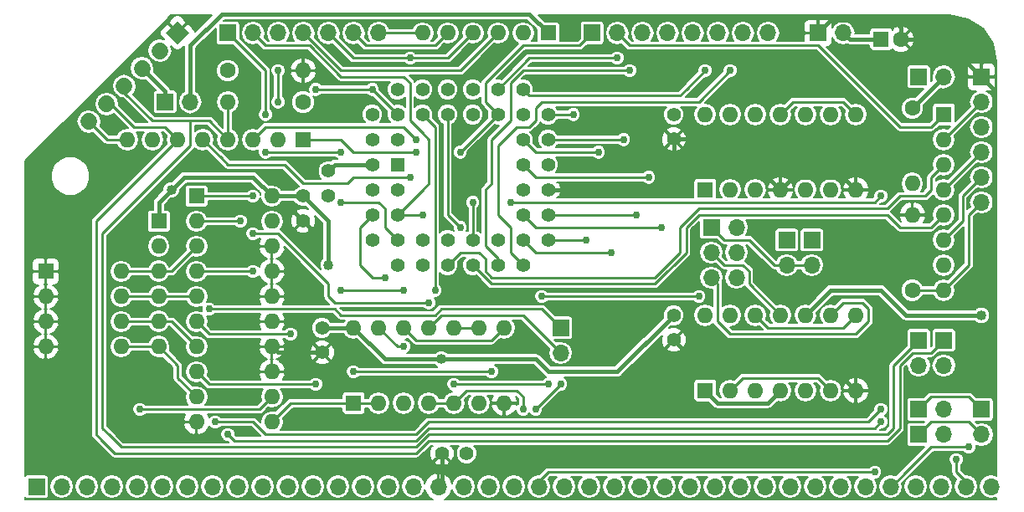
<source format=gbl>
G04 #@! TF.FileFunction,Copper,L2,Bot,Signal*
%FSLAX46Y46*%
G04 Gerber Fmt 4.6, Leading zero omitted, Abs format (unit mm)*
G04 Created by KiCad (PCBNEW 4.0.5) date Tue Apr  7 08:39:51 2020*
%MOMM*%
%LPD*%
G01*
G04 APERTURE LIST*
%ADD10C,0.100000*%
%ADD11C,1.400000*%
%ADD12R,1.600000X1.600000*%
%ADD13C,1.600000*%
%ADD14R,1.700000X1.700000*%
%ADD15O,1.700000X1.700000*%
%ADD16C,1.700000*%
%ADD17O,1.600000X1.600000*%
%ADD18R,1.422400X1.422400*%
%ADD19C,1.422400*%
%ADD20C,1.016000*%
%ADD21C,0.762000*%
%ADD22C,0.457200*%
%ADD23C,0.254000*%
%ADD24C,0.127000*%
G04 APERTURE END LIST*
D10*
D11*
X154940000Y-119380000D03*
X154940000Y-121880000D03*
X117475000Y-107315000D03*
X117475000Y-109815000D03*
X120015000Y-104775000D03*
X120015000Y-107275000D03*
X119380000Y-120650000D03*
X119380000Y-123150000D03*
X154940000Y-99060000D03*
X154940000Y-101560000D03*
X133985000Y-133350000D03*
X131485000Y-133350000D03*
D12*
X175895000Y-91440000D03*
D13*
X177895000Y-91440000D03*
D14*
X158750000Y-110490000D03*
D15*
X161290000Y-110490000D03*
X158750000Y-113030000D03*
X161290000Y-113030000D03*
X158750000Y-115570000D03*
X161290000Y-115570000D03*
D14*
X103505000Y-97790000D03*
D15*
X106045000Y-97790000D03*
D14*
X179705000Y-95250000D03*
D15*
X182245000Y-95250000D03*
D14*
X166370000Y-111760000D03*
D15*
X166370000Y-114300000D03*
D14*
X168910000Y-111760000D03*
D15*
X168910000Y-114300000D03*
D14*
X179705000Y-128905000D03*
D15*
X182245000Y-128905000D03*
D14*
X179705000Y-131445000D03*
D15*
X182245000Y-131445000D03*
D14*
X143510000Y-120650000D03*
D15*
X143510000Y-123190000D03*
D14*
X179705000Y-121920000D03*
D15*
X179705000Y-124460000D03*
D14*
X182245000Y-121920000D03*
D15*
X182245000Y-124460000D03*
D14*
X90512900Y-136715500D03*
D15*
X93052900Y-136715500D03*
X95592900Y-136715500D03*
X98132900Y-136715500D03*
X100672900Y-136715500D03*
X103212900Y-136715500D03*
X105752900Y-136715500D03*
X108292900Y-136715500D03*
X110832900Y-136715500D03*
X113372900Y-136715500D03*
X115912900Y-136715500D03*
X118452900Y-136715500D03*
X120992900Y-136715500D03*
X123532900Y-136715500D03*
X126072900Y-136715500D03*
X128612900Y-136715500D03*
X131152900Y-136715500D03*
X133692900Y-136715500D03*
X136232900Y-136715500D03*
X138772900Y-136715500D03*
X141312900Y-136715500D03*
X143852900Y-136715500D03*
X146392900Y-136715500D03*
X148932900Y-136715500D03*
X151472900Y-136715500D03*
X154012900Y-136715500D03*
X156552900Y-136715500D03*
X159092900Y-136715500D03*
X161632900Y-136715500D03*
X164172900Y-136715500D03*
X166712900Y-136715500D03*
X169252900Y-136715500D03*
X171792900Y-136715500D03*
X174332900Y-136715500D03*
X176872900Y-136715500D03*
X179412900Y-136715500D03*
X181952900Y-136715500D03*
X184492900Y-136715500D03*
X187032900Y-136715500D03*
D10*
G36*
X103572918Y-90805000D02*
X104775000Y-89602918D01*
X105977082Y-90805000D01*
X104775000Y-92007082D01*
X103572918Y-90805000D01*
X103572918Y-90805000D01*
G37*
D16*
X102978949Y-92601051D02*
X102978949Y-92601051D01*
X101182898Y-94397102D02*
X101182898Y-94397102D01*
X99386846Y-96193154D02*
X99386846Y-96193154D01*
X97590795Y-97989205D02*
X97590795Y-97989205D01*
X95794744Y-99785256D02*
X95794744Y-99785256D01*
D14*
X186055000Y-95250000D03*
D15*
X186055000Y-97790000D03*
X186055000Y-100330000D03*
X186055000Y-102870000D03*
X186055000Y-105410000D03*
X186055000Y-107950000D03*
D14*
X146685000Y-90805000D03*
D15*
X149225000Y-90805000D03*
X151765000Y-90805000D03*
X154305000Y-90805000D03*
X156845000Y-90805000D03*
X159385000Y-90805000D03*
X161925000Y-90805000D03*
X164465000Y-90805000D03*
D14*
X109855000Y-90805000D03*
D15*
X112395000Y-90805000D03*
X114935000Y-90805000D03*
X117475000Y-90805000D03*
X120015000Y-90805000D03*
X122555000Y-90805000D03*
X125095000Y-90805000D03*
D14*
X169545000Y-90805000D03*
D15*
X172085000Y-90805000D03*
D14*
X186055000Y-128905000D03*
D15*
X186055000Y-131445000D03*
D13*
X117475000Y-97790000D03*
D17*
X109855000Y-97790000D03*
D13*
X179070000Y-98425000D03*
D17*
X179070000Y-106045000D03*
D13*
X109855000Y-94615000D03*
D17*
X117475000Y-94615000D03*
D13*
X179070000Y-116840000D03*
D17*
X179070000Y-109220000D03*
D12*
X102870000Y-109855000D03*
D17*
X102870000Y-112395000D03*
X102870000Y-114935000D03*
X102870000Y-117475000D03*
X102870000Y-120015000D03*
X102870000Y-122555000D03*
D12*
X117475000Y-101600000D03*
D17*
X114935000Y-101600000D03*
X112395000Y-101600000D03*
X109855000Y-101600000D03*
X107315000Y-101600000D03*
X104775000Y-101600000D03*
X102235000Y-101600000D03*
X99695000Y-101600000D03*
D12*
X182245000Y-99060000D03*
D17*
X182245000Y-101600000D03*
X182245000Y-104140000D03*
X182245000Y-106680000D03*
X182245000Y-109220000D03*
X182245000Y-111760000D03*
X182245000Y-114300000D03*
X182245000Y-116840000D03*
D12*
X142240000Y-90805000D03*
D17*
X139700000Y-90805000D03*
X137160000Y-90805000D03*
X134620000Y-90805000D03*
X132080000Y-90805000D03*
X129540000Y-90805000D03*
D12*
X91440000Y-114935000D03*
D17*
X99060000Y-122555000D03*
X91440000Y-117475000D03*
X99060000Y-120015000D03*
X91440000Y-120015000D03*
X99060000Y-117475000D03*
X91440000Y-122555000D03*
X99060000Y-114935000D03*
D12*
X158115000Y-127000000D03*
D17*
X173355000Y-119380000D03*
X160655000Y-127000000D03*
X170815000Y-119380000D03*
X163195000Y-127000000D03*
X168275000Y-119380000D03*
X165735000Y-127000000D03*
X165735000Y-119380000D03*
X168275000Y-127000000D03*
X163195000Y-119380000D03*
X170815000Y-127000000D03*
X160655000Y-119380000D03*
X173355000Y-127000000D03*
X158115000Y-119380000D03*
D12*
X106680000Y-107315000D03*
D17*
X114300000Y-130175000D03*
X106680000Y-109855000D03*
X114300000Y-127635000D03*
X106680000Y-112395000D03*
X114300000Y-125095000D03*
X106680000Y-114935000D03*
X114300000Y-122555000D03*
X106680000Y-117475000D03*
X114300000Y-120015000D03*
X106680000Y-120015000D03*
X114300000Y-117475000D03*
X106680000Y-122555000D03*
X114300000Y-114935000D03*
X106680000Y-125095000D03*
X114300000Y-112395000D03*
X106680000Y-127635000D03*
X114300000Y-109855000D03*
X106680000Y-130175000D03*
X114300000Y-107315000D03*
D18*
X127000000Y-104140000D03*
D19*
X127000000Y-106680000D03*
X127000000Y-109220000D03*
X127000000Y-101600000D03*
X127000000Y-99060000D03*
X124460000Y-106680000D03*
X124460000Y-109220000D03*
X124460000Y-111760000D03*
X124460000Y-104140000D03*
X124460000Y-101600000D03*
X127000000Y-111760000D03*
X129540000Y-111760000D03*
X132080000Y-111760000D03*
X134620000Y-111760000D03*
X137160000Y-111760000D03*
X127000000Y-114300000D03*
X129540000Y-114300000D03*
X132080000Y-114300000D03*
X134620000Y-114300000D03*
X137160000Y-114300000D03*
X139700000Y-114300000D03*
X139700000Y-111760000D03*
X139700000Y-109220000D03*
X139700000Y-106680000D03*
X139700000Y-104140000D03*
X139700000Y-101600000D03*
X139700000Y-96520000D03*
X142240000Y-111760000D03*
X142240000Y-109220000D03*
X142240000Y-106680000D03*
X142240000Y-104140000D03*
X142240000Y-101600000D03*
X142240000Y-99060000D03*
X139700000Y-99060000D03*
X137160000Y-99060000D03*
X134620000Y-99060000D03*
X132080000Y-99060000D03*
X129540000Y-99060000D03*
X124460000Y-99060000D03*
X137160000Y-96520000D03*
X134620000Y-96520000D03*
X132080000Y-96520000D03*
X129540000Y-96520000D03*
X127000000Y-96520000D03*
D12*
X122555000Y-128270000D03*
D17*
X137795000Y-120650000D03*
X125095000Y-128270000D03*
X135255000Y-120650000D03*
X127635000Y-128270000D03*
X132715000Y-120650000D03*
X130175000Y-128270000D03*
X130175000Y-120650000D03*
X132715000Y-128270000D03*
X127635000Y-120650000D03*
X135255000Y-128270000D03*
X125095000Y-120650000D03*
X137795000Y-128270000D03*
X122555000Y-120650000D03*
D12*
X158115000Y-106680000D03*
D17*
X173355000Y-99060000D03*
X160655000Y-106680000D03*
X170815000Y-99060000D03*
X163195000Y-106680000D03*
X168275000Y-99060000D03*
X165735000Y-106680000D03*
X165735000Y-99060000D03*
X168275000Y-106680000D03*
X163195000Y-99060000D03*
X170815000Y-106680000D03*
X160655000Y-99060000D03*
X173355000Y-106680000D03*
X158115000Y-99060000D03*
D20*
X131445000Y-123825000D03*
X120015000Y-114300000D03*
X104140000Y-106680000D03*
X186055000Y-119380000D03*
X118110000Y-112395000D03*
X176530000Y-133350000D03*
X137795000Y-134620000D03*
X186055000Y-110490000D03*
X106680000Y-134620000D03*
X104775000Y-108585000D03*
D21*
X141605000Y-117475000D03*
X133350000Y-110490000D03*
X157480000Y-117475000D03*
X175260000Y-135255000D03*
X108585000Y-130175000D03*
X175895000Y-128905000D03*
X128270000Y-93345000D03*
X183515000Y-133985000D03*
X109855000Y-131445000D03*
X175895000Y-130175000D03*
X118745000Y-96520000D03*
X107950000Y-118745000D03*
X124460000Y-96520000D03*
X184785000Y-132715000D03*
X111125000Y-109855000D03*
X112395000Y-114935000D03*
X116205000Y-121285000D03*
X118745000Y-126365000D03*
X121285000Y-116840000D03*
X127635000Y-116840000D03*
X125730000Y-115570000D03*
X136525000Y-125095000D03*
X122555000Y-125095000D03*
X139700000Y-128905000D03*
X140970000Y-128905000D03*
X143510000Y-126365000D03*
X112395000Y-107315000D03*
X112395000Y-111125000D03*
X142240000Y-126365000D03*
X132715000Y-126365000D03*
X130175000Y-118110000D03*
X144780000Y-99060000D03*
X146050000Y-111760000D03*
X147320000Y-102870000D03*
X148590000Y-113030000D03*
X149860000Y-101600000D03*
X151130000Y-109220000D03*
X152400000Y-105410000D03*
X153670000Y-110490000D03*
X114935000Y-94615000D03*
X114935000Y-97790000D03*
X133350000Y-102870000D03*
X128905000Y-102870000D03*
X134620000Y-107950000D03*
X149225000Y-93345000D03*
X150495000Y-94615000D03*
X158115000Y-94615000D03*
X160655000Y-94615000D03*
X121285000Y-107950000D03*
X113665000Y-102870000D03*
X121285000Y-102870000D03*
X113665000Y-99060000D03*
X129540000Y-109220000D03*
X138430000Y-107950000D03*
X175895000Y-107315000D03*
X100965000Y-128905000D03*
X128905000Y-101600000D03*
X128270000Y-105410000D03*
X130810000Y-116840000D03*
X127635000Y-122555000D03*
D22*
X164465000Y-128270000D02*
X165735000Y-127000000D01*
X159385000Y-128270000D02*
X164465000Y-128270000D01*
X158115000Y-127000000D02*
X159385000Y-128270000D01*
X106045000Y-97790000D02*
X106045000Y-92075000D01*
X140335000Y-88900000D02*
X142240000Y-90805000D01*
X109220000Y-88900000D02*
X140335000Y-88900000D01*
X106045000Y-92075000D02*
X109220000Y-88900000D01*
X131445000Y-123825000D02*
X140970000Y-123825000D01*
X149225000Y-125095000D02*
X154940000Y-119380000D01*
X142240000Y-125095000D02*
X149225000Y-125095000D01*
X140970000Y-123825000D02*
X142240000Y-125095000D01*
X178435000Y-119380000D02*
X175895000Y-116840000D01*
X170815000Y-116840000D02*
X168275000Y-119380000D01*
X175895000Y-116840000D02*
X170815000Y-116840000D01*
X125730000Y-123825000D02*
X122555000Y-120650000D01*
X131445000Y-123825000D02*
X125730000Y-123825000D01*
X117475000Y-107315000D02*
X120015000Y-109855000D01*
X120015000Y-109855000D02*
X120015000Y-114300000D01*
X186055000Y-119380000D02*
X184150000Y-119380000D01*
X184150000Y-119380000D02*
X178435000Y-119380000D01*
X114300000Y-107315000D02*
X112395000Y-105410000D01*
X105410000Y-105410000D02*
X104140000Y-106680000D01*
X109220000Y-105410000D02*
X105410000Y-105410000D01*
X109220000Y-105410000D02*
X109855000Y-105410000D01*
X112395000Y-105410000D02*
X109855000Y-105410000D01*
X104140000Y-106680000D02*
X102870000Y-107950000D01*
X102870000Y-107950000D02*
X102870000Y-109855000D01*
X175895000Y-91440000D02*
X172720000Y-91440000D01*
X172720000Y-91440000D02*
X172085000Y-90805000D01*
X124460000Y-104140000D02*
X120650000Y-104140000D01*
X120650000Y-104140000D02*
X120015000Y-104775000D01*
X179070000Y-98425000D02*
X182245000Y-95250000D01*
X122555000Y-120650000D02*
X119380000Y-120650000D01*
X114300000Y-107315000D02*
X117475000Y-107315000D01*
X154940000Y-121880000D02*
X154940000Y-121920000D01*
X154940000Y-121920000D02*
X158115000Y-125095000D01*
X117475000Y-109815000D02*
X117475000Y-109855000D01*
X117475000Y-109855000D02*
X118110000Y-110490000D01*
X118110000Y-110490000D02*
X118110000Y-112395000D01*
X175895000Y-133350000D02*
X176530000Y-133350000D01*
X139065000Y-133350000D02*
X137795000Y-134620000D01*
X175895000Y-133350000D02*
X139065000Y-133350000D01*
X131445000Y-134620000D02*
X137795000Y-134620000D01*
X130175000Y-134620000D02*
X131485000Y-134620000D01*
X131485000Y-134620000D02*
X131445000Y-134620000D01*
X131445000Y-134620000D02*
X131485000Y-134620000D01*
X131485000Y-133350000D02*
X131485000Y-134620000D01*
X131485000Y-134620000D02*
X131485000Y-136383400D01*
X131485000Y-136383400D02*
X131152900Y-136715500D01*
X123825000Y-134620000D02*
X130175000Y-134620000D01*
X131445000Y-133350000D02*
X131485000Y-133350000D01*
X186055000Y-95250000D02*
X187325000Y-96520000D01*
X187325000Y-109220000D02*
X187325000Y-96520000D01*
X187325000Y-109220000D02*
X186055000Y-110490000D01*
X123825000Y-134620000D02*
X106680000Y-134620000D01*
X113665000Y-108585000D02*
X104775000Y-108585000D01*
X117475000Y-109815000D02*
X117435000Y-109815000D01*
X117435000Y-109815000D02*
X116205000Y-108585000D01*
X116205000Y-108585000D02*
X113665000Y-108585000D01*
X171450000Y-125095000D02*
X173355000Y-127000000D01*
X158115000Y-125095000D02*
X171450000Y-125095000D01*
X142240000Y-106680000D02*
X153035000Y-106680000D01*
X154940000Y-104775000D02*
X154940000Y-101560000D01*
X153035000Y-106680000D02*
X154940000Y-104775000D01*
X177895000Y-91440000D02*
X182245000Y-91440000D01*
X182245000Y-91440000D02*
X186055000Y-95250000D01*
X177895000Y-91440000D02*
X177895000Y-90265000D01*
X170815000Y-89535000D02*
X169545000Y-90805000D01*
X177165000Y-89535000D02*
X170815000Y-89535000D01*
X177895000Y-90265000D02*
X177165000Y-89535000D01*
X154940000Y-101560000D02*
X160615000Y-101560000D01*
X160615000Y-101560000D02*
X165735000Y-106680000D01*
X165735000Y-106680000D02*
X167005000Y-105410000D01*
X172085000Y-105410000D02*
X173355000Y-106680000D01*
X167005000Y-105410000D02*
X172085000Y-105410000D01*
X119380000Y-123150000D02*
X114895000Y-123150000D01*
X114895000Y-123150000D02*
X114300000Y-122555000D01*
X117475000Y-109815000D02*
X117515000Y-109815000D01*
D23*
X162560000Y-111760000D02*
X165100000Y-114300000D01*
X165100000Y-114300000D02*
X166370000Y-114300000D01*
X166370000Y-114300000D02*
X168910000Y-114300000D01*
X160020000Y-111760000D02*
X158750000Y-110490000D01*
X162560000Y-111760000D02*
X160020000Y-111760000D01*
X154305000Y-117475000D02*
X157480000Y-117475000D01*
X154305000Y-117475000D02*
X141605000Y-117475000D01*
X133350000Y-110490000D02*
X132080000Y-109220000D01*
X132080000Y-109220000D02*
X132080000Y-99060000D01*
X165735000Y-119380000D02*
X162560000Y-116205000D01*
X161925000Y-114300000D02*
X160020000Y-114300000D01*
X162560000Y-114935000D02*
X161925000Y-114300000D01*
X162560000Y-116205000D02*
X162560000Y-114935000D01*
X160020000Y-114300000D02*
X158750000Y-113030000D01*
X168910000Y-121285000D02*
X173355000Y-121285000D01*
X172085000Y-118110000D02*
X170815000Y-119380000D01*
X173990000Y-118110000D02*
X172085000Y-118110000D01*
X174625000Y-118745000D02*
X173990000Y-118110000D01*
X174625000Y-120015000D02*
X174625000Y-118745000D01*
X173355000Y-121285000D02*
X174625000Y-120015000D01*
X160655000Y-121285000D02*
X160020000Y-120650000D01*
X168910000Y-121285000D02*
X160655000Y-121285000D01*
X159385000Y-116205000D02*
X158750000Y-115570000D01*
X160020000Y-120650000D02*
X159385000Y-120015000D01*
X159385000Y-120015000D02*
X159385000Y-116205000D01*
D22*
X103505000Y-97790000D02*
X103505000Y-96719204D01*
X103505000Y-96719204D02*
X101182898Y-94397102D01*
D23*
X165735000Y-99060000D02*
X167005000Y-97790000D01*
X167005000Y-97790000D02*
X172085000Y-97790000D01*
X172085000Y-97790000D02*
X173355000Y-99060000D01*
X146685000Y-135255000D02*
X142240000Y-135255000D01*
X142240000Y-135255000D02*
X141312900Y-136182100D01*
X141312900Y-136182100D02*
X141312900Y-136715500D01*
X147320000Y-135255000D02*
X146685000Y-135255000D01*
X175260000Y-135255000D02*
X147320000Y-135255000D01*
X141312900Y-136715500D02*
X141312900Y-136182100D01*
X179705000Y-128905000D02*
X180975000Y-127635000D01*
X184785000Y-127635000D02*
X186055000Y-128905000D01*
X180975000Y-127635000D02*
X184785000Y-127635000D01*
X130175000Y-130175000D02*
X128905000Y-131445000D01*
X128905000Y-131445000D02*
X123190000Y-131445000D01*
X108585000Y-130175000D02*
X110490000Y-130175000D01*
X112395000Y-130175000D02*
X113665000Y-131445000D01*
X110490000Y-130175000D02*
X112395000Y-130175000D01*
X113665000Y-131445000D02*
X123190000Y-131445000D01*
X173355000Y-130175000D02*
X174625000Y-130175000D01*
X174625000Y-130175000D02*
X175895000Y-128905000D01*
X130175000Y-130175000D02*
X173355000Y-130175000D01*
X134620000Y-90805000D02*
X132080000Y-93345000D01*
X122555000Y-93345000D02*
X120015000Y-90805000D01*
X132080000Y-93345000D02*
X128270000Y-93345000D01*
X128270000Y-93345000D02*
X122555000Y-93345000D01*
X184492900Y-136715500D02*
X184492900Y-136232900D01*
X184492900Y-136232900D02*
X183515000Y-135255000D01*
X183515000Y-135255000D02*
X183515000Y-133985000D01*
X184594500Y-136715500D02*
X184492900Y-136715500D01*
X179705000Y-131445000D02*
X180975000Y-130175000D01*
X184785000Y-130175000D02*
X186055000Y-131445000D01*
X180975000Y-130175000D02*
X184785000Y-130175000D01*
X130175000Y-130810000D02*
X128905000Y-132080000D01*
X128905000Y-132080000D02*
X123190000Y-132080000D01*
X110490000Y-132080000D02*
X123190000Y-132080000D01*
X110490000Y-132080000D02*
X109855000Y-131445000D01*
X174625000Y-130810000D02*
X175260000Y-130810000D01*
X175260000Y-130810000D02*
X175895000Y-130175000D01*
X130175000Y-130810000D02*
X174625000Y-130810000D01*
X132080000Y-90805000D02*
X130810000Y-92075000D01*
X123825000Y-92075000D02*
X122555000Y-90805000D01*
X130810000Y-92075000D02*
X123825000Y-92075000D01*
X121285000Y-119380000D02*
X120650000Y-118745000D01*
X118745000Y-96520000D02*
X124460000Y-96520000D01*
X120650000Y-118745000D02*
X107950000Y-118745000D01*
X143510000Y-120650000D02*
X141605000Y-118745000D01*
X130810000Y-119380000D02*
X121285000Y-119380000D01*
X131445000Y-118745000D02*
X130810000Y-119380000D01*
X141605000Y-118745000D02*
X131445000Y-118745000D01*
X127000000Y-99060000D02*
X124460000Y-96520000D01*
X129540000Y-90805000D02*
X125095000Y-90805000D01*
X130175000Y-120650000D02*
X131445000Y-119380000D01*
X139700000Y-119380000D02*
X143510000Y-123190000D01*
X131445000Y-119380000D02*
X139700000Y-119380000D01*
X130175000Y-131445000D02*
X128905000Y-132715000D01*
X128905000Y-132715000D02*
X123190000Y-132715000D01*
X123190000Y-132715000D02*
X99060000Y-132715000D01*
X106045000Y-99695000D02*
X106045000Y-102235000D01*
X97155000Y-130810000D02*
X97790000Y-131445000D01*
X97155000Y-111125000D02*
X97155000Y-130810000D01*
X106045000Y-102235000D02*
X97155000Y-111125000D01*
X97790000Y-131445000D02*
X99060000Y-132715000D01*
X177165000Y-127000000D02*
X177165000Y-124460000D01*
X177165000Y-124460000D02*
X177800000Y-123825000D01*
X172720000Y-131445000D02*
X176530000Y-131445000D01*
X177165000Y-130810000D02*
X177165000Y-127000000D01*
X176530000Y-131445000D02*
X177165000Y-130810000D01*
X177800000Y-123825000D02*
X179705000Y-121920000D01*
X130175000Y-131445000D02*
X172720000Y-131445000D01*
X109855000Y-101600000D02*
X109855000Y-97790000D01*
X109855000Y-101600000D02*
X107950000Y-99695000D01*
X102235000Y-99695000D02*
X99386846Y-96846846D01*
X107950000Y-99695000D02*
X106045000Y-99695000D01*
X106045000Y-99695000D02*
X102235000Y-99695000D01*
X99386846Y-96846846D02*
X99386846Y-96193154D01*
X180340000Y-123190000D02*
X180975000Y-123190000D01*
X180975000Y-123190000D02*
X182245000Y-121920000D01*
X130175000Y-132080000D02*
X128905000Y-133350000D01*
X128905000Y-133350000D02*
X123190000Y-133350000D01*
X123190000Y-133350000D02*
X98425000Y-133350000D01*
X96520000Y-109855000D02*
X96520000Y-131445000D01*
X96520000Y-131445000D02*
X97155000Y-132080000D01*
X104775000Y-101600000D02*
X96520000Y-109855000D01*
X98425000Y-133350000D02*
X97155000Y-132080000D01*
X177800000Y-127000000D02*
X177800000Y-124460000D01*
X179070000Y-123190000D02*
X180340000Y-123190000D01*
X177800000Y-124460000D02*
X179070000Y-123190000D01*
X172720000Y-132080000D02*
X176530000Y-132080000D01*
X177800000Y-130810000D02*
X177800000Y-127000000D01*
X176530000Y-132080000D02*
X177800000Y-130810000D01*
X130175000Y-132080000D02*
X172720000Y-132080000D01*
X103505000Y-100330000D02*
X100330000Y-100330000D01*
X100330000Y-100330000D02*
X99695000Y-99695000D01*
X104775000Y-101600000D02*
X103505000Y-100330000D01*
X99695000Y-99695000D02*
X97989205Y-97989205D01*
X97989205Y-97989205D02*
X97590795Y-97989205D01*
X178435000Y-135255000D02*
X180975000Y-132715000D01*
X180975000Y-132715000D02*
X184785000Y-132715000D01*
X178435000Y-135255000D02*
X176974500Y-136715500D01*
X176974500Y-136715500D02*
X176872900Y-136715500D01*
X109855000Y-109855000D02*
X111125000Y-109855000D01*
X106680000Y-109855000D02*
X109855000Y-109855000D01*
X106680000Y-114935000D02*
X112395000Y-114935000D01*
X106680000Y-120015000D02*
X107950000Y-121285000D01*
X107950000Y-121285000D02*
X116205000Y-121285000D01*
X106680000Y-125095000D02*
X107950000Y-126365000D01*
X107950000Y-126365000D02*
X118745000Y-126365000D01*
X127635000Y-116840000D02*
X121285000Y-116840000D01*
X123190000Y-114300000D02*
X124460000Y-115570000D01*
X125730000Y-115570000D02*
X124460000Y-115570000D01*
X123190000Y-110490000D02*
X124460000Y-109220000D01*
X123190000Y-114300000D02*
X123190000Y-110490000D01*
X122555000Y-125095000D02*
X136525000Y-125095000D01*
X122555000Y-128270000D02*
X116205000Y-128270000D01*
X116205000Y-128270000D02*
X114300000Y-130175000D01*
X125095000Y-128270000D02*
X122555000Y-128270000D01*
X136232900Y-136232900D02*
X136232900Y-136715500D01*
X133985000Y-127000000D02*
X132715000Y-128270000D01*
X139065000Y-127000000D02*
X133985000Y-127000000D01*
X139700000Y-127635000D02*
X139065000Y-127000000D01*
X139700000Y-128905000D02*
X139700000Y-127635000D01*
X132715000Y-128270000D02*
X130175000Y-128270000D01*
X143510000Y-126365000D02*
X140970000Y-128905000D01*
X143852900Y-136232900D02*
X143852900Y-136715500D01*
X148590000Y-136372600D02*
X148932900Y-136715500D01*
X151130000Y-136372600D02*
X151472900Y-136715500D01*
X151472900Y-136715500D02*
X151447500Y-136715500D01*
X108585000Y-107315000D02*
X112395000Y-107315000D01*
X112395000Y-111125000D02*
X113665000Y-111125000D01*
X142240000Y-126365000D02*
X132715000Y-126365000D01*
X120015000Y-117475000D02*
X120650000Y-118110000D01*
X120015000Y-116205000D02*
X120015000Y-117475000D01*
X114935000Y-111125000D02*
X120015000Y-116205000D01*
X113665000Y-111125000D02*
X114935000Y-111125000D01*
X106680000Y-107315000D02*
X108585000Y-107315000D01*
X120650000Y-118110000D02*
X130175000Y-118110000D01*
X135255000Y-120650000D02*
X132715000Y-120650000D01*
X154012900Y-136715500D02*
X153860500Y-136715500D01*
X142240000Y-99060000D02*
X144780000Y-99060000D01*
X156552900Y-136232900D02*
X156552900Y-136715500D01*
X142240000Y-111760000D02*
X146050000Y-111760000D01*
X158750000Y-136372600D02*
X159092900Y-136715500D01*
X139700000Y-101600000D02*
X140970000Y-102870000D01*
X140970000Y-102870000D02*
X147320000Y-102870000D01*
X161290000Y-136372600D02*
X161632900Y-136715500D01*
X140970000Y-113030000D02*
X148590000Y-113030000D01*
X139700000Y-111760000D02*
X140970000Y-113030000D01*
X164172900Y-136232900D02*
X164172900Y-136715500D01*
X142240000Y-101600000D02*
X149860000Y-101600000D01*
X166370000Y-136372600D02*
X166712900Y-136715500D01*
X142240000Y-109220000D02*
X151130000Y-109220000D01*
X168910000Y-136372600D02*
X169252900Y-136715500D01*
X140970000Y-105410000D02*
X152400000Y-105410000D01*
X139700000Y-104140000D02*
X140970000Y-105410000D01*
X171792900Y-136232900D02*
X171792900Y-136715500D01*
X153670000Y-110490000D02*
X151765000Y-110490000D01*
X139700000Y-109220000D02*
X140970000Y-110490000D01*
X140970000Y-110490000D02*
X151765000Y-110490000D01*
X173990000Y-136372600D02*
X174332900Y-136715500D01*
X114935000Y-97790000D02*
X114935000Y-94615000D01*
X99695000Y-101600000D02*
X97609488Y-101600000D01*
X97609488Y-101600000D02*
X95794744Y-99785256D01*
X182245000Y-101600000D02*
X186055000Y-97790000D01*
X182245000Y-106680000D02*
X186055000Y-102870000D01*
X182245000Y-111760000D02*
X184150000Y-109855000D01*
X184150000Y-107315000D02*
X186055000Y-105410000D01*
X184150000Y-109855000D02*
X184150000Y-107315000D01*
X182245000Y-116840000D02*
X179070000Y-116840000D01*
X182245000Y-116840000D02*
X184785000Y-114300000D01*
X184785000Y-109220000D02*
X186055000Y-107950000D01*
X184785000Y-114300000D02*
X184785000Y-109220000D01*
X123825000Y-102870000D02*
X122555000Y-102870000D01*
X122555000Y-102870000D02*
X121285000Y-101600000D01*
X117475000Y-101600000D02*
X121285000Y-101600000D01*
X133350000Y-102870000D02*
X137160000Y-99060000D01*
X123825000Y-102870000D02*
X128905000Y-102870000D01*
X135890000Y-95885000D02*
X139700000Y-92075000D01*
X137160000Y-99060000D02*
X135890000Y-97790000D01*
X145415000Y-92075000D02*
X146685000Y-90805000D01*
X139700000Y-92075000D02*
X145415000Y-92075000D01*
X135890000Y-97790000D02*
X135890000Y-95885000D01*
X134620000Y-111760000D02*
X134620000Y-107950000D01*
X149225000Y-90805000D02*
X150495000Y-92075000D01*
X180975000Y-100330000D02*
X182245000Y-99060000D01*
X177800000Y-100330000D02*
X180975000Y-100330000D01*
X169545000Y-92075000D02*
X177800000Y-100330000D01*
X150495000Y-92075000D02*
X169545000Y-92075000D01*
X140335000Y-93345000D02*
X149225000Y-93345000D01*
X137160000Y-96520000D02*
X140335000Y-93345000D01*
X135890000Y-107315000D02*
X135890000Y-106680000D01*
X136525000Y-106045000D02*
X136525000Y-105410000D01*
X135890000Y-106680000D02*
X136525000Y-106045000D01*
X138430000Y-99695000D02*
X138430000Y-95885000D01*
X136525000Y-101600000D02*
X138430000Y-99695000D01*
X136525000Y-105410000D02*
X136525000Y-101600000D01*
X138430000Y-95885000D02*
X139700000Y-94615000D01*
X150495000Y-94615000D02*
X139700000Y-94615000D01*
X137160000Y-113665000D02*
X135890000Y-112395000D01*
X135890000Y-112395000D02*
X135890000Y-107315000D01*
X137160000Y-114300000D02*
X137160000Y-113665000D01*
X156210000Y-96520000D02*
X155575000Y-97155000D01*
X140335000Y-97155000D02*
X139700000Y-96520000D01*
X155575000Y-97155000D02*
X140335000Y-97155000D01*
X158115000Y-94615000D02*
X156210000Y-96520000D01*
X138430000Y-110490000D02*
X137160000Y-109220000D01*
X137160000Y-102235000D02*
X138430000Y-100965000D01*
X137160000Y-109220000D02*
X137160000Y-102235000D01*
X138430000Y-100965000D02*
X139065000Y-100330000D01*
X139065000Y-100330000D02*
X140335000Y-100330000D01*
X140335000Y-100330000D02*
X140970000Y-99695000D01*
X140970000Y-99695000D02*
X140970000Y-98425000D01*
X140970000Y-98425000D02*
X141605000Y-97790000D01*
X157480000Y-97790000D02*
X141605000Y-97790000D01*
X160655000Y-94615000D02*
X157480000Y-97790000D01*
X139700000Y-114300000D02*
X138430000Y-113030000D01*
X138430000Y-113030000D02*
X138430000Y-110490000D01*
X125730000Y-110490000D02*
X125730000Y-108585000D01*
X125730000Y-108585000D02*
X125095000Y-107950000D01*
X125095000Y-107950000D02*
X123190000Y-107950000D01*
X127000000Y-111760000D02*
X125730000Y-110490000D01*
X123190000Y-107950000D02*
X121285000Y-107950000D01*
X113665000Y-102870000D02*
X121285000Y-102870000D01*
X111760000Y-92710000D02*
X113665000Y-94615000D01*
X111760000Y-92710000D02*
X109855000Y-90805000D01*
X113665000Y-94615000D02*
X113665000Y-99060000D01*
X129540000Y-100965000D02*
X130175000Y-101600000D01*
X130175000Y-106045000D02*
X129540000Y-106680000D01*
X130175000Y-101600000D02*
X130175000Y-106045000D01*
X138430000Y-107950000D02*
X175260000Y-107950000D01*
X175260000Y-107950000D02*
X175895000Y-107315000D01*
X127000000Y-109220000D02*
X129540000Y-109220000D01*
X129540000Y-100965000D02*
X128270000Y-99695000D01*
X128270000Y-107950000D02*
X129540000Y-106680000D01*
X127000000Y-109220000D02*
X128270000Y-107950000D01*
X128270000Y-99695000D02*
X128270000Y-95885000D01*
X113665000Y-92075000D02*
X112395000Y-90805000D01*
X118110000Y-92075000D02*
X113665000Y-92075000D01*
X121285000Y-95250000D02*
X118110000Y-92075000D01*
X127635000Y-95250000D02*
X121285000Y-95250000D01*
X128270000Y-95885000D02*
X127635000Y-95250000D01*
X137160000Y-90805000D02*
X133350000Y-94615000D01*
X121285000Y-94615000D02*
X117475000Y-90805000D01*
X133350000Y-94615000D02*
X130810000Y-94615000D01*
X130810000Y-94615000D02*
X128270000Y-94615000D01*
X128270000Y-94615000D02*
X121285000Y-94615000D01*
X113030000Y-128905000D02*
X114300000Y-127635000D01*
X100965000Y-128905000D02*
X113030000Y-128905000D01*
X102870000Y-114935000D02*
X104140000Y-114935000D01*
X104140000Y-114935000D02*
X106680000Y-112395000D01*
X99060000Y-114935000D02*
X102870000Y-114935000D01*
X102870000Y-117475000D02*
X106680000Y-117475000D01*
X99060000Y-117475000D02*
X102870000Y-117475000D01*
X102870000Y-120015000D02*
X104140000Y-120015000D01*
X104140000Y-120015000D02*
X106680000Y-122555000D01*
X99060000Y-120015000D02*
X102870000Y-120015000D01*
X102870000Y-122555000D02*
X104775000Y-124460000D01*
X104775000Y-125730000D02*
X106680000Y-127635000D01*
X104775000Y-124460000D02*
X104775000Y-125730000D01*
X99060000Y-122555000D02*
X102870000Y-122555000D01*
X112395000Y-101600000D02*
X113665000Y-100330000D01*
X127635000Y-100330000D02*
X128905000Y-101600000D01*
X113665000Y-100330000D02*
X127635000Y-100330000D01*
X109220000Y-103505000D02*
X109855000Y-104140000D01*
X109855000Y-104140000D02*
X115570000Y-104140000D01*
X115570000Y-104140000D02*
X117475000Y-106045000D01*
X128270000Y-105410000D02*
X126365000Y-105410000D01*
X122555000Y-105410000D02*
X121920000Y-106045000D01*
X121920000Y-106045000D02*
X117475000Y-106045000D01*
X126365000Y-105410000D02*
X122555000Y-105410000D01*
X109220000Y-103505000D02*
X107315000Y-101600000D01*
X132080000Y-114300000D02*
X133350000Y-113030000D01*
X180975000Y-105410000D02*
X182245000Y-104140000D01*
X180975000Y-106680000D02*
X180975000Y-105410000D01*
X180340000Y-107315000D02*
X180975000Y-106680000D01*
X177800000Y-107315000D02*
X180340000Y-107315000D01*
X176530000Y-108585000D02*
X177800000Y-107315000D01*
X157480000Y-108585000D02*
X176530000Y-108585000D01*
X155575000Y-110490000D02*
X157480000Y-108585000D01*
X155575000Y-113030000D02*
X155575000Y-110490000D01*
X153035000Y-115570000D02*
X155575000Y-113030000D01*
X136525000Y-115570000D02*
X153035000Y-115570000D01*
X135890000Y-114935000D02*
X136525000Y-115570000D01*
X135890000Y-113665000D02*
X135890000Y-114935000D01*
X135255000Y-113030000D02*
X135890000Y-113665000D01*
X133350000Y-113030000D02*
X135255000Y-113030000D01*
X135890000Y-115570000D02*
X136525000Y-116205000D01*
X153035000Y-116205000D02*
X154305000Y-114935000D01*
X136525000Y-116205000D02*
X153035000Y-116205000D01*
X135890000Y-115570000D02*
X134620000Y-114300000D01*
X158750000Y-109220000D02*
X157480000Y-109220000D01*
X154940000Y-114300000D02*
X154305000Y-114935000D01*
X158750000Y-109220000D02*
X176530000Y-109220000D01*
X176530000Y-109220000D02*
X177800000Y-110490000D01*
X177800000Y-110490000D02*
X180975000Y-110490000D01*
X180975000Y-110490000D02*
X182245000Y-109220000D01*
X157480000Y-109220000D02*
X156210000Y-110490000D01*
X156210000Y-110490000D02*
X156210000Y-113030000D01*
X156210000Y-113030000D02*
X154940000Y-114300000D01*
X173355000Y-119380000D02*
X172085000Y-120650000D01*
X164465000Y-120650000D02*
X163195000Y-119380000D01*
X172085000Y-120650000D02*
X164465000Y-120650000D01*
X160655000Y-127000000D02*
X161925000Y-125730000D01*
X169545000Y-125730000D02*
X170815000Y-127000000D01*
X161925000Y-125730000D02*
X169545000Y-125730000D01*
X130810000Y-111125000D02*
X130810000Y-100330000D01*
X130810000Y-100330000D02*
X129540000Y-99060000D01*
X130810000Y-116840000D02*
X130810000Y-111125000D01*
X127635000Y-120650000D02*
X128905000Y-121920000D01*
X136525000Y-121920000D02*
X137795000Y-120650000D01*
X128905000Y-121920000D02*
X136525000Y-121920000D01*
X127000000Y-122555000D02*
X125095000Y-120650000D01*
X127635000Y-122555000D02*
X127000000Y-122555000D01*
D24*
G36*
X106548581Y-90727275D02*
X106548581Y-90691321D01*
X106461576Y-90481271D01*
X105926081Y-89945777D01*
X105724026Y-89945777D01*
X104864803Y-90805000D01*
X104878945Y-90819142D01*
X104789142Y-90908945D01*
X104775000Y-90894803D01*
X104760858Y-90908945D01*
X104671055Y-90819142D01*
X104685197Y-90805000D01*
X103825974Y-89945777D01*
X103623919Y-89945777D01*
X103249189Y-90320506D01*
X103088424Y-90481272D01*
X103001419Y-90691322D01*
X103001419Y-90918679D01*
X103088424Y-91128729D01*
X103415828Y-91456132D01*
X102962072Y-91365874D01*
X102495849Y-91458612D01*
X102100604Y-91722706D01*
X101836510Y-92117951D01*
X101743772Y-92584174D01*
X101836510Y-93050397D01*
X102100604Y-93445642D01*
X102134358Y-93479396D01*
X102529603Y-93743490D01*
X102995826Y-93836227D01*
X103462049Y-93743490D01*
X103857294Y-93479396D01*
X104121388Y-93084151D01*
X104214125Y-92617928D01*
X104123868Y-92164172D01*
X104451271Y-92491576D01*
X104661321Y-92578581D01*
X104888678Y-92578581D01*
X105098728Y-92491576D01*
X105259494Y-92330811D01*
X105448100Y-92142204D01*
X105448100Y-96727885D01*
X105183532Y-96904664D01*
X104919438Y-97299909D01*
X104826700Y-97766132D01*
X104826700Y-97813868D01*
X104919438Y-98280091D01*
X105183532Y-98675336D01*
X105578777Y-98939430D01*
X106045000Y-99032168D01*
X106511223Y-98939430D01*
X106906468Y-98675336D01*
X107170562Y-98280091D01*
X107263300Y-97813868D01*
X107263300Y-97766132D01*
X107170562Y-97299909D01*
X106906468Y-96904664D01*
X106641900Y-96727885D01*
X106641900Y-94846370D01*
X108686498Y-94846370D01*
X108863986Y-95275924D01*
X109192347Y-95604859D01*
X109621591Y-95783096D01*
X110086370Y-95783502D01*
X110515924Y-95606014D01*
X110844859Y-95277653D01*
X111023096Y-94848409D01*
X111023502Y-94383630D01*
X110846014Y-93954076D01*
X110517653Y-93625141D01*
X110088409Y-93446904D01*
X109623630Y-93446498D01*
X109194076Y-93623986D01*
X108865141Y-93952347D01*
X108686904Y-94381591D01*
X108686498Y-94846370D01*
X106641900Y-94846370D01*
X106641900Y-92322244D01*
X108629485Y-90334659D01*
X108629485Y-91655000D01*
X108655166Y-91791484D01*
X108735828Y-91916836D01*
X108858904Y-92000930D01*
X109005000Y-92030515D01*
X110380055Y-92030515D01*
X113169700Y-94820160D01*
X113169700Y-98495689D01*
X113030144Y-98635001D01*
X112915830Y-98910301D01*
X112915570Y-99208391D01*
X113029404Y-99483890D01*
X113240001Y-99694856D01*
X113515301Y-99809170D01*
X113813391Y-99809430D01*
X114088890Y-99695596D01*
X114299856Y-99484999D01*
X114414170Y-99209699D01*
X114414430Y-98911609D01*
X114300596Y-98636110D01*
X114160300Y-98495568D01*
X114160300Y-94763391D01*
X114185570Y-94763391D01*
X114299404Y-95038890D01*
X114439700Y-95179432D01*
X114439700Y-97225689D01*
X114300144Y-97365001D01*
X114185830Y-97640301D01*
X114185570Y-97938391D01*
X114299404Y-98213890D01*
X114510001Y-98424856D01*
X114785301Y-98539170D01*
X115083391Y-98539430D01*
X115358890Y-98425596D01*
X115569856Y-98214999D01*
X115684170Y-97939699D01*
X115684430Y-97641609D01*
X115570596Y-97366110D01*
X115430300Y-97225568D01*
X115430300Y-95179311D01*
X115569856Y-95039999D01*
X115631294Y-94892038D01*
X116131772Y-94892038D01*
X116329294Y-95368913D01*
X116705016Y-95749967D01*
X117197961Y-95958233D01*
X117411500Y-95842159D01*
X117411500Y-94678500D01*
X117538500Y-94678500D01*
X117538500Y-95842159D01*
X117752039Y-95958233D01*
X118244984Y-95749967D01*
X118620706Y-95368913D01*
X118818228Y-94892038D01*
X118701983Y-94678500D01*
X117538500Y-94678500D01*
X117411500Y-94678500D01*
X116248017Y-94678500D01*
X116131772Y-94892038D01*
X115631294Y-94892038D01*
X115684170Y-94764699D01*
X115684430Y-94466609D01*
X115631275Y-94337962D01*
X116131772Y-94337962D01*
X116248017Y-94551500D01*
X117411500Y-94551500D01*
X117411500Y-93387841D01*
X117538500Y-93387841D01*
X117538500Y-94551500D01*
X118701983Y-94551500D01*
X118818228Y-94337962D01*
X118620706Y-93861087D01*
X118244984Y-93480033D01*
X117752039Y-93271767D01*
X117538500Y-93387841D01*
X117411500Y-93387841D01*
X117197961Y-93271767D01*
X116705016Y-93480033D01*
X116329294Y-93861087D01*
X116131772Y-94337962D01*
X115631275Y-94337962D01*
X115570596Y-94191110D01*
X115359999Y-93980144D01*
X115084699Y-93865830D01*
X114786609Y-93865570D01*
X114511110Y-93979404D01*
X114300144Y-94190001D01*
X114185830Y-94465301D01*
X114185570Y-94763391D01*
X114160300Y-94763391D01*
X114160300Y-94615000D01*
X114122598Y-94425457D01*
X114015230Y-94264770D01*
X111080515Y-91330055D01*
X111080515Y-89955000D01*
X111054834Y-89818516D01*
X110974172Y-89693164D01*
X110851096Y-89609070D01*
X110705000Y-89579485D01*
X109384659Y-89579485D01*
X109467244Y-89496900D01*
X140087756Y-89496900D01*
X141064485Y-90473629D01*
X141064485Y-91579700D01*
X140583354Y-91579700D01*
X140802256Y-91252089D01*
X140891188Y-90805000D01*
X140802256Y-90357911D01*
X140549001Y-89978887D01*
X140169977Y-89725632D01*
X139722888Y-89636700D01*
X139677112Y-89636700D01*
X139230023Y-89725632D01*
X138850999Y-89978887D01*
X138597744Y-90357911D01*
X138508812Y-90805000D01*
X138597744Y-91252089D01*
X138850999Y-91631113D01*
X139206134Y-91868406D01*
X135539770Y-95534770D01*
X135432402Y-95695456D01*
X135414093Y-95787503D01*
X135232286Y-95605378D01*
X134835668Y-95440687D01*
X134406216Y-95440313D01*
X134009311Y-95604311D01*
X133705378Y-95907714D01*
X133540687Y-96304332D01*
X133540313Y-96733784D01*
X133704311Y-97130689D01*
X134007714Y-97434622D01*
X134404332Y-97599313D01*
X134833784Y-97599687D01*
X135230689Y-97435689D01*
X135394700Y-97271964D01*
X135394700Y-97790000D01*
X135432402Y-97979544D01*
X135539770Y-98140230D01*
X136128566Y-98729026D01*
X136080687Y-98844332D01*
X136080313Y-99273784D01*
X136128686Y-99390854D01*
X133398798Y-102120742D01*
X133201609Y-102120570D01*
X132926110Y-102234404D01*
X132715144Y-102445001D01*
X132600830Y-102720301D01*
X132600570Y-103018391D01*
X132714404Y-103293890D01*
X132925001Y-103504856D01*
X133200301Y-103619170D01*
X133498391Y-103619430D01*
X133773890Y-103505596D01*
X133984856Y-103294999D01*
X134099170Y-103019699D01*
X134099343Y-102821117D01*
X136829026Y-100091434D01*
X136944332Y-100139313D01*
X137284930Y-100139610D01*
X136174770Y-101249770D01*
X136067402Y-101410456D01*
X136059216Y-101451609D01*
X136029700Y-101600000D01*
X136029700Y-105839840D01*
X135539770Y-106329770D01*
X135432402Y-106490456D01*
X135412563Y-106590197D01*
X135394700Y-106680000D01*
X135394700Y-111008076D01*
X135232286Y-110845378D01*
X135115300Y-110796801D01*
X135115300Y-108514311D01*
X135254856Y-108374999D01*
X135369170Y-108099699D01*
X135369430Y-107801609D01*
X135255596Y-107526110D01*
X135044999Y-107315144D01*
X134769699Y-107200830D01*
X134471609Y-107200570D01*
X134196110Y-107314404D01*
X133985144Y-107525001D01*
X133870830Y-107800301D01*
X133870570Y-108098391D01*
X133984404Y-108373890D01*
X134124700Y-108514432D01*
X134124700Y-110796633D01*
X134015222Y-110841869D01*
X134099170Y-110639699D01*
X134099430Y-110341609D01*
X133985596Y-110066110D01*
X133774999Y-109855144D01*
X133499699Y-109740830D01*
X133301117Y-109740657D01*
X132575300Y-109014840D01*
X132575300Y-100023367D01*
X132690689Y-99975689D01*
X132994622Y-99672286D01*
X133159313Y-99275668D01*
X133159314Y-99273784D01*
X133540313Y-99273784D01*
X133704311Y-99670689D01*
X134007714Y-99974622D01*
X134404332Y-100139313D01*
X134833784Y-100139687D01*
X135230689Y-99975689D01*
X135534622Y-99672286D01*
X135699313Y-99275668D01*
X135699687Y-98846216D01*
X135535689Y-98449311D01*
X135232286Y-98145378D01*
X134835668Y-97980687D01*
X134406216Y-97980313D01*
X134009311Y-98144311D01*
X133705378Y-98447714D01*
X133540687Y-98844332D01*
X133540313Y-99273784D01*
X133159314Y-99273784D01*
X133159687Y-98846216D01*
X132995689Y-98449311D01*
X132692286Y-98145378D01*
X132295668Y-97980687D01*
X131866216Y-97980313D01*
X131469311Y-98144311D01*
X131165378Y-98447714D01*
X131000687Y-98844332D01*
X131000313Y-99273784D01*
X131164311Y-99670689D01*
X131467714Y-99974622D01*
X131584700Y-100023199D01*
X131584700Y-109220000D01*
X131622402Y-109409544D01*
X131729770Y-109570230D01*
X132600742Y-110441202D01*
X132600570Y-110638391D01*
X132684813Y-110842275D01*
X132295668Y-110680687D01*
X131866216Y-110680313D01*
X131469311Y-110844311D01*
X131305300Y-111008036D01*
X131305300Y-100330000D01*
X131267598Y-100140457D01*
X131267598Y-100140456D01*
X131160230Y-99979770D01*
X130571434Y-99390974D01*
X130619313Y-99275668D01*
X130619687Y-98846216D01*
X130455689Y-98449311D01*
X130152286Y-98145378D01*
X129755668Y-97980687D01*
X129326216Y-97980313D01*
X128929311Y-98144311D01*
X128765300Y-98308036D01*
X128765300Y-97271924D01*
X128927714Y-97434622D01*
X129324332Y-97599313D01*
X129753784Y-97599687D01*
X130150689Y-97435689D01*
X130454622Y-97132286D01*
X130619313Y-96735668D01*
X130619314Y-96733784D01*
X131000313Y-96733784D01*
X131164311Y-97130689D01*
X131467714Y-97434622D01*
X131864332Y-97599313D01*
X132293784Y-97599687D01*
X132690689Y-97435689D01*
X132994622Y-97132286D01*
X133159313Y-96735668D01*
X133159687Y-96306216D01*
X132995689Y-95909311D01*
X132692286Y-95605378D01*
X132295668Y-95440687D01*
X131866216Y-95440313D01*
X131469311Y-95604311D01*
X131165378Y-95907714D01*
X131000687Y-96304332D01*
X131000313Y-96733784D01*
X130619314Y-96733784D01*
X130619687Y-96306216D01*
X130455689Y-95909311D01*
X130152286Y-95605378D01*
X129755668Y-95440687D01*
X129326216Y-95440313D01*
X128929311Y-95604311D01*
X128745889Y-95787413D01*
X128727598Y-95695457D01*
X128620230Y-95534770D01*
X128195760Y-95110300D01*
X133350000Y-95110300D01*
X133539544Y-95072598D01*
X133700230Y-94965230D01*
X136765983Y-91899477D01*
X137137112Y-91973300D01*
X137182888Y-91973300D01*
X137629977Y-91884368D01*
X138009001Y-91631113D01*
X138262256Y-91252089D01*
X138351188Y-90805000D01*
X138262256Y-90357911D01*
X138009001Y-89978887D01*
X137629977Y-89725632D01*
X137182888Y-89636700D01*
X137137112Y-89636700D01*
X136690023Y-89725632D01*
X136310999Y-89978887D01*
X136057744Y-90357911D01*
X135968812Y-90805000D01*
X136050229Y-91214311D01*
X133144840Y-94119700D01*
X121490160Y-94119700D01*
X118611344Y-91240884D01*
X118693300Y-90828868D01*
X118693300Y-90781132D01*
X118796700Y-90781132D01*
X118796700Y-90828868D01*
X118889438Y-91295091D01*
X119153532Y-91690336D01*
X119548777Y-91954430D01*
X120015000Y-92047168D01*
X120466832Y-91957292D01*
X122204770Y-93695230D01*
X122365457Y-93802598D01*
X122555000Y-93840300D01*
X127705689Y-93840300D01*
X127845001Y-93979856D01*
X128120301Y-94094170D01*
X128418391Y-94094430D01*
X128693890Y-93980596D01*
X128834432Y-93840300D01*
X132080000Y-93840300D01*
X132269544Y-93802598D01*
X132430230Y-93695230D01*
X134225983Y-91899477D01*
X134597112Y-91973300D01*
X134642888Y-91973300D01*
X135089977Y-91884368D01*
X135469001Y-91631113D01*
X135722256Y-91252089D01*
X135811188Y-90805000D01*
X135722256Y-90357911D01*
X135469001Y-89978887D01*
X135089977Y-89725632D01*
X134642888Y-89636700D01*
X134597112Y-89636700D01*
X134150023Y-89725632D01*
X133770999Y-89978887D01*
X133517744Y-90357911D01*
X133428812Y-90805000D01*
X133510229Y-91214311D01*
X131874840Y-92849700D01*
X128834311Y-92849700D01*
X128694999Y-92710144D01*
X128419699Y-92595830D01*
X128121609Y-92595570D01*
X127846110Y-92709404D01*
X127705568Y-92849700D01*
X122760160Y-92849700D01*
X121151344Y-91240884D01*
X121233300Y-90828868D01*
X121233300Y-90781132D01*
X121336700Y-90781132D01*
X121336700Y-90828868D01*
X121429438Y-91295091D01*
X121693532Y-91690336D01*
X122088777Y-91954430D01*
X122555000Y-92047168D01*
X123006832Y-91957292D01*
X123474770Y-92425230D01*
X123635456Y-92532598D01*
X123825000Y-92570300D01*
X130810000Y-92570300D01*
X130999544Y-92532598D01*
X131160230Y-92425230D01*
X131685983Y-91899477D01*
X132057112Y-91973300D01*
X132102888Y-91973300D01*
X132549977Y-91884368D01*
X132929001Y-91631113D01*
X133182256Y-91252089D01*
X133271188Y-90805000D01*
X133182256Y-90357911D01*
X132929001Y-89978887D01*
X132549977Y-89725632D01*
X132102888Y-89636700D01*
X132057112Y-89636700D01*
X131610023Y-89725632D01*
X131230999Y-89978887D01*
X130977744Y-90357911D01*
X130888812Y-90805000D01*
X130970229Y-91214311D01*
X130604840Y-91579700D01*
X130423354Y-91579700D01*
X130642256Y-91252089D01*
X130731188Y-90805000D01*
X130642256Y-90357911D01*
X130389001Y-89978887D01*
X130009977Y-89725632D01*
X129562888Y-89636700D01*
X129517112Y-89636700D01*
X129070023Y-89725632D01*
X128690999Y-89978887D01*
X128469957Y-90309700D01*
X126217081Y-90309700D01*
X125956468Y-89919664D01*
X125561223Y-89655570D01*
X125095000Y-89562832D01*
X124628777Y-89655570D01*
X124233532Y-89919664D01*
X123969438Y-90314909D01*
X123876700Y-90781132D01*
X123876700Y-90828868D01*
X123969438Y-91295091D01*
X124159607Y-91579700D01*
X124030160Y-91579700D01*
X123691344Y-91240884D01*
X123773300Y-90828868D01*
X123773300Y-90781132D01*
X123680562Y-90314909D01*
X123416468Y-89919664D01*
X123021223Y-89655570D01*
X122555000Y-89562832D01*
X122088777Y-89655570D01*
X121693532Y-89919664D01*
X121429438Y-90314909D01*
X121336700Y-90781132D01*
X121233300Y-90781132D01*
X121140562Y-90314909D01*
X120876468Y-89919664D01*
X120481223Y-89655570D01*
X120015000Y-89562832D01*
X119548777Y-89655570D01*
X119153532Y-89919664D01*
X118889438Y-90314909D01*
X118796700Y-90781132D01*
X118693300Y-90781132D01*
X118600562Y-90314909D01*
X118336468Y-89919664D01*
X117941223Y-89655570D01*
X117475000Y-89562832D01*
X117008777Y-89655570D01*
X116613532Y-89919664D01*
X116349438Y-90314909D01*
X116256700Y-90781132D01*
X116256700Y-90828868D01*
X116349438Y-91295091D01*
X116539607Y-91579700D01*
X115870393Y-91579700D01*
X116060562Y-91295091D01*
X116153300Y-90828868D01*
X116153300Y-90781132D01*
X116060562Y-90314909D01*
X115796468Y-89919664D01*
X115401223Y-89655570D01*
X114935000Y-89562832D01*
X114468777Y-89655570D01*
X114073532Y-89919664D01*
X113809438Y-90314909D01*
X113716700Y-90781132D01*
X113716700Y-90828868D01*
X113809438Y-91295091D01*
X113999607Y-91579700D01*
X113870160Y-91579700D01*
X113531344Y-91240884D01*
X113613300Y-90828868D01*
X113613300Y-90781132D01*
X113520562Y-90314909D01*
X113256468Y-89919664D01*
X112861223Y-89655570D01*
X112395000Y-89562832D01*
X111928777Y-89655570D01*
X111533532Y-89919664D01*
X111269438Y-90314909D01*
X111176700Y-90781132D01*
X111176700Y-90828868D01*
X111269438Y-91295091D01*
X111533532Y-91690336D01*
X111928777Y-91954430D01*
X112395000Y-92047168D01*
X112846832Y-91957292D01*
X113314770Y-92425230D01*
X113475456Y-92532598D01*
X113665000Y-92570300D01*
X117904840Y-92570300D01*
X120934770Y-95600230D01*
X121095456Y-95707598D01*
X121285000Y-95745300D01*
X126248076Y-95745300D01*
X126085378Y-95907714D01*
X125920687Y-96304332D01*
X125920313Y-96733784D01*
X126084311Y-97130689D01*
X126387714Y-97434622D01*
X126784332Y-97599313D01*
X127213784Y-97599687D01*
X127610689Y-97435689D01*
X127774700Y-97271964D01*
X127774700Y-98308076D01*
X127612286Y-98145378D01*
X127215668Y-97980687D01*
X126786216Y-97980313D01*
X126669146Y-98028686D01*
X125209258Y-96568798D01*
X125209430Y-96371609D01*
X125095596Y-96096110D01*
X124884999Y-95885144D01*
X124609699Y-95770830D01*
X124311609Y-95770570D01*
X124036110Y-95884404D01*
X123895568Y-96024700D01*
X119309311Y-96024700D01*
X119169999Y-95885144D01*
X118894699Y-95770830D01*
X118596609Y-95770570D01*
X118321110Y-95884404D01*
X118110144Y-96095001D01*
X117995830Y-96370301D01*
X117995570Y-96668391D01*
X118031856Y-96756211D01*
X117708409Y-96621904D01*
X117243630Y-96621498D01*
X116814076Y-96798986D01*
X116485141Y-97127347D01*
X116306904Y-97556591D01*
X116306498Y-98021370D01*
X116483986Y-98450924D01*
X116812347Y-98779859D01*
X117241591Y-98958096D01*
X117706370Y-98958502D01*
X118135924Y-98781014D01*
X118464859Y-98452653D01*
X118643096Y-98023409D01*
X118643502Y-97558630D01*
X118509112Y-97233381D01*
X118595301Y-97269170D01*
X118893391Y-97269430D01*
X119168890Y-97155596D01*
X119309432Y-97015300D01*
X123895689Y-97015300D01*
X124035001Y-97154856D01*
X124310301Y-97269170D01*
X124508883Y-97269343D01*
X125968566Y-98729026D01*
X125920687Y-98844332D01*
X125920313Y-99273784D01*
X126084311Y-99670689D01*
X126248036Y-99834700D01*
X125211924Y-99834700D01*
X125374622Y-99672286D01*
X125539313Y-99275668D01*
X125539687Y-98846216D01*
X125375689Y-98449311D01*
X125072286Y-98145378D01*
X124675668Y-97980687D01*
X124246216Y-97980313D01*
X123849311Y-98144311D01*
X123545378Y-98447714D01*
X123380687Y-98844332D01*
X123380313Y-99273784D01*
X123544311Y-99670689D01*
X123708036Y-99834700D01*
X113665000Y-99834700D01*
X113475456Y-99872402D01*
X113314770Y-99979770D01*
X112789017Y-100505523D01*
X112417888Y-100431700D01*
X112372112Y-100431700D01*
X111925023Y-100520632D01*
X111545999Y-100773887D01*
X111292744Y-101152911D01*
X111203812Y-101600000D01*
X111292744Y-102047089D01*
X111545999Y-102426113D01*
X111925023Y-102679368D01*
X112372112Y-102768300D01*
X112417888Y-102768300D01*
X112864977Y-102679368D01*
X112958880Y-102616624D01*
X112915830Y-102720301D01*
X112915570Y-103018391D01*
X113029404Y-103293890D01*
X113240001Y-103504856D01*
X113515301Y-103619170D01*
X113813391Y-103619430D01*
X114088890Y-103505596D01*
X114229432Y-103365300D01*
X120720689Y-103365300D01*
X120860001Y-103504856D01*
X120952103Y-103543100D01*
X120650000Y-103543100D01*
X120421576Y-103588536D01*
X120238312Y-103710989D01*
X120228430Y-103706886D01*
X119803434Y-103706515D01*
X119410647Y-103868811D01*
X119109868Y-104169067D01*
X118946886Y-104561570D01*
X118946515Y-104986566D01*
X119108811Y-105379353D01*
X119278862Y-105549700D01*
X117680160Y-105549700D01*
X115920230Y-103789770D01*
X115759544Y-103682402D01*
X115570000Y-103644700D01*
X110060160Y-103644700D01*
X108424771Y-102009311D01*
X108506188Y-101600000D01*
X108417256Y-101152911D01*
X108164001Y-100773887D01*
X107784977Y-100520632D01*
X107337888Y-100431700D01*
X107292112Y-100431700D01*
X106845023Y-100520632D01*
X106540300Y-100724241D01*
X106540300Y-100190300D01*
X107744840Y-100190300D01*
X108745229Y-101190689D01*
X108663812Y-101600000D01*
X108752744Y-102047089D01*
X109005999Y-102426113D01*
X109385023Y-102679368D01*
X109832112Y-102768300D01*
X109877888Y-102768300D01*
X110324977Y-102679368D01*
X110704001Y-102426113D01*
X110957256Y-102047089D01*
X111046188Y-101600000D01*
X110957256Y-101152911D01*
X110704001Y-100773887D01*
X110350300Y-100537552D01*
X110350300Y-98852448D01*
X110704001Y-98616113D01*
X110957256Y-98237089D01*
X111046188Y-97790000D01*
X110957256Y-97342911D01*
X110704001Y-96963887D01*
X110324977Y-96710632D01*
X109877888Y-96621700D01*
X109832112Y-96621700D01*
X109385023Y-96710632D01*
X109005999Y-96963887D01*
X108752744Y-97342911D01*
X108663812Y-97790000D01*
X108752744Y-98237089D01*
X109005999Y-98616113D01*
X109359700Y-98852448D01*
X109359700Y-100404240D01*
X108300230Y-99344770D01*
X108139544Y-99237402D01*
X107950000Y-99199700D01*
X102440160Y-99199700D01*
X100283924Y-97043464D01*
X100529285Y-96676254D01*
X100622022Y-96210031D01*
X100529285Y-95743808D01*
X100265191Y-95348563D01*
X100231437Y-95314809D01*
X99836192Y-95050715D01*
X99369969Y-94957977D01*
X98903746Y-95050715D01*
X98508501Y-95314809D01*
X98244407Y-95710054D01*
X98151669Y-96176277D01*
X98244407Y-96642500D01*
X98508501Y-97037745D01*
X98542255Y-97071499D01*
X98937500Y-97335593D01*
X99234138Y-97394598D01*
X101674240Y-99834700D01*
X100535160Y-99834700D01*
X98806157Y-98105697D01*
X98825971Y-98006082D01*
X98733234Y-97539859D01*
X98469140Y-97144614D01*
X98435386Y-97110860D01*
X98040141Y-96846766D01*
X97573918Y-96754028D01*
X97107695Y-96846766D01*
X96712450Y-97110860D01*
X96448356Y-97506105D01*
X96355618Y-97972328D01*
X96448356Y-98438551D01*
X96712450Y-98833796D01*
X96746204Y-98867550D01*
X97141449Y-99131644D01*
X97607672Y-99224381D01*
X98073895Y-99131644D01*
X98288074Y-98988534D01*
X99734555Y-100435015D01*
X99717888Y-100431700D01*
X99672112Y-100431700D01*
X99225023Y-100520632D01*
X98845999Y-100773887D01*
X98624957Y-101104700D01*
X97814648Y-101104700D01*
X96944005Y-100234057D01*
X97029920Y-99802133D01*
X96937183Y-99335910D01*
X96673089Y-98940665D01*
X96639335Y-98906911D01*
X96244090Y-98642817D01*
X95777867Y-98550079D01*
X95311644Y-98642817D01*
X94916399Y-98906911D01*
X94652305Y-99302156D01*
X94559567Y-99768379D01*
X94652305Y-100234602D01*
X94916399Y-100629847D01*
X94950153Y-100663601D01*
X95345398Y-100927695D01*
X95811621Y-101020432D01*
X96243545Y-100934517D01*
X97259258Y-101950230D01*
X97419945Y-102057598D01*
X97609488Y-102095300D01*
X98624957Y-102095300D01*
X98845999Y-102426113D01*
X99225023Y-102679368D01*
X99672112Y-102768300D01*
X99717888Y-102768300D01*
X100164977Y-102679368D01*
X100544001Y-102426113D01*
X100797256Y-102047089D01*
X100886188Y-101600000D01*
X100797256Y-101152911D01*
X100578354Y-100825300D01*
X101351646Y-100825300D01*
X101132744Y-101152911D01*
X101043812Y-101600000D01*
X101132744Y-102047089D01*
X101385999Y-102426113D01*
X101765023Y-102679368D01*
X102212112Y-102768300D01*
X102257888Y-102768300D01*
X102704977Y-102679368D01*
X103084001Y-102426113D01*
X103337256Y-102047089D01*
X103426188Y-101600000D01*
X103337256Y-101152911D01*
X103118354Y-100825300D01*
X103299840Y-100825300D01*
X103665229Y-101190689D01*
X103583812Y-101600000D01*
X103665229Y-102009311D01*
X96169770Y-109504770D01*
X96062402Y-109665456D01*
X96032656Y-109815000D01*
X96024700Y-109855000D01*
X96024700Y-131445000D01*
X96062402Y-131634544D01*
X96169770Y-131795230D01*
X98074770Y-133700230D01*
X98235456Y-133807598D01*
X98425000Y-133845300D01*
X128905000Y-133845300D01*
X129094544Y-133807598D01*
X129255230Y-133700230D01*
X130380160Y-132575300D01*
X130620495Y-132575300D01*
X130625661Y-132580466D01*
X130400116Y-132640276D01*
X130211099Y-133109468D01*
X130216021Y-133615277D01*
X130400116Y-134059724D01*
X130625663Y-134119534D01*
X131395197Y-133350000D01*
X131381055Y-133335858D01*
X131470858Y-133246055D01*
X131485000Y-133260197D01*
X131499142Y-133246055D01*
X131588945Y-133335858D01*
X131574803Y-133350000D01*
X132344337Y-134119534D01*
X132569884Y-134059724D01*
X132758901Y-133590532D01*
X132753979Y-133084723D01*
X132569884Y-132640276D01*
X132344339Y-132580466D01*
X132349505Y-132575300D01*
X133248929Y-132575300D01*
X133079868Y-132744067D01*
X132916886Y-133136570D01*
X132916515Y-133561566D01*
X133078811Y-133954353D01*
X133379067Y-134255132D01*
X133771570Y-134418114D01*
X134196566Y-134418485D01*
X134589353Y-134256189D01*
X134890132Y-133955933D01*
X135053114Y-133563430D01*
X135053485Y-133138434D01*
X134891189Y-132745647D01*
X134721138Y-132575300D01*
X176530000Y-132575300D01*
X176719544Y-132537598D01*
X176880230Y-132430230D01*
X178150230Y-131160230D01*
X178257598Y-130999544D01*
X178295300Y-130810000D01*
X178295300Y-124665160D01*
X178469075Y-124491385D01*
X178555570Y-124926223D01*
X178819664Y-125321468D01*
X179214909Y-125585562D01*
X179681132Y-125678300D01*
X179728868Y-125678300D01*
X180195091Y-125585562D01*
X180590336Y-125321468D01*
X180854430Y-124926223D01*
X180947168Y-124460000D01*
X181002832Y-124460000D01*
X181095570Y-124926223D01*
X181359664Y-125321468D01*
X181754909Y-125585562D01*
X182221132Y-125678300D01*
X182268868Y-125678300D01*
X182735091Y-125585562D01*
X183130336Y-125321468D01*
X183394430Y-124926223D01*
X183487168Y-124460000D01*
X183394430Y-123993777D01*
X183130336Y-123598532D01*
X182735091Y-123334438D01*
X182268868Y-123241700D01*
X182221132Y-123241700D01*
X181754909Y-123334438D01*
X181359664Y-123598532D01*
X181095570Y-123993777D01*
X181002832Y-124460000D01*
X180947168Y-124460000D01*
X180854430Y-123993777D01*
X180648312Y-123685300D01*
X180975000Y-123685300D01*
X181164544Y-123647598D01*
X181325230Y-123540230D01*
X181719945Y-123145515D01*
X183095000Y-123145515D01*
X183231484Y-123119834D01*
X183356836Y-123039172D01*
X183440930Y-122916096D01*
X183470515Y-122770000D01*
X183470515Y-121070000D01*
X183444834Y-120933516D01*
X183364172Y-120808164D01*
X183241096Y-120724070D01*
X183095000Y-120694485D01*
X181395000Y-120694485D01*
X181258516Y-120720166D01*
X181133164Y-120800828D01*
X181049070Y-120923904D01*
X181019485Y-121070000D01*
X181019485Y-122445055D01*
X180930515Y-122534025D01*
X180930515Y-121070000D01*
X180904834Y-120933516D01*
X180824172Y-120808164D01*
X180701096Y-120724070D01*
X180555000Y-120694485D01*
X178855000Y-120694485D01*
X178718516Y-120720166D01*
X178593164Y-120800828D01*
X178509070Y-120923904D01*
X178479485Y-121070000D01*
X178479485Y-122445055D01*
X176814770Y-124109770D01*
X176707402Y-124270456D01*
X176686316Y-124376464D01*
X176669700Y-124460000D01*
X176669700Y-130604840D01*
X176324840Y-130949700D01*
X175820760Y-130949700D01*
X175846202Y-130924258D01*
X176043391Y-130924430D01*
X176318890Y-130810596D01*
X176529856Y-130599999D01*
X176644170Y-130324699D01*
X176644430Y-130026609D01*
X176530596Y-129751110D01*
X176319999Y-129540144D01*
X176319536Y-129539952D01*
X176529856Y-129329999D01*
X176644170Y-129054699D01*
X176644430Y-128756609D01*
X176530596Y-128481110D01*
X176319999Y-128270144D01*
X176044699Y-128155830D01*
X175746609Y-128155570D01*
X175471110Y-128269404D01*
X175260144Y-128480001D01*
X175145830Y-128755301D01*
X175145657Y-128953883D01*
X174419840Y-129679700D01*
X130175000Y-129679700D01*
X129985456Y-129717402D01*
X129824770Y-129824770D01*
X128699840Y-130949700D01*
X115183354Y-130949700D01*
X115402256Y-130622089D01*
X115491188Y-130175000D01*
X115409771Y-129765689D01*
X116410160Y-128765300D01*
X121379485Y-128765300D01*
X121379485Y-129070000D01*
X121405166Y-129206484D01*
X121485828Y-129331836D01*
X121608904Y-129415930D01*
X121755000Y-129445515D01*
X123355000Y-129445515D01*
X123491484Y-129419834D01*
X123616836Y-129339172D01*
X123700930Y-129216096D01*
X123730515Y-129070000D01*
X123730515Y-128765300D01*
X124032552Y-128765300D01*
X124268887Y-129119001D01*
X124647911Y-129372256D01*
X125095000Y-129461188D01*
X125542089Y-129372256D01*
X125921113Y-129119001D01*
X126174368Y-128739977D01*
X126263300Y-128292888D01*
X126263300Y-128247112D01*
X126466700Y-128247112D01*
X126466700Y-128292888D01*
X126555632Y-128739977D01*
X126808887Y-129119001D01*
X127187911Y-129372256D01*
X127635000Y-129461188D01*
X128082089Y-129372256D01*
X128461113Y-129119001D01*
X128714368Y-128739977D01*
X128803300Y-128292888D01*
X128803300Y-128247112D01*
X128714368Y-127800023D01*
X128461113Y-127420999D01*
X128082089Y-127167744D01*
X127635000Y-127078812D01*
X127187911Y-127167744D01*
X126808887Y-127420999D01*
X126555632Y-127800023D01*
X126466700Y-128247112D01*
X126263300Y-128247112D01*
X126174368Y-127800023D01*
X125921113Y-127420999D01*
X125542089Y-127167744D01*
X125095000Y-127078812D01*
X124647911Y-127167744D01*
X124268887Y-127420999D01*
X124032552Y-127774700D01*
X123730515Y-127774700D01*
X123730515Y-127470000D01*
X123704834Y-127333516D01*
X123624172Y-127208164D01*
X123501096Y-127124070D01*
X123355000Y-127094485D01*
X121755000Y-127094485D01*
X121618516Y-127120166D01*
X121493164Y-127200828D01*
X121409070Y-127323904D01*
X121379485Y-127470000D01*
X121379485Y-127774700D01*
X116205000Y-127774700D01*
X116015457Y-127812402D01*
X115854770Y-127919770D01*
X114694017Y-129080523D01*
X114322888Y-129006700D01*
X114277112Y-129006700D01*
X113830023Y-129095632D01*
X113450999Y-129348887D01*
X113197744Y-129727911D01*
X113108812Y-130175000D01*
X113112127Y-130191667D01*
X112745230Y-129824770D01*
X112584544Y-129717402D01*
X112395000Y-129679700D01*
X109149311Y-129679700D01*
X109009999Y-129540144D01*
X108734699Y-129425830D01*
X108436609Y-129425570D01*
X108161110Y-129539404D01*
X107958491Y-129741668D01*
X107825706Y-129421087D01*
X107805210Y-129400300D01*
X113030000Y-129400300D01*
X113219544Y-129362598D01*
X113380230Y-129255230D01*
X113905983Y-128729477D01*
X114277112Y-128803300D01*
X114322888Y-128803300D01*
X114769977Y-128714368D01*
X115149001Y-128461113D01*
X115402256Y-128082089D01*
X115491188Y-127635000D01*
X115402256Y-127187911D01*
X115183354Y-126860300D01*
X118180689Y-126860300D01*
X118320001Y-126999856D01*
X118595301Y-127114170D01*
X118893391Y-127114430D01*
X119168890Y-127000596D01*
X119379856Y-126789999D01*
X119494170Y-126514699D01*
X119494430Y-126216609D01*
X119380596Y-125941110D01*
X119169999Y-125730144D01*
X118894699Y-125615830D01*
X118596609Y-125615570D01*
X118321110Y-125729404D01*
X118180568Y-125869700D01*
X115425210Y-125869700D01*
X115445706Y-125848913D01*
X115643228Y-125372038D01*
X115526983Y-125158500D01*
X114363500Y-125158500D01*
X114363500Y-125178500D01*
X114236500Y-125178500D01*
X114236500Y-125158500D01*
X113073017Y-125158500D01*
X112956772Y-125372038D01*
X113154294Y-125848913D01*
X113174790Y-125869700D01*
X108155160Y-125869700D01*
X107789771Y-125504311D01*
X107871188Y-125095000D01*
X107782256Y-124647911D01*
X107529001Y-124268887D01*
X107149977Y-124015632D01*
X106702888Y-123926700D01*
X106657112Y-123926700D01*
X106210023Y-124015632D01*
X105830999Y-124268887D01*
X105577744Y-124647911D01*
X105488812Y-125095000D01*
X105577744Y-125542089D01*
X105830999Y-125921113D01*
X106210023Y-126174368D01*
X106657112Y-126263300D01*
X106702888Y-126263300D01*
X107074017Y-126189477D01*
X107599770Y-126715230D01*
X107760456Y-126822598D01*
X107950000Y-126860300D01*
X113416646Y-126860300D01*
X113197744Y-127187911D01*
X113108812Y-127635000D01*
X113190229Y-128044311D01*
X112824840Y-128409700D01*
X107563354Y-128409700D01*
X107782256Y-128082089D01*
X107871188Y-127635000D01*
X107782256Y-127187911D01*
X107529001Y-126808887D01*
X107149977Y-126555632D01*
X106702888Y-126466700D01*
X106657112Y-126466700D01*
X106285983Y-126540523D01*
X105270300Y-125524840D01*
X105270300Y-124460000D01*
X105232598Y-124270457D01*
X105125230Y-124109770D01*
X103964477Y-122949017D01*
X104038300Y-122577888D01*
X104038300Y-122532112D01*
X103949368Y-122085023D01*
X103696113Y-121705999D01*
X103317089Y-121452744D01*
X102870000Y-121363812D01*
X102422911Y-121452744D01*
X102043887Y-121705999D01*
X101807552Y-122059700D01*
X100130043Y-122059700D01*
X99909001Y-121728887D01*
X99529977Y-121475632D01*
X99082888Y-121386700D01*
X99037112Y-121386700D01*
X98590023Y-121475632D01*
X98210999Y-121728887D01*
X97957744Y-122107911D01*
X97868812Y-122555000D01*
X97957744Y-123002089D01*
X98210999Y-123381113D01*
X98590023Y-123634368D01*
X99037112Y-123723300D01*
X99082888Y-123723300D01*
X99529977Y-123634368D01*
X99909001Y-123381113D01*
X100130043Y-123050300D01*
X101807552Y-123050300D01*
X102043887Y-123404001D01*
X102422911Y-123657256D01*
X102870000Y-123746188D01*
X103279311Y-123664771D01*
X104279700Y-124665160D01*
X104279700Y-125730000D01*
X104317402Y-125919544D01*
X104424770Y-126080230D01*
X105570229Y-127225689D01*
X105488812Y-127635000D01*
X105577744Y-128082089D01*
X105796646Y-128409700D01*
X101529311Y-128409700D01*
X101389999Y-128270144D01*
X101114699Y-128155830D01*
X100816609Y-128155570D01*
X100541110Y-128269404D01*
X100330144Y-128480001D01*
X100215830Y-128755301D01*
X100215570Y-129053391D01*
X100329404Y-129328890D01*
X100540001Y-129539856D01*
X100815301Y-129654170D01*
X101113391Y-129654430D01*
X101388890Y-129540596D01*
X101529432Y-129400300D01*
X105554790Y-129400300D01*
X105534294Y-129421087D01*
X105336772Y-129897962D01*
X105453017Y-130111500D01*
X106616500Y-130111500D01*
X106616500Y-130091500D01*
X106743500Y-130091500D01*
X106743500Y-130111500D01*
X106763500Y-130111500D01*
X106763500Y-130238500D01*
X106743500Y-130238500D01*
X106743500Y-131402159D01*
X106957039Y-131518233D01*
X107449984Y-131309967D01*
X107825706Y-130928913D01*
X107958590Y-130608092D01*
X108160001Y-130809856D01*
X108435301Y-130924170D01*
X108733391Y-130924430D01*
X109008890Y-130810596D01*
X109149432Y-130670300D01*
X112189840Y-130670300D01*
X113104240Y-131584700D01*
X110695160Y-131584700D01*
X110604258Y-131493798D01*
X110604430Y-131296609D01*
X110490596Y-131021110D01*
X110279999Y-130810144D01*
X110004699Y-130695830D01*
X109706609Y-130695570D01*
X109431110Y-130809404D01*
X109220144Y-131020001D01*
X109105830Y-131295301D01*
X109105570Y-131593391D01*
X109219404Y-131868890D01*
X109430001Y-132079856D01*
X109705301Y-132194170D01*
X109903883Y-132194343D01*
X109929240Y-132219700D01*
X99265160Y-132219700D01*
X97650300Y-130604840D01*
X97650300Y-130452038D01*
X105336772Y-130452038D01*
X105534294Y-130928913D01*
X105910016Y-131309967D01*
X106402961Y-131518233D01*
X106616500Y-131402159D01*
X106616500Y-130238500D01*
X105453017Y-130238500D01*
X105336772Y-130452038D01*
X97650300Y-130452038D01*
X97650300Y-120015000D01*
X97868812Y-120015000D01*
X97957744Y-120462089D01*
X98210999Y-120841113D01*
X98590023Y-121094368D01*
X99037112Y-121183300D01*
X99082888Y-121183300D01*
X99529977Y-121094368D01*
X99909001Y-120841113D01*
X100130043Y-120510300D01*
X101807552Y-120510300D01*
X102043887Y-120864001D01*
X102422911Y-121117256D01*
X102870000Y-121206188D01*
X103317089Y-121117256D01*
X103696113Y-120864001D01*
X103932448Y-120510300D01*
X103934840Y-120510300D01*
X105570229Y-122145689D01*
X105488812Y-122555000D01*
X105577744Y-123002089D01*
X105830999Y-123381113D01*
X106210023Y-123634368D01*
X106657112Y-123723300D01*
X106702888Y-123723300D01*
X107149977Y-123634368D01*
X107529001Y-123381113D01*
X107782256Y-123002089D01*
X107816081Y-122832038D01*
X112956772Y-122832038D01*
X113154294Y-123308913D01*
X113530016Y-123689967D01*
X113849626Y-123825000D01*
X113530016Y-123960033D01*
X113154294Y-124341087D01*
X112956772Y-124817962D01*
X113073017Y-125031500D01*
X114236500Y-125031500D01*
X114236500Y-123867841D01*
X114157686Y-123825000D01*
X114236500Y-123782159D01*
X114236500Y-122618500D01*
X114363500Y-122618500D01*
X114363500Y-123782159D01*
X114442314Y-123825000D01*
X114363500Y-123867841D01*
X114363500Y-125031500D01*
X115526983Y-125031500D01*
X115643228Y-124817962D01*
X115445706Y-124341087D01*
X115118599Y-124009337D01*
X118610466Y-124009337D01*
X118670276Y-124234884D01*
X119139468Y-124423901D01*
X119645277Y-124418979D01*
X120089724Y-124234884D01*
X120149534Y-124009337D01*
X119380000Y-123239803D01*
X118610466Y-124009337D01*
X115118599Y-124009337D01*
X115069984Y-123960033D01*
X114750374Y-123825000D01*
X115069984Y-123689967D01*
X115445706Y-123308913D01*
X115611156Y-122909468D01*
X118106099Y-122909468D01*
X118111021Y-123415277D01*
X118295116Y-123859724D01*
X118520663Y-123919534D01*
X119290197Y-123150000D01*
X119469803Y-123150000D01*
X120239337Y-123919534D01*
X120464884Y-123859724D01*
X120653901Y-123390532D01*
X120648979Y-122884723D01*
X120464884Y-122440276D01*
X120239337Y-122380466D01*
X119469803Y-123150000D01*
X119290197Y-123150000D01*
X118520663Y-122380466D01*
X118295116Y-122440276D01*
X118106099Y-122909468D01*
X115611156Y-122909468D01*
X115643228Y-122832038D01*
X115526983Y-122618500D01*
X114363500Y-122618500D01*
X114236500Y-122618500D01*
X113073017Y-122618500D01*
X112956772Y-122832038D01*
X107816081Y-122832038D01*
X107871188Y-122555000D01*
X107782256Y-122107911D01*
X107529001Y-121728887D01*
X107149977Y-121475632D01*
X106702888Y-121386700D01*
X106657112Y-121386700D01*
X106285983Y-121460523D01*
X104490230Y-119664770D01*
X104329544Y-119557402D01*
X104140000Y-119519700D01*
X103932448Y-119519700D01*
X103696113Y-119165999D01*
X103317089Y-118912744D01*
X102870000Y-118823812D01*
X102422911Y-118912744D01*
X102043887Y-119165999D01*
X101807552Y-119519700D01*
X100130043Y-119519700D01*
X99909001Y-119188887D01*
X99529977Y-118935632D01*
X99082888Y-118846700D01*
X99037112Y-118846700D01*
X98590023Y-118935632D01*
X98210999Y-119188887D01*
X97957744Y-119567911D01*
X97868812Y-120015000D01*
X97650300Y-120015000D01*
X97650300Y-114935000D01*
X97868812Y-114935000D01*
X97957744Y-115382089D01*
X98210999Y-115761113D01*
X98590023Y-116014368D01*
X99037112Y-116103300D01*
X99082888Y-116103300D01*
X99529977Y-116014368D01*
X99909001Y-115761113D01*
X100130043Y-115430300D01*
X101807552Y-115430300D01*
X102043887Y-115784001D01*
X102422911Y-116037256D01*
X102870000Y-116126188D01*
X103317089Y-116037256D01*
X103696113Y-115784001D01*
X103932448Y-115430300D01*
X104140000Y-115430300D01*
X104329544Y-115392598D01*
X104490230Y-115285230D01*
X104840460Y-114935000D01*
X105488812Y-114935000D01*
X105577744Y-115382089D01*
X105830999Y-115761113D01*
X106210023Y-116014368D01*
X106657112Y-116103300D01*
X106702888Y-116103300D01*
X107149977Y-116014368D01*
X107529001Y-115761113D01*
X107750043Y-115430300D01*
X111830689Y-115430300D01*
X111970001Y-115569856D01*
X112245301Y-115684170D01*
X112543391Y-115684430D01*
X112818890Y-115570596D01*
X113021509Y-115368332D01*
X113154294Y-115688913D01*
X113530016Y-116069967D01*
X113849626Y-116205000D01*
X113530016Y-116340033D01*
X113154294Y-116721087D01*
X112956772Y-117197962D01*
X113073017Y-117411500D01*
X114236500Y-117411500D01*
X114236500Y-116247841D01*
X114157686Y-116205000D01*
X114236500Y-116162159D01*
X114236500Y-114998500D01*
X114363500Y-114998500D01*
X114363500Y-116162159D01*
X114442314Y-116205000D01*
X114363500Y-116247841D01*
X114363500Y-117411500D01*
X115526983Y-117411500D01*
X115643228Y-117197962D01*
X115445706Y-116721087D01*
X115069984Y-116340033D01*
X114750374Y-116205000D01*
X115069984Y-116069967D01*
X115445706Y-115688913D01*
X115643228Y-115212038D01*
X115526983Y-114998500D01*
X114363500Y-114998500D01*
X114236500Y-114998500D01*
X114216500Y-114998500D01*
X114216500Y-114871500D01*
X114236500Y-114871500D01*
X114236500Y-113707841D01*
X114157686Y-113665000D01*
X114236500Y-113622159D01*
X114236500Y-112458500D01*
X113073017Y-112458500D01*
X112956772Y-112672038D01*
X113154294Y-113148913D01*
X113530016Y-113529967D01*
X113849626Y-113665000D01*
X113530016Y-113800033D01*
X113154294Y-114181087D01*
X113021410Y-114501908D01*
X112819999Y-114300144D01*
X112544699Y-114185830D01*
X112246609Y-114185570D01*
X111971110Y-114299404D01*
X111830568Y-114439700D01*
X107750043Y-114439700D01*
X107529001Y-114108887D01*
X107149977Y-113855632D01*
X106702888Y-113766700D01*
X106657112Y-113766700D01*
X106210023Y-113855632D01*
X105830999Y-114108887D01*
X105577744Y-114487911D01*
X105488812Y-114935000D01*
X104840460Y-114935000D01*
X106285983Y-113489477D01*
X106657112Y-113563300D01*
X106702888Y-113563300D01*
X107149977Y-113474368D01*
X107529001Y-113221113D01*
X107782256Y-112842089D01*
X107871188Y-112395000D01*
X107782256Y-111947911D01*
X107529001Y-111568887D01*
X107149977Y-111315632D01*
X106702888Y-111226700D01*
X106657112Y-111226700D01*
X106210023Y-111315632D01*
X105830999Y-111568887D01*
X105577744Y-111947911D01*
X105488812Y-112395000D01*
X105570229Y-112804311D01*
X103934840Y-114439700D01*
X103932448Y-114439700D01*
X103696113Y-114085999D01*
X103317089Y-113832744D01*
X102870000Y-113743812D01*
X102422911Y-113832744D01*
X102043887Y-114085999D01*
X101807552Y-114439700D01*
X100130043Y-114439700D01*
X99909001Y-114108887D01*
X99529977Y-113855632D01*
X99082888Y-113766700D01*
X99037112Y-113766700D01*
X98590023Y-113855632D01*
X98210999Y-114108887D01*
X97957744Y-114487911D01*
X97868812Y-114935000D01*
X97650300Y-114935000D01*
X97650300Y-112372112D01*
X101701700Y-112372112D01*
X101701700Y-112417888D01*
X101790632Y-112864977D01*
X102043887Y-113244001D01*
X102422911Y-113497256D01*
X102870000Y-113586188D01*
X103317089Y-113497256D01*
X103696113Y-113244001D01*
X103949368Y-112864977D01*
X104038300Y-112417888D01*
X104038300Y-112372112D01*
X103949368Y-111925023D01*
X103696113Y-111545999D01*
X103317089Y-111292744D01*
X102870000Y-111203812D01*
X102422911Y-111292744D01*
X102043887Y-111545999D01*
X101790632Y-111925023D01*
X101701700Y-112372112D01*
X97650300Y-112372112D01*
X97650300Y-111330160D01*
X106395230Y-102585230D01*
X106490576Y-102442535D01*
X106845023Y-102679368D01*
X107292112Y-102768300D01*
X107337888Y-102768300D01*
X107709017Y-102694477D01*
X109504770Y-104490230D01*
X109665457Y-104597598D01*
X109855000Y-104635300D01*
X115364840Y-104635300D01*
X117060079Y-106330539D01*
X116870647Y-106408811D01*
X116569868Y-106709067D01*
X116566117Y-106718100D01*
X115302156Y-106718100D01*
X115149001Y-106488887D01*
X114769977Y-106235632D01*
X114322888Y-106146700D01*
X114277112Y-106146700D01*
X114025828Y-106196684D01*
X112817072Y-104987928D01*
X112623424Y-104858536D01*
X112395000Y-104813100D01*
X105410000Y-104813100D01*
X105181576Y-104858536D01*
X104987928Y-104987928D01*
X104172129Y-105803727D01*
X103966458Y-105803548D01*
X103644264Y-105936676D01*
X103397542Y-106182968D01*
X103263852Y-106504928D01*
X103263671Y-106712185D01*
X102447928Y-107527928D01*
X102318536Y-107721576D01*
X102273100Y-107950000D01*
X102273100Y-108679485D01*
X102070000Y-108679485D01*
X101933516Y-108705166D01*
X101808164Y-108785828D01*
X101724070Y-108908904D01*
X101694485Y-109055000D01*
X101694485Y-110655000D01*
X101720166Y-110791484D01*
X101800828Y-110916836D01*
X101923904Y-111000930D01*
X102070000Y-111030515D01*
X103670000Y-111030515D01*
X103806484Y-111004834D01*
X103931836Y-110924172D01*
X104015930Y-110801096D01*
X104045515Y-110655000D01*
X104045515Y-109855000D01*
X105488812Y-109855000D01*
X105577744Y-110302089D01*
X105830999Y-110681113D01*
X106210023Y-110934368D01*
X106657112Y-111023300D01*
X106702888Y-111023300D01*
X107149977Y-110934368D01*
X107529001Y-110681113D01*
X107750043Y-110350300D01*
X110560689Y-110350300D01*
X110700001Y-110489856D01*
X110975301Y-110604170D01*
X111273391Y-110604430D01*
X111548890Y-110490596D01*
X111759856Y-110279999D01*
X111874170Y-110004699D01*
X111874430Y-109706609D01*
X111760596Y-109431110D01*
X111549999Y-109220144D01*
X111274699Y-109105830D01*
X110976609Y-109105570D01*
X110701110Y-109219404D01*
X110560568Y-109359700D01*
X107750043Y-109359700D01*
X107529001Y-109028887D01*
X107149977Y-108775632D01*
X106702888Y-108686700D01*
X106657112Y-108686700D01*
X106210023Y-108775632D01*
X105830999Y-109028887D01*
X105577744Y-109407911D01*
X105488812Y-109855000D01*
X104045515Y-109855000D01*
X104045515Y-109055000D01*
X104019834Y-108918516D01*
X103939172Y-108793164D01*
X103816096Y-108709070D01*
X103670000Y-108679485D01*
X103466900Y-108679485D01*
X103466900Y-108197244D01*
X104107871Y-107556273D01*
X104313542Y-107556452D01*
X104635736Y-107423324D01*
X104882458Y-107177032D01*
X105016148Y-106855072D01*
X105016329Y-106647815D01*
X105657244Y-106006900D01*
X112147756Y-106006900D01*
X113166391Y-107025535D01*
X113140312Y-107156642D01*
X113030596Y-106891110D01*
X112819999Y-106680144D01*
X112544699Y-106565830D01*
X112246609Y-106565570D01*
X111971110Y-106679404D01*
X111830568Y-106819700D01*
X107855515Y-106819700D01*
X107855515Y-106515000D01*
X107829834Y-106378516D01*
X107749172Y-106253164D01*
X107626096Y-106169070D01*
X107480000Y-106139485D01*
X105880000Y-106139485D01*
X105743516Y-106165166D01*
X105618164Y-106245828D01*
X105534070Y-106368904D01*
X105504485Y-106515000D01*
X105504485Y-108115000D01*
X105530166Y-108251484D01*
X105610828Y-108376836D01*
X105733904Y-108460930D01*
X105880000Y-108490515D01*
X107480000Y-108490515D01*
X107616484Y-108464834D01*
X107741836Y-108384172D01*
X107825930Y-108261096D01*
X107855515Y-108115000D01*
X107855515Y-107810300D01*
X111830689Y-107810300D01*
X111970001Y-107949856D01*
X112245301Y-108064170D01*
X112543391Y-108064430D01*
X112818890Y-107950596D01*
X113029856Y-107739999D01*
X113140397Y-107473786D01*
X113197744Y-107762089D01*
X113450999Y-108141113D01*
X113830023Y-108394368D01*
X114277112Y-108483300D01*
X114322888Y-108483300D01*
X114769977Y-108394368D01*
X115149001Y-108141113D01*
X115302156Y-107911900D01*
X116565731Y-107911900D01*
X116568811Y-107919353D01*
X116869067Y-108220132D01*
X117261570Y-108383114D01*
X117686566Y-108383485D01*
X117695606Y-108379750D01*
X117952364Y-108636508D01*
X117715532Y-108541099D01*
X117209723Y-108546021D01*
X116765276Y-108730116D01*
X116705466Y-108955663D01*
X117475000Y-109725197D01*
X117489142Y-109711055D01*
X117578945Y-109800858D01*
X117564803Y-109815000D01*
X118334337Y-110584534D01*
X118559884Y-110524724D01*
X118748901Y-110055532D01*
X118743979Y-109549723D01*
X118657996Y-109342140D01*
X119418100Y-110102244D01*
X119418100Y-113657664D01*
X119272542Y-113802968D01*
X119138852Y-114124928D01*
X119138548Y-114473542D01*
X119247369Y-114736909D01*
X115285230Y-110774770D01*
X115147032Y-110682428D01*
X115149001Y-110681113D01*
X115153528Y-110674337D01*
X116705466Y-110674337D01*
X116765276Y-110899884D01*
X117234468Y-111088901D01*
X117740277Y-111083979D01*
X118184724Y-110899884D01*
X118244534Y-110674337D01*
X117475000Y-109904803D01*
X116705466Y-110674337D01*
X115153528Y-110674337D01*
X115402256Y-110302089D01*
X115491188Y-109855000D01*
X115435387Y-109574468D01*
X116201099Y-109574468D01*
X116206021Y-110080277D01*
X116390116Y-110524724D01*
X116615663Y-110584534D01*
X117385197Y-109815000D01*
X116615663Y-109045466D01*
X116390116Y-109105276D01*
X116201099Y-109574468D01*
X115435387Y-109574468D01*
X115402256Y-109407911D01*
X115149001Y-109028887D01*
X114769977Y-108775632D01*
X114322888Y-108686700D01*
X114277112Y-108686700D01*
X113830023Y-108775632D01*
X113450999Y-109028887D01*
X113197744Y-109407911D01*
X113108812Y-109855000D01*
X113197744Y-110302089D01*
X113416646Y-110629700D01*
X112959311Y-110629700D01*
X112819999Y-110490144D01*
X112544699Y-110375830D01*
X112246609Y-110375570D01*
X111971110Y-110489404D01*
X111760144Y-110700001D01*
X111645830Y-110975301D01*
X111645570Y-111273391D01*
X111759404Y-111548890D01*
X111970001Y-111759856D01*
X112245301Y-111874170D01*
X112543391Y-111874430D01*
X112818890Y-111760596D01*
X112959432Y-111620300D01*
X113174790Y-111620300D01*
X113154294Y-111641087D01*
X112956772Y-112117962D01*
X113073017Y-112331500D01*
X114236500Y-112331500D01*
X114236500Y-112311500D01*
X114363500Y-112311500D01*
X114363500Y-112331500D01*
X114383500Y-112331500D01*
X114383500Y-112458500D01*
X114363500Y-112458500D01*
X114363500Y-113622159D01*
X114442314Y-113665000D01*
X114363500Y-113707841D01*
X114363500Y-114871500D01*
X115526983Y-114871500D01*
X115643228Y-114657962D01*
X115445706Y-114181087D01*
X115069984Y-113800033D01*
X114750374Y-113665000D01*
X115069984Y-113529967D01*
X115445706Y-113148913D01*
X115643228Y-112672038D01*
X115526984Y-112458502D01*
X115568042Y-112458502D01*
X119519700Y-116410160D01*
X119519700Y-117475000D01*
X119557402Y-117664544D01*
X119664770Y-117825230D01*
X120089240Y-118249700D01*
X115425210Y-118249700D01*
X115445706Y-118228913D01*
X115643228Y-117752038D01*
X115526983Y-117538500D01*
X114363500Y-117538500D01*
X114363500Y-117558500D01*
X114236500Y-117558500D01*
X114236500Y-117538500D01*
X113073017Y-117538500D01*
X112956772Y-117752038D01*
X113154294Y-118228913D01*
X113174790Y-118249700D01*
X108514311Y-118249700D01*
X108374999Y-118110144D01*
X108099699Y-117995830D01*
X107801609Y-117995570D01*
X107707052Y-118034640D01*
X107782256Y-117922089D01*
X107871188Y-117475000D01*
X107782256Y-117027911D01*
X107529001Y-116648887D01*
X107149977Y-116395632D01*
X106702888Y-116306700D01*
X106657112Y-116306700D01*
X106210023Y-116395632D01*
X105830999Y-116648887D01*
X105609957Y-116979700D01*
X103932448Y-116979700D01*
X103696113Y-116625999D01*
X103317089Y-116372744D01*
X102870000Y-116283812D01*
X102422911Y-116372744D01*
X102043887Y-116625999D01*
X101807552Y-116979700D01*
X100130043Y-116979700D01*
X99909001Y-116648887D01*
X99529977Y-116395632D01*
X99082888Y-116306700D01*
X99037112Y-116306700D01*
X98590023Y-116395632D01*
X98210999Y-116648887D01*
X97957744Y-117027911D01*
X97868812Y-117475000D01*
X97957744Y-117922089D01*
X98210999Y-118301113D01*
X98590023Y-118554368D01*
X99037112Y-118643300D01*
X99082888Y-118643300D01*
X99529977Y-118554368D01*
X99909001Y-118301113D01*
X100130043Y-117970300D01*
X101807552Y-117970300D01*
X102043887Y-118324001D01*
X102422911Y-118577256D01*
X102870000Y-118666188D01*
X103317089Y-118577256D01*
X103696113Y-118324001D01*
X103932448Y-117970300D01*
X105609957Y-117970300D01*
X105830999Y-118301113D01*
X106210023Y-118554368D01*
X106657112Y-118643300D01*
X106702888Y-118643300D01*
X107149977Y-118554368D01*
X107243880Y-118491624D01*
X107200830Y-118595301D01*
X107200570Y-118893391D01*
X107243975Y-118998439D01*
X107149977Y-118935632D01*
X106702888Y-118846700D01*
X106657112Y-118846700D01*
X106210023Y-118935632D01*
X105830999Y-119188887D01*
X105577744Y-119567911D01*
X105488812Y-120015000D01*
X105577744Y-120462089D01*
X105830999Y-120841113D01*
X106210023Y-121094368D01*
X106657112Y-121183300D01*
X106702888Y-121183300D01*
X107074017Y-121109477D01*
X107599770Y-121635230D01*
X107760456Y-121742598D01*
X107950000Y-121780300D01*
X113174790Y-121780300D01*
X113154294Y-121801087D01*
X112956772Y-122277962D01*
X113073017Y-122491500D01*
X114236500Y-122491500D01*
X114236500Y-122471500D01*
X114363500Y-122471500D01*
X114363500Y-122491500D01*
X115526983Y-122491500D01*
X115636313Y-122290663D01*
X118610466Y-122290663D01*
X119380000Y-123060197D01*
X120149534Y-122290663D01*
X120089724Y-122065116D01*
X119620532Y-121876099D01*
X119114723Y-121881021D01*
X118670276Y-122065116D01*
X118610466Y-122290663D01*
X115636313Y-122290663D01*
X115643228Y-122277962D01*
X115445706Y-121801087D01*
X115425210Y-121780300D01*
X115640689Y-121780300D01*
X115780001Y-121919856D01*
X116055301Y-122034170D01*
X116353391Y-122034430D01*
X116628890Y-121920596D01*
X116839856Y-121709999D01*
X116954170Y-121434699D01*
X116954430Y-121136609D01*
X116840596Y-120861110D01*
X116629999Y-120650144D01*
X116354699Y-120535830D01*
X116056609Y-120535570D01*
X115781110Y-120649404D01*
X115640568Y-120789700D01*
X115425210Y-120789700D01*
X115445706Y-120768913D01*
X115643228Y-120292038D01*
X115526983Y-120078500D01*
X114363500Y-120078500D01*
X114363500Y-120098500D01*
X114236500Y-120098500D01*
X114236500Y-120078500D01*
X113073017Y-120078500D01*
X112956772Y-120292038D01*
X113154294Y-120768913D01*
X113174790Y-120789700D01*
X108155160Y-120789700D01*
X107789771Y-120424311D01*
X107871188Y-120015000D01*
X107782256Y-119567911D01*
X107707135Y-119455484D01*
X107800301Y-119494170D01*
X108098391Y-119494430D01*
X108373890Y-119380596D01*
X108514432Y-119240300D01*
X113174790Y-119240300D01*
X113154294Y-119261087D01*
X112956772Y-119737962D01*
X113073017Y-119951500D01*
X114236500Y-119951500D01*
X114236500Y-119931500D01*
X114363500Y-119931500D01*
X114363500Y-119951500D01*
X115526983Y-119951500D01*
X115643228Y-119737962D01*
X115445706Y-119261087D01*
X115425210Y-119240300D01*
X120444840Y-119240300D01*
X120934770Y-119730230D01*
X121095457Y-119837598D01*
X121285000Y-119875300D01*
X121679241Y-119875300D01*
X121560439Y-120053100D01*
X120289269Y-120053100D01*
X120286189Y-120045647D01*
X119985933Y-119744868D01*
X119593430Y-119581886D01*
X119168434Y-119581515D01*
X118775647Y-119743811D01*
X118474868Y-120044067D01*
X118311886Y-120436570D01*
X118311515Y-120861566D01*
X118473811Y-121254353D01*
X118774067Y-121555132D01*
X119166570Y-121718114D01*
X119591566Y-121718485D01*
X119984353Y-121556189D01*
X120285132Y-121255933D01*
X120288883Y-121246900D01*
X121560439Y-121246900D01*
X121728887Y-121499001D01*
X122107911Y-121752256D01*
X122555000Y-121841188D01*
X122844465Y-121783609D01*
X125307928Y-124247072D01*
X125501576Y-124376464D01*
X125730000Y-124421900D01*
X130802664Y-124421900D01*
X130947968Y-124567458D01*
X131025615Y-124599700D01*
X123119311Y-124599700D01*
X122979999Y-124460144D01*
X122704699Y-124345830D01*
X122406609Y-124345570D01*
X122131110Y-124459404D01*
X121920144Y-124670001D01*
X121805830Y-124945301D01*
X121805570Y-125243391D01*
X121919404Y-125518890D01*
X122130001Y-125729856D01*
X122405301Y-125844170D01*
X122703391Y-125844430D01*
X122978890Y-125730596D01*
X123119432Y-125590300D01*
X135960689Y-125590300D01*
X136100001Y-125729856D01*
X136375301Y-125844170D01*
X136673391Y-125844430D01*
X136948890Y-125730596D01*
X137159856Y-125519999D01*
X137274170Y-125244699D01*
X137274430Y-124946609D01*
X137160596Y-124671110D01*
X136949999Y-124460144D01*
X136857897Y-124421900D01*
X140722756Y-124421900D01*
X141817928Y-125517072D01*
X142011576Y-125646464D01*
X142015129Y-125647171D01*
X141816110Y-125729404D01*
X141675568Y-125869700D01*
X133279311Y-125869700D01*
X133139999Y-125730144D01*
X132864699Y-125615830D01*
X132566609Y-125615570D01*
X132291110Y-125729404D01*
X132080144Y-125940001D01*
X131965830Y-126215301D01*
X131965570Y-126513391D01*
X132079404Y-126788890D01*
X132290001Y-126999856D01*
X132556214Y-127110397D01*
X132267911Y-127167744D01*
X131888887Y-127420999D01*
X131652552Y-127774700D01*
X131237448Y-127774700D01*
X131001113Y-127420999D01*
X130622089Y-127167744D01*
X130175000Y-127078812D01*
X129727911Y-127167744D01*
X129348887Y-127420999D01*
X129095632Y-127800023D01*
X129006700Y-128247112D01*
X129006700Y-128292888D01*
X129095632Y-128739977D01*
X129348887Y-129119001D01*
X129727911Y-129372256D01*
X130175000Y-129461188D01*
X130622089Y-129372256D01*
X131001113Y-129119001D01*
X131237448Y-128765300D01*
X131652552Y-128765300D01*
X131888887Y-129119001D01*
X132267911Y-129372256D01*
X132715000Y-129461188D01*
X133162089Y-129372256D01*
X133541113Y-129119001D01*
X133794368Y-128739977D01*
X133883300Y-128292888D01*
X133883300Y-128247112D01*
X133809477Y-127875983D01*
X134190160Y-127495300D01*
X134379241Y-127495300D01*
X134175632Y-127800023D01*
X134086700Y-128247112D01*
X134086700Y-128292888D01*
X134175632Y-128739977D01*
X134428887Y-129119001D01*
X134807911Y-129372256D01*
X135255000Y-129461188D01*
X135702089Y-129372256D01*
X136081113Y-129119001D01*
X136334368Y-128739977D01*
X136372745Y-128547039D01*
X136451767Y-128547039D01*
X136660033Y-129039984D01*
X137041087Y-129415706D01*
X137517962Y-129613228D01*
X137731500Y-129496983D01*
X137731500Y-128333500D01*
X136567841Y-128333500D01*
X136451767Y-128547039D01*
X136372745Y-128547039D01*
X136423300Y-128292888D01*
X136423300Y-128247112D01*
X136334368Y-127800023D01*
X136130759Y-127495300D01*
X136664816Y-127495300D01*
X136660033Y-127500016D01*
X136451767Y-127992961D01*
X136567841Y-128206500D01*
X137731500Y-128206500D01*
X137731500Y-128186500D01*
X137858500Y-128186500D01*
X137858500Y-128206500D01*
X139022159Y-128206500D01*
X139138233Y-127992961D01*
X138977821Y-127613281D01*
X139204700Y-127840160D01*
X139204700Y-128340689D01*
X139088902Y-128456285D01*
X139022159Y-128333500D01*
X137858500Y-128333500D01*
X137858500Y-129496983D01*
X138072038Y-129613228D01*
X138548913Y-129415706D01*
X138929967Y-129039984D01*
X138950624Y-128991090D01*
X138950570Y-129053391D01*
X139064404Y-129328890D01*
X139275001Y-129539856D01*
X139550301Y-129654170D01*
X139848391Y-129654430D01*
X140123890Y-129540596D01*
X140334856Y-129329999D01*
X140335048Y-129329536D01*
X140545001Y-129539856D01*
X140820301Y-129654170D01*
X141118391Y-129654430D01*
X141393890Y-129540596D01*
X141604856Y-129329999D01*
X141719170Y-129054699D01*
X141719343Y-128856117D01*
X143461202Y-127114258D01*
X143658391Y-127114430D01*
X143933890Y-127000596D01*
X144144856Y-126789999D01*
X144259170Y-126514699D01*
X144259430Y-126216609D01*
X144252568Y-126200000D01*
X156939485Y-126200000D01*
X156939485Y-127800000D01*
X156965166Y-127936484D01*
X157045828Y-128061836D01*
X157168904Y-128145930D01*
X157315000Y-128175515D01*
X158446371Y-128175515D01*
X158962928Y-128692072D01*
X159156576Y-128821464D01*
X159385000Y-128866900D01*
X164465000Y-128866900D01*
X164693424Y-128821464D01*
X164887072Y-128692072D01*
X165445535Y-128133609D01*
X165735000Y-128191188D01*
X166182089Y-128102256D01*
X166561113Y-127849001D01*
X166814368Y-127469977D01*
X166903300Y-127022888D01*
X166903300Y-126977112D01*
X166814368Y-126530023D01*
X166610759Y-126225300D01*
X167399241Y-126225300D01*
X167195632Y-126530023D01*
X167106700Y-126977112D01*
X167106700Y-127022888D01*
X167195632Y-127469977D01*
X167448887Y-127849001D01*
X167827911Y-128102256D01*
X168275000Y-128191188D01*
X168722089Y-128102256D01*
X169101113Y-127849001D01*
X169354368Y-127469977D01*
X169443300Y-127022888D01*
X169443300Y-126977112D01*
X169354368Y-126530023D01*
X169150759Y-126225300D01*
X169339840Y-126225300D01*
X169720523Y-126605983D01*
X169646700Y-126977112D01*
X169646700Y-127022888D01*
X169735632Y-127469977D01*
X169988887Y-127849001D01*
X170367911Y-128102256D01*
X170815000Y-128191188D01*
X171262089Y-128102256D01*
X171641113Y-127849001D01*
X171894368Y-127469977D01*
X171932745Y-127277039D01*
X172011767Y-127277039D01*
X172220033Y-127769984D01*
X172601087Y-128145706D01*
X173077962Y-128343228D01*
X173291500Y-128226983D01*
X173291500Y-127063500D01*
X173418500Y-127063500D01*
X173418500Y-128226983D01*
X173632038Y-128343228D01*
X174108913Y-128145706D01*
X174489967Y-127769984D01*
X174698233Y-127277039D01*
X174582159Y-127063500D01*
X173418500Y-127063500D01*
X173291500Y-127063500D01*
X172127841Y-127063500D01*
X172011767Y-127277039D01*
X171932745Y-127277039D01*
X171983300Y-127022888D01*
X171983300Y-126977112D01*
X171932746Y-126722961D01*
X172011767Y-126722961D01*
X172127841Y-126936500D01*
X173291500Y-126936500D01*
X173291500Y-125773017D01*
X173418500Y-125773017D01*
X173418500Y-126936500D01*
X174582159Y-126936500D01*
X174698233Y-126722961D01*
X174489967Y-126230016D01*
X174108913Y-125854294D01*
X173632038Y-125656772D01*
X173418500Y-125773017D01*
X173291500Y-125773017D01*
X173077962Y-125656772D01*
X172601087Y-125854294D01*
X172220033Y-126230016D01*
X172011767Y-126722961D01*
X171932746Y-126722961D01*
X171894368Y-126530023D01*
X171641113Y-126150999D01*
X171262089Y-125897744D01*
X170815000Y-125808812D01*
X170405689Y-125890229D01*
X169895230Y-125379770D01*
X169734544Y-125272402D01*
X169545000Y-125234700D01*
X161925000Y-125234700D01*
X161735456Y-125272402D01*
X161574770Y-125379770D01*
X161064311Y-125890229D01*
X160655000Y-125808812D01*
X160207911Y-125897744D01*
X159828887Y-126150999D01*
X159575632Y-126530023D01*
X159486700Y-126977112D01*
X159486700Y-127022888D01*
X159575632Y-127469977D01*
X159711354Y-127673100D01*
X159632244Y-127673100D01*
X159290515Y-127331371D01*
X159290515Y-126200000D01*
X159264834Y-126063516D01*
X159184172Y-125938164D01*
X159061096Y-125854070D01*
X158915000Y-125824485D01*
X157315000Y-125824485D01*
X157178516Y-125850166D01*
X157053164Y-125930828D01*
X156969070Y-126053904D01*
X156939485Y-126200000D01*
X144252568Y-126200000D01*
X144145596Y-125941110D01*
X143934999Y-125730144D01*
X143842897Y-125691900D01*
X149225000Y-125691900D01*
X149453424Y-125646464D01*
X149647072Y-125517072D01*
X152424807Y-122739337D01*
X154170466Y-122739337D01*
X154230276Y-122964884D01*
X154699468Y-123153901D01*
X155205277Y-123148979D01*
X155649724Y-122964884D01*
X155709534Y-122739337D01*
X154940000Y-121969803D01*
X154170466Y-122739337D01*
X152424807Y-122739337D01*
X153761508Y-121402636D01*
X153666099Y-121639468D01*
X153671021Y-122145277D01*
X153855116Y-122589724D01*
X154080663Y-122649534D01*
X154850197Y-121880000D01*
X155029803Y-121880000D01*
X155799337Y-122649534D01*
X156024884Y-122589724D01*
X156213901Y-122120532D01*
X156208979Y-121614723D01*
X156024884Y-121170276D01*
X155799337Y-121110466D01*
X155029803Y-121880000D01*
X154850197Y-121880000D01*
X154836055Y-121865858D01*
X154925858Y-121776055D01*
X154940000Y-121790197D01*
X155709534Y-121020663D01*
X155649724Y-120795116D01*
X155180532Y-120606099D01*
X154674723Y-120611021D01*
X154467140Y-120697004D01*
X154719122Y-120445022D01*
X154726570Y-120448114D01*
X155151566Y-120448485D01*
X155544353Y-120286189D01*
X155845132Y-119985933D01*
X156008114Y-119593430D01*
X156008485Y-119168434D01*
X155846189Y-118775647D01*
X155545933Y-118474868D01*
X155153430Y-118311886D01*
X154728434Y-118311515D01*
X154335647Y-118473811D01*
X154034868Y-118774067D01*
X153871886Y-119166570D01*
X153871515Y-119591566D01*
X153875250Y-119600606D01*
X148977756Y-124498100D01*
X142487244Y-124498100D01*
X141392072Y-123402928D01*
X141198424Y-123273536D01*
X140970000Y-123228100D01*
X132087336Y-123228100D01*
X131942032Y-123082542D01*
X131620072Y-122948852D01*
X131271458Y-122948548D01*
X130949264Y-123081676D01*
X130802584Y-123228100D01*
X127968123Y-123228100D01*
X128058890Y-123190596D01*
X128269856Y-122979999D01*
X128384170Y-122704699D01*
X128384430Y-122406609D01*
X128270596Y-122131110D01*
X128059999Y-121920144D01*
X127793786Y-121809603D01*
X128044311Y-121759771D01*
X128554770Y-122270230D01*
X128715456Y-122377598D01*
X128905000Y-122415300D01*
X136525000Y-122415300D01*
X136714544Y-122377598D01*
X136875230Y-122270230D01*
X137385689Y-121759771D01*
X137795000Y-121841188D01*
X138242089Y-121752256D01*
X138621113Y-121499001D01*
X138874368Y-121119977D01*
X138963300Y-120672888D01*
X138963300Y-120627112D01*
X138874368Y-120180023D01*
X138670759Y-119875300D01*
X139494840Y-119875300D01*
X142357708Y-122738168D01*
X142267832Y-123190000D01*
X142360570Y-123656223D01*
X142624664Y-124051468D01*
X143019909Y-124315562D01*
X143486132Y-124408300D01*
X143533868Y-124408300D01*
X144000091Y-124315562D01*
X144395336Y-124051468D01*
X144659430Y-123656223D01*
X144752168Y-123190000D01*
X144659430Y-122723777D01*
X144395336Y-122328532D01*
X144000091Y-122064438D01*
X143533868Y-121971700D01*
X143486132Y-121971700D01*
X143074116Y-122053656D01*
X142895975Y-121875515D01*
X144360000Y-121875515D01*
X144496484Y-121849834D01*
X144621836Y-121769172D01*
X144705930Y-121646096D01*
X144735515Y-121500000D01*
X144735515Y-119800000D01*
X144709834Y-119663516D01*
X144629172Y-119538164D01*
X144506096Y-119454070D01*
X144360000Y-119424485D01*
X142984945Y-119424485D01*
X141955230Y-118394770D01*
X141794544Y-118287402D01*
X141605000Y-118249700D01*
X131445000Y-118249700D01*
X131255457Y-118287402D01*
X131094770Y-118394770D01*
X130604840Y-118884700D01*
X121490160Y-118884700D01*
X121210760Y-118605300D01*
X129610689Y-118605300D01*
X129750001Y-118744856D01*
X130025301Y-118859170D01*
X130323391Y-118859430D01*
X130598890Y-118745596D01*
X130809856Y-118534999D01*
X130924170Y-118259699D01*
X130924430Y-117961609D01*
X130810596Y-117686110D01*
X130747987Y-117623391D01*
X140855570Y-117623391D01*
X140969404Y-117898890D01*
X141180001Y-118109856D01*
X141455301Y-118224170D01*
X141753391Y-118224430D01*
X142028890Y-118110596D01*
X142169432Y-117970300D01*
X156915689Y-117970300D01*
X157055001Y-118109856D01*
X157330301Y-118224170D01*
X157628391Y-118224430D01*
X157903890Y-118110596D01*
X158114856Y-117899999D01*
X158229170Y-117624699D01*
X158229430Y-117326609D01*
X158115596Y-117051110D01*
X157904999Y-116840144D01*
X157629699Y-116725830D01*
X157331609Y-116725570D01*
X157056110Y-116839404D01*
X156915568Y-116979700D01*
X142169311Y-116979700D01*
X142029999Y-116840144D01*
X141754699Y-116725830D01*
X141456609Y-116725570D01*
X141181110Y-116839404D01*
X140970144Y-117050001D01*
X140855830Y-117325301D01*
X140855570Y-117623391D01*
X130747987Y-117623391D01*
X130713872Y-117589217D01*
X130958391Y-117589430D01*
X131233890Y-117475596D01*
X131444856Y-117264999D01*
X131559170Y-116989699D01*
X131559430Y-116691609D01*
X131445596Y-116416110D01*
X131305300Y-116275568D01*
X131305300Y-115051924D01*
X131467714Y-115214622D01*
X131864332Y-115379313D01*
X132293784Y-115379687D01*
X132690689Y-115215689D01*
X132994622Y-114912286D01*
X133159313Y-114515668D01*
X133159687Y-114086216D01*
X133111314Y-113969146D01*
X133555160Y-113525300D01*
X133868076Y-113525300D01*
X133705378Y-113687714D01*
X133540687Y-114084332D01*
X133540313Y-114513784D01*
X133704311Y-114910689D01*
X134007714Y-115214622D01*
X134404332Y-115379313D01*
X134833784Y-115379687D01*
X134950854Y-115331314D01*
X136174770Y-116555230D01*
X136335457Y-116662598D01*
X136525000Y-116700300D01*
X153035000Y-116700300D01*
X153224544Y-116662598D01*
X153385230Y-116555230D01*
X156560230Y-113380230D01*
X156667598Y-113219544D01*
X156705300Y-113030000D01*
X156705300Y-110695160D01*
X157524485Y-109875975D01*
X157524485Y-111340000D01*
X157550166Y-111476484D01*
X157630828Y-111601836D01*
X157753904Y-111685930D01*
X157900000Y-111715515D01*
X159275055Y-111715515D01*
X159669770Y-112110230D01*
X159830456Y-112217598D01*
X160020000Y-112255300D01*
X160346688Y-112255300D01*
X160140570Y-112563777D01*
X160047832Y-113030000D01*
X160140570Y-113496223D01*
X160346688Y-113804700D01*
X160225160Y-113804700D01*
X159902292Y-113481832D01*
X159992168Y-113030000D01*
X159899430Y-112563777D01*
X159635336Y-112168532D01*
X159240091Y-111904438D01*
X158773868Y-111811700D01*
X158726132Y-111811700D01*
X158259909Y-111904438D01*
X157864664Y-112168532D01*
X157600570Y-112563777D01*
X157507832Y-113030000D01*
X157600570Y-113496223D01*
X157864664Y-113891468D01*
X158259909Y-114155562D01*
X158726132Y-114248300D01*
X158773868Y-114248300D01*
X159185884Y-114166344D01*
X159669770Y-114650230D01*
X159830456Y-114757598D01*
X160020000Y-114795300D01*
X160346688Y-114795300D01*
X160140570Y-115103777D01*
X160047832Y-115570000D01*
X160140570Y-116036223D01*
X160404664Y-116431468D01*
X160799909Y-116695562D01*
X161266132Y-116788300D01*
X161313868Y-116788300D01*
X161780091Y-116695562D01*
X162141971Y-116453762D01*
X162209770Y-116555230D01*
X164640523Y-118985983D01*
X164566700Y-119357112D01*
X164566700Y-119402888D01*
X164655632Y-119849977D01*
X164859241Y-120154700D01*
X164670160Y-120154700D01*
X164289477Y-119774017D01*
X164363300Y-119402888D01*
X164363300Y-119357112D01*
X164274368Y-118910023D01*
X164021113Y-118530999D01*
X163642089Y-118277744D01*
X163195000Y-118188812D01*
X162747911Y-118277744D01*
X162368887Y-118530999D01*
X162115632Y-118910023D01*
X162026700Y-119357112D01*
X162026700Y-119402888D01*
X162115632Y-119849977D01*
X162368887Y-120229001D01*
X162747911Y-120482256D01*
X163195000Y-120571188D01*
X163604311Y-120489771D01*
X163904240Y-120789700D01*
X160860160Y-120789700D01*
X160638333Y-120567873D01*
X160655000Y-120571188D01*
X161102089Y-120482256D01*
X161481113Y-120229001D01*
X161734368Y-119849977D01*
X161823300Y-119402888D01*
X161823300Y-119357112D01*
X161734368Y-118910023D01*
X161481113Y-118530999D01*
X161102089Y-118277744D01*
X160655000Y-118188812D01*
X160207911Y-118277744D01*
X159880300Y-118496646D01*
X159880300Y-116205000D01*
X159858818Y-116097003D01*
X159899430Y-116036223D01*
X159992168Y-115570000D01*
X159899430Y-115103777D01*
X159635336Y-114708532D01*
X159240091Y-114444438D01*
X158773868Y-114351700D01*
X158726132Y-114351700D01*
X158259909Y-114444438D01*
X157864664Y-114708532D01*
X157600570Y-115103777D01*
X157507832Y-115570000D01*
X157600570Y-116036223D01*
X157864664Y-116431468D01*
X158259909Y-116695562D01*
X158726132Y-116788300D01*
X158773868Y-116788300D01*
X158889700Y-116765259D01*
X158889700Y-118496646D01*
X158562089Y-118277744D01*
X158115000Y-118188812D01*
X157667911Y-118277744D01*
X157288887Y-118530999D01*
X157035632Y-118910023D01*
X156946700Y-119357112D01*
X156946700Y-119402888D01*
X157035632Y-119849977D01*
X157288887Y-120229001D01*
X157667911Y-120482256D01*
X158115000Y-120571188D01*
X158562089Y-120482256D01*
X158941113Y-120229001D01*
X158942428Y-120227032D01*
X159034770Y-120365230D01*
X160304770Y-121635230D01*
X160465457Y-121742598D01*
X160655000Y-121780300D01*
X173355000Y-121780300D01*
X173544544Y-121742598D01*
X173705230Y-121635230D01*
X174975230Y-120365230D01*
X175082598Y-120204544D01*
X175120300Y-120015000D01*
X175120300Y-118745000D01*
X175082598Y-118555457D01*
X174975230Y-118394770D01*
X174340230Y-117759770D01*
X174179544Y-117652402D01*
X173990000Y-117614700D01*
X172085000Y-117614700D01*
X171895456Y-117652402D01*
X171734770Y-117759770D01*
X171224311Y-118270229D01*
X170815000Y-118188812D01*
X170367911Y-118277744D01*
X169988887Y-118530999D01*
X169735632Y-118910023D01*
X169646700Y-119357112D01*
X169646700Y-119402888D01*
X169735632Y-119849977D01*
X169939241Y-120154700D01*
X169150759Y-120154700D01*
X169354368Y-119849977D01*
X169443300Y-119402888D01*
X169443300Y-119357112D01*
X169393316Y-119105828D01*
X171062244Y-117436900D01*
X175647756Y-117436900D01*
X178012928Y-119802072D01*
X178206576Y-119931464D01*
X178435000Y-119976900D01*
X185412664Y-119976900D01*
X185557968Y-120122458D01*
X185879928Y-120256148D01*
X186228542Y-120256452D01*
X186550736Y-120123324D01*
X186797458Y-119877032D01*
X186931148Y-119555072D01*
X186931452Y-119206458D01*
X186798324Y-118884264D01*
X186552032Y-118637542D01*
X186230072Y-118503852D01*
X185881458Y-118503548D01*
X185559264Y-118636676D01*
X185412584Y-118783100D01*
X178682244Y-118783100D01*
X176970514Y-117071370D01*
X177901498Y-117071370D01*
X178078986Y-117500924D01*
X178407347Y-117829859D01*
X178836591Y-118008096D01*
X179301370Y-118008502D01*
X179730924Y-117831014D01*
X180059859Y-117502653D01*
X180129350Y-117335300D01*
X181182552Y-117335300D01*
X181418887Y-117689001D01*
X181797911Y-117942256D01*
X182245000Y-118031188D01*
X182692089Y-117942256D01*
X183071113Y-117689001D01*
X183324368Y-117309977D01*
X183413300Y-116862888D01*
X183413300Y-116817112D01*
X183339477Y-116445983D01*
X185135230Y-114650230D01*
X185216618Y-114528424D01*
X185242598Y-114489543D01*
X185280300Y-114300000D01*
X185280300Y-109425160D01*
X185619116Y-109086344D01*
X186031132Y-109168300D01*
X186078868Y-109168300D01*
X186545091Y-109075562D01*
X186940336Y-108811468D01*
X187204430Y-108416223D01*
X187297168Y-107950000D01*
X187204430Y-107483777D01*
X186940336Y-107088532D01*
X186545091Y-106824438D01*
X186078868Y-106731700D01*
X186031132Y-106731700D01*
X185564909Y-106824438D01*
X185169664Y-107088532D01*
X184905570Y-107483777D01*
X184812832Y-107950000D01*
X184902708Y-108401832D01*
X184645300Y-108659240D01*
X184645300Y-107520160D01*
X185619116Y-106546344D01*
X186031132Y-106628300D01*
X186078868Y-106628300D01*
X186545091Y-106535562D01*
X186940336Y-106271468D01*
X187204430Y-105876223D01*
X187297168Y-105410000D01*
X187204430Y-104943777D01*
X186940336Y-104548532D01*
X186545091Y-104284438D01*
X186078868Y-104191700D01*
X186031132Y-104191700D01*
X185564909Y-104284438D01*
X185169664Y-104548532D01*
X184905570Y-104943777D01*
X184812832Y-105410000D01*
X184902708Y-105861832D01*
X183799770Y-106964770D01*
X183692402Y-107125456D01*
X183671316Y-107231464D01*
X183654700Y-107315000D01*
X183654700Y-109649840D01*
X182654311Y-110650229D01*
X182245000Y-110568812D01*
X181797911Y-110657744D01*
X181418887Y-110910999D01*
X181165632Y-111290023D01*
X181076700Y-111737112D01*
X181076700Y-111782888D01*
X181165632Y-112229977D01*
X181418887Y-112609001D01*
X181797911Y-112862256D01*
X182245000Y-112951188D01*
X182692089Y-112862256D01*
X183071113Y-112609001D01*
X183324368Y-112229977D01*
X183413300Y-111782888D01*
X183413300Y-111737112D01*
X183339477Y-111365983D01*
X184289700Y-110415760D01*
X184289700Y-114094840D01*
X182654311Y-115730229D01*
X182245000Y-115648812D01*
X181797911Y-115737744D01*
X181418887Y-115990999D01*
X181182552Y-116344700D01*
X180129448Y-116344700D01*
X180061014Y-116179076D01*
X179732653Y-115850141D01*
X179303409Y-115671904D01*
X178838630Y-115671498D01*
X178409076Y-115848986D01*
X178080141Y-116177347D01*
X177901904Y-116606591D01*
X177901498Y-117071370D01*
X176970514Y-117071370D01*
X176317072Y-116417928D01*
X176123424Y-116288536D01*
X175895000Y-116243100D01*
X170815000Y-116243100D01*
X170586576Y-116288536D01*
X170392928Y-116417928D01*
X168564465Y-118246391D01*
X168275000Y-118188812D01*
X167827911Y-118277744D01*
X167448887Y-118530999D01*
X167195632Y-118910023D01*
X167106700Y-119357112D01*
X167106700Y-119402888D01*
X167195632Y-119849977D01*
X167399241Y-120154700D01*
X166610759Y-120154700D01*
X166814368Y-119849977D01*
X166903300Y-119402888D01*
X166903300Y-119357112D01*
X166814368Y-118910023D01*
X166561113Y-118530999D01*
X166182089Y-118277744D01*
X165735000Y-118188812D01*
X165325689Y-118270229D01*
X163055300Y-115999840D01*
X163055300Y-114935000D01*
X163017598Y-114745457D01*
X162910230Y-114584770D01*
X162275230Y-113949770D01*
X162179237Y-113885629D01*
X162439430Y-113496223D01*
X162532168Y-113030000D01*
X162439430Y-112563777D01*
X162233312Y-112255300D01*
X162354840Y-112255300D01*
X164749770Y-114650230D01*
X164910457Y-114757598D01*
X165100000Y-114795300D01*
X165239999Y-114795300D01*
X165484664Y-115161468D01*
X165879909Y-115425562D01*
X166346132Y-115518300D01*
X166393868Y-115518300D01*
X166860091Y-115425562D01*
X167255336Y-115161468D01*
X167500001Y-114795300D01*
X167779999Y-114795300D01*
X168024664Y-115161468D01*
X168419909Y-115425562D01*
X168886132Y-115518300D01*
X168933868Y-115518300D01*
X169400091Y-115425562D01*
X169795336Y-115161468D01*
X170059430Y-114766223D01*
X170152168Y-114300000D01*
X170147616Y-114277112D01*
X181076700Y-114277112D01*
X181076700Y-114322888D01*
X181165632Y-114769977D01*
X181418887Y-115149001D01*
X181797911Y-115402256D01*
X182245000Y-115491188D01*
X182692089Y-115402256D01*
X183071113Y-115149001D01*
X183324368Y-114769977D01*
X183413300Y-114322888D01*
X183413300Y-114277112D01*
X183324368Y-113830023D01*
X183071113Y-113450999D01*
X182692089Y-113197744D01*
X182245000Y-113108812D01*
X181797911Y-113197744D01*
X181418887Y-113450999D01*
X181165632Y-113830023D01*
X181076700Y-114277112D01*
X170147616Y-114277112D01*
X170059430Y-113833777D01*
X169795336Y-113438532D01*
X169400091Y-113174438D01*
X168933868Y-113081700D01*
X168886132Y-113081700D01*
X168419909Y-113174438D01*
X168024664Y-113438532D01*
X167779999Y-113804700D01*
X167500001Y-113804700D01*
X167255336Y-113438532D01*
X166860091Y-113174438D01*
X166393868Y-113081700D01*
X166346132Y-113081700D01*
X165879909Y-113174438D01*
X165484664Y-113438532D01*
X165266099Y-113765639D01*
X162910230Y-111409770D01*
X162749544Y-111302402D01*
X162560000Y-111264700D01*
X162233312Y-111264700D01*
X162439430Y-110956223D01*
X162448624Y-110910000D01*
X165144485Y-110910000D01*
X165144485Y-112610000D01*
X165170166Y-112746484D01*
X165250828Y-112871836D01*
X165373904Y-112955930D01*
X165520000Y-112985515D01*
X167220000Y-112985515D01*
X167356484Y-112959834D01*
X167481836Y-112879172D01*
X167565930Y-112756096D01*
X167595515Y-112610000D01*
X167595515Y-110910000D01*
X167684485Y-110910000D01*
X167684485Y-112610000D01*
X167710166Y-112746484D01*
X167790828Y-112871836D01*
X167913904Y-112955930D01*
X168060000Y-112985515D01*
X169760000Y-112985515D01*
X169896484Y-112959834D01*
X170021836Y-112879172D01*
X170105930Y-112756096D01*
X170135515Y-112610000D01*
X170135515Y-110910000D01*
X170109834Y-110773516D01*
X170029172Y-110648164D01*
X169906096Y-110564070D01*
X169760000Y-110534485D01*
X168060000Y-110534485D01*
X167923516Y-110560166D01*
X167798164Y-110640828D01*
X167714070Y-110763904D01*
X167684485Y-110910000D01*
X167595515Y-110910000D01*
X167569834Y-110773516D01*
X167489172Y-110648164D01*
X167366096Y-110564070D01*
X167220000Y-110534485D01*
X165520000Y-110534485D01*
X165383516Y-110560166D01*
X165258164Y-110640828D01*
X165174070Y-110763904D01*
X165144485Y-110910000D01*
X162448624Y-110910000D01*
X162532168Y-110490000D01*
X162439430Y-110023777D01*
X162233312Y-109715300D01*
X176324840Y-109715300D01*
X177449770Y-110840230D01*
X177610456Y-110947598D01*
X177800000Y-110985300D01*
X180975000Y-110985300D01*
X181164544Y-110947598D01*
X181325230Y-110840230D01*
X181835689Y-110329771D01*
X182245000Y-110411188D01*
X182692089Y-110322256D01*
X183071113Y-110069001D01*
X183324368Y-109689977D01*
X183413300Y-109242888D01*
X183413300Y-109197112D01*
X183324368Y-108750023D01*
X183071113Y-108370999D01*
X182692089Y-108117744D01*
X182245000Y-108028812D01*
X181797911Y-108117744D01*
X181418887Y-108370999D01*
X181165632Y-108750023D01*
X181076700Y-109197112D01*
X181076700Y-109242888D01*
X181150523Y-109614017D01*
X180769840Y-109994700D01*
X180200184Y-109994700D01*
X180204967Y-109989984D01*
X180413233Y-109497039D01*
X180297159Y-109283500D01*
X179133500Y-109283500D01*
X179133500Y-109303500D01*
X179006500Y-109303500D01*
X179006500Y-109283500D01*
X177842841Y-109283500D01*
X177726767Y-109497039D01*
X177887179Y-109876719D01*
X176953421Y-108942961D01*
X177726767Y-108942961D01*
X177842841Y-109156500D01*
X179006500Y-109156500D01*
X179006500Y-107993017D01*
X179133500Y-107993017D01*
X179133500Y-109156500D01*
X180297159Y-109156500D01*
X180413233Y-108942961D01*
X180204967Y-108450016D01*
X179823913Y-108074294D01*
X179347038Y-107876772D01*
X179133500Y-107993017D01*
X179006500Y-107993017D01*
X178792962Y-107876772D01*
X178316087Y-108074294D01*
X177935033Y-108450016D01*
X177726767Y-108942961D01*
X176953421Y-108942961D01*
X176912960Y-108902500D01*
X178005160Y-107810300D01*
X180340000Y-107810300D01*
X180529544Y-107772598D01*
X180690230Y-107665230D01*
X181181594Y-107173866D01*
X181418887Y-107529001D01*
X181797911Y-107782256D01*
X182245000Y-107871188D01*
X182692089Y-107782256D01*
X183071113Y-107529001D01*
X183324368Y-107149977D01*
X183413300Y-106702888D01*
X183413300Y-106657112D01*
X183339477Y-106285983D01*
X185619116Y-104006344D01*
X186031132Y-104088300D01*
X186078868Y-104088300D01*
X186545091Y-103995562D01*
X186940336Y-103731468D01*
X187204430Y-103336223D01*
X187297168Y-102870000D01*
X187204430Y-102403777D01*
X186940336Y-102008532D01*
X186545091Y-101744438D01*
X186078868Y-101651700D01*
X186031132Y-101651700D01*
X185564909Y-101744438D01*
X185169664Y-102008532D01*
X184905570Y-102403777D01*
X184812832Y-102870000D01*
X184902708Y-103321832D01*
X182654311Y-105570229D01*
X182245000Y-105488812D01*
X181797911Y-105577744D01*
X181470300Y-105796646D01*
X181470300Y-105615160D01*
X181835689Y-105249771D01*
X182245000Y-105331188D01*
X182692089Y-105242256D01*
X183071113Y-104989001D01*
X183324368Y-104609977D01*
X183413300Y-104162888D01*
X183413300Y-104117112D01*
X183324368Y-103670023D01*
X183071113Y-103290999D01*
X182692089Y-103037744D01*
X182245000Y-102948812D01*
X181797911Y-103037744D01*
X181418887Y-103290999D01*
X181165632Y-103670023D01*
X181076700Y-104117112D01*
X181076700Y-104162888D01*
X181150523Y-104534017D01*
X180624770Y-105059770D01*
X180517402Y-105220456D01*
X180509216Y-105261609D01*
X180479700Y-105410000D01*
X180479700Y-106474840D01*
X180134840Y-106819700D01*
X179945759Y-106819700D01*
X180149368Y-106514977D01*
X180238300Y-106067888D01*
X180238300Y-106022112D01*
X180149368Y-105575023D01*
X179896113Y-105195999D01*
X179517089Y-104942744D01*
X179070000Y-104853812D01*
X178622911Y-104942744D01*
X178243887Y-105195999D01*
X177990632Y-105575023D01*
X177901700Y-106022112D01*
X177901700Y-106067888D01*
X177990632Y-106514977D01*
X178194241Y-106819700D01*
X177800000Y-106819700D01*
X177610456Y-106857402D01*
X177449770Y-106964770D01*
X176324840Y-108089700D01*
X175820760Y-108089700D01*
X175846202Y-108064258D01*
X176043391Y-108064430D01*
X176318890Y-107950596D01*
X176529856Y-107739999D01*
X176644170Y-107464699D01*
X176644430Y-107166609D01*
X176530596Y-106891110D01*
X176319999Y-106680144D01*
X176044699Y-106565830D01*
X175746609Y-106565570D01*
X175471110Y-106679404D01*
X175260144Y-106890001D01*
X175145830Y-107165301D01*
X175145657Y-107363883D01*
X175054840Y-107454700D01*
X174485184Y-107454700D01*
X174489967Y-107449984D01*
X174698233Y-106957039D01*
X174582159Y-106743500D01*
X173418500Y-106743500D01*
X173418500Y-106763500D01*
X173291500Y-106763500D01*
X173291500Y-106743500D01*
X172127841Y-106743500D01*
X172011767Y-106957039D01*
X172220033Y-107449984D01*
X172224816Y-107454700D01*
X171690759Y-107454700D01*
X171894368Y-107149977D01*
X171983300Y-106702888D01*
X171983300Y-106657112D01*
X171932746Y-106402961D01*
X172011767Y-106402961D01*
X172127841Y-106616500D01*
X173291500Y-106616500D01*
X173291500Y-105453017D01*
X173418500Y-105453017D01*
X173418500Y-106616500D01*
X174582159Y-106616500D01*
X174698233Y-106402961D01*
X174489967Y-105910016D01*
X174108913Y-105534294D01*
X173632038Y-105336772D01*
X173418500Y-105453017D01*
X173291500Y-105453017D01*
X173077962Y-105336772D01*
X172601087Y-105534294D01*
X172220033Y-105910016D01*
X172011767Y-106402961D01*
X171932746Y-106402961D01*
X171894368Y-106210023D01*
X171641113Y-105830999D01*
X171262089Y-105577744D01*
X170815000Y-105488812D01*
X170367911Y-105577744D01*
X169988887Y-105830999D01*
X169735632Y-106210023D01*
X169646700Y-106657112D01*
X169646700Y-106702888D01*
X169735632Y-107149977D01*
X169939241Y-107454700D01*
X169150759Y-107454700D01*
X169354368Y-107149977D01*
X169443300Y-106702888D01*
X169443300Y-106657112D01*
X169354368Y-106210023D01*
X169101113Y-105830999D01*
X168722089Y-105577744D01*
X168275000Y-105488812D01*
X167827911Y-105577744D01*
X167448887Y-105830999D01*
X167195632Y-106210023D01*
X167106700Y-106657112D01*
X167106700Y-106702888D01*
X167195632Y-107149977D01*
X167399241Y-107454700D01*
X166865184Y-107454700D01*
X166869967Y-107449984D01*
X167078233Y-106957039D01*
X166962159Y-106743500D01*
X165798500Y-106743500D01*
X165798500Y-106763500D01*
X165671500Y-106763500D01*
X165671500Y-106743500D01*
X164507841Y-106743500D01*
X164391767Y-106957039D01*
X164600033Y-107449984D01*
X164604816Y-107454700D01*
X164070759Y-107454700D01*
X164274368Y-107149977D01*
X164363300Y-106702888D01*
X164363300Y-106657112D01*
X164312746Y-106402961D01*
X164391767Y-106402961D01*
X164507841Y-106616500D01*
X165671500Y-106616500D01*
X165671500Y-105453017D01*
X165798500Y-105453017D01*
X165798500Y-106616500D01*
X166962159Y-106616500D01*
X167078233Y-106402961D01*
X166869967Y-105910016D01*
X166488913Y-105534294D01*
X166012038Y-105336772D01*
X165798500Y-105453017D01*
X165671500Y-105453017D01*
X165457962Y-105336772D01*
X164981087Y-105534294D01*
X164600033Y-105910016D01*
X164391767Y-106402961D01*
X164312746Y-106402961D01*
X164274368Y-106210023D01*
X164021113Y-105830999D01*
X163642089Y-105577744D01*
X163195000Y-105488812D01*
X162747911Y-105577744D01*
X162368887Y-105830999D01*
X162115632Y-106210023D01*
X162026700Y-106657112D01*
X162026700Y-106702888D01*
X162115632Y-107149977D01*
X162319241Y-107454700D01*
X161530759Y-107454700D01*
X161734368Y-107149977D01*
X161823300Y-106702888D01*
X161823300Y-106657112D01*
X161734368Y-106210023D01*
X161481113Y-105830999D01*
X161102089Y-105577744D01*
X160655000Y-105488812D01*
X160207911Y-105577744D01*
X159828887Y-105830999D01*
X159575632Y-106210023D01*
X159486700Y-106657112D01*
X159486700Y-106702888D01*
X159575632Y-107149977D01*
X159779241Y-107454700D01*
X159290515Y-107454700D01*
X159290515Y-105880000D01*
X159264834Y-105743516D01*
X159184172Y-105618164D01*
X159061096Y-105534070D01*
X158915000Y-105504485D01*
X157315000Y-105504485D01*
X157178516Y-105530166D01*
X157053164Y-105610828D01*
X156969070Y-105733904D01*
X156939485Y-105880000D01*
X156939485Y-107454700D01*
X143118252Y-107454700D01*
X143334134Y-107396444D01*
X143525019Y-106923201D01*
X143520272Y-106412933D01*
X143334134Y-105963556D01*
X143118252Y-105905300D01*
X151835689Y-105905300D01*
X151975001Y-106044856D01*
X152250301Y-106159170D01*
X152548391Y-106159430D01*
X152823890Y-106045596D01*
X153034856Y-105834999D01*
X153149170Y-105559699D01*
X153149430Y-105261609D01*
X153035596Y-104986110D01*
X152824999Y-104775144D01*
X152549699Y-104660830D01*
X152251609Y-104660570D01*
X151976110Y-104774404D01*
X151835568Y-104914700D01*
X142991924Y-104914700D01*
X143154622Y-104752286D01*
X143319313Y-104355668D01*
X143319687Y-103926216D01*
X143155689Y-103529311D01*
X142991964Y-103365300D01*
X146755689Y-103365300D01*
X146895001Y-103504856D01*
X147170301Y-103619170D01*
X147468391Y-103619430D01*
X147743890Y-103505596D01*
X147954856Y-103294999D01*
X148069170Y-103019699D01*
X148069430Y-102721609D01*
X147955596Y-102446110D01*
X147928870Y-102419337D01*
X154170466Y-102419337D01*
X154230276Y-102644884D01*
X154699468Y-102833901D01*
X155205277Y-102828979D01*
X155649724Y-102644884D01*
X155709534Y-102419337D01*
X154940000Y-101649803D01*
X154170466Y-102419337D01*
X147928870Y-102419337D01*
X147744999Y-102235144D01*
X147469699Y-102120830D01*
X147171609Y-102120570D01*
X146896110Y-102234404D01*
X146755568Y-102374700D01*
X142991924Y-102374700D01*
X143154622Y-102212286D01*
X143203199Y-102095300D01*
X149295689Y-102095300D01*
X149435001Y-102234856D01*
X149710301Y-102349170D01*
X150008391Y-102349430D01*
X150283890Y-102235596D01*
X150494856Y-102024999D01*
X150609170Y-101749699D01*
X150609430Y-101451609D01*
X150554831Y-101319468D01*
X153666099Y-101319468D01*
X153671021Y-101825277D01*
X153855116Y-102269724D01*
X154080663Y-102329534D01*
X154850197Y-101560000D01*
X155029803Y-101560000D01*
X155799337Y-102329534D01*
X156024884Y-102269724D01*
X156213901Y-101800532D01*
X156208979Y-101294723D01*
X156024884Y-100850276D01*
X155799337Y-100790466D01*
X155029803Y-101560000D01*
X154850197Y-101560000D01*
X154080663Y-100790466D01*
X153855116Y-100850276D01*
X153666099Y-101319468D01*
X150554831Y-101319468D01*
X150495596Y-101176110D01*
X150284999Y-100965144D01*
X150009699Y-100850830D01*
X149711609Y-100850570D01*
X149436110Y-100964404D01*
X149295568Y-101104700D01*
X143203367Y-101104700D01*
X143155689Y-100989311D01*
X142867545Y-100700663D01*
X154170466Y-100700663D01*
X154940000Y-101470197D01*
X155709534Y-100700663D01*
X155649724Y-100475116D01*
X155180532Y-100286099D01*
X154674723Y-100291021D01*
X154230276Y-100475116D01*
X154170466Y-100700663D01*
X142867545Y-100700663D01*
X142852286Y-100685378D01*
X142455668Y-100520687D01*
X142026216Y-100520313D01*
X141629311Y-100684311D01*
X141325378Y-100987714D01*
X141160687Y-101384332D01*
X141160313Y-101813784D01*
X141324311Y-102210689D01*
X141488036Y-102374700D01*
X141175160Y-102374700D01*
X140731434Y-101930974D01*
X140779313Y-101815668D01*
X140779687Y-101386216D01*
X140615689Y-100989311D01*
X140432587Y-100805889D01*
X140524544Y-100787598D01*
X140685230Y-100680230D01*
X141320230Y-100045230D01*
X141427598Y-99884543D01*
X141445907Y-99792497D01*
X141627714Y-99974622D01*
X142024332Y-100139313D01*
X142453784Y-100139687D01*
X142850689Y-99975689D01*
X143154622Y-99672286D01*
X143203199Y-99555300D01*
X144215689Y-99555300D01*
X144355001Y-99694856D01*
X144630301Y-99809170D01*
X144928391Y-99809430D01*
X145203890Y-99695596D01*
X145414856Y-99484999D01*
X145529170Y-99209699D01*
X145529430Y-98911609D01*
X145415596Y-98636110D01*
X145204999Y-98425144D01*
X144929699Y-98310830D01*
X144631609Y-98310570D01*
X144356110Y-98424404D01*
X144215568Y-98564700D01*
X143203367Y-98564700D01*
X143155689Y-98449311D01*
X142991964Y-98285300D01*
X154203929Y-98285300D01*
X154034868Y-98454067D01*
X153871886Y-98846570D01*
X153871515Y-99271566D01*
X154033811Y-99664353D01*
X154334067Y-99965132D01*
X154726570Y-100128114D01*
X155151566Y-100128485D01*
X155544353Y-99966189D01*
X155845132Y-99665933D01*
X156008114Y-99273430D01*
X156008485Y-98848434D01*
X155846189Y-98455647D01*
X155676138Y-98285300D01*
X157239241Y-98285300D01*
X157035632Y-98590023D01*
X156946700Y-99037112D01*
X156946700Y-99082888D01*
X157035632Y-99529977D01*
X157288887Y-99909001D01*
X157667911Y-100162256D01*
X158115000Y-100251188D01*
X158562089Y-100162256D01*
X158941113Y-99909001D01*
X159194368Y-99529977D01*
X159283300Y-99082888D01*
X159283300Y-99037112D01*
X159486700Y-99037112D01*
X159486700Y-99082888D01*
X159575632Y-99529977D01*
X159828887Y-99909001D01*
X160207911Y-100162256D01*
X160655000Y-100251188D01*
X161102089Y-100162256D01*
X161481113Y-99909001D01*
X161734368Y-99529977D01*
X161823300Y-99082888D01*
X161823300Y-99037112D01*
X162026700Y-99037112D01*
X162026700Y-99082888D01*
X162115632Y-99529977D01*
X162368887Y-99909001D01*
X162747911Y-100162256D01*
X163195000Y-100251188D01*
X163642089Y-100162256D01*
X164021113Y-99909001D01*
X164274368Y-99529977D01*
X164363300Y-99082888D01*
X164363300Y-99037112D01*
X164566700Y-99037112D01*
X164566700Y-99082888D01*
X164655632Y-99529977D01*
X164908887Y-99909001D01*
X165287911Y-100162256D01*
X165735000Y-100251188D01*
X166182089Y-100162256D01*
X166561113Y-99909001D01*
X166814368Y-99529977D01*
X166903300Y-99082888D01*
X166903300Y-99037112D01*
X166829477Y-98665983D01*
X167210160Y-98285300D01*
X167399241Y-98285300D01*
X167195632Y-98590023D01*
X167106700Y-99037112D01*
X167106700Y-99082888D01*
X167195632Y-99529977D01*
X167448887Y-99909001D01*
X167827911Y-100162256D01*
X168275000Y-100251188D01*
X168722089Y-100162256D01*
X169101113Y-99909001D01*
X169354368Y-99529977D01*
X169443300Y-99082888D01*
X169443300Y-99037112D01*
X169354368Y-98590023D01*
X169150759Y-98285300D01*
X169939241Y-98285300D01*
X169735632Y-98590023D01*
X169646700Y-99037112D01*
X169646700Y-99082888D01*
X169735632Y-99529977D01*
X169988887Y-99909001D01*
X170367911Y-100162256D01*
X170815000Y-100251188D01*
X171262089Y-100162256D01*
X171641113Y-99909001D01*
X171894368Y-99529977D01*
X171983300Y-99082888D01*
X171983300Y-99037112D01*
X171894368Y-98590023D01*
X171690759Y-98285300D01*
X171879840Y-98285300D01*
X172260523Y-98665983D01*
X172186700Y-99037112D01*
X172186700Y-99082888D01*
X172275632Y-99529977D01*
X172528887Y-99909001D01*
X172907911Y-100162256D01*
X173355000Y-100251188D01*
X173802089Y-100162256D01*
X174181113Y-99909001D01*
X174434368Y-99529977D01*
X174523300Y-99082888D01*
X174523300Y-99037112D01*
X174434368Y-98590023D01*
X174181113Y-98210999D01*
X173802089Y-97957744D01*
X173355000Y-97868812D01*
X172945689Y-97950229D01*
X172435230Y-97439770D01*
X172274544Y-97332402D01*
X172085000Y-97294700D01*
X167005000Y-97294700D01*
X166815456Y-97332402D01*
X166654770Y-97439770D01*
X166144311Y-97950229D01*
X165735000Y-97868812D01*
X165287911Y-97957744D01*
X164908887Y-98210999D01*
X164655632Y-98590023D01*
X164566700Y-99037112D01*
X164363300Y-99037112D01*
X164274368Y-98590023D01*
X164021113Y-98210999D01*
X163642089Y-97957744D01*
X163195000Y-97868812D01*
X162747911Y-97957744D01*
X162368887Y-98210999D01*
X162115632Y-98590023D01*
X162026700Y-99037112D01*
X161823300Y-99037112D01*
X161734368Y-98590023D01*
X161481113Y-98210999D01*
X161102089Y-97957744D01*
X160655000Y-97868812D01*
X160207911Y-97957744D01*
X159828887Y-98210999D01*
X159575632Y-98590023D01*
X159486700Y-99037112D01*
X159283300Y-99037112D01*
X159194368Y-98590023D01*
X158941113Y-98210999D01*
X158562089Y-97957744D01*
X158115000Y-97868812D01*
X158098333Y-97872127D01*
X160606202Y-95364258D01*
X160803391Y-95364430D01*
X161078890Y-95250596D01*
X161289856Y-95039999D01*
X161404170Y-94764699D01*
X161404430Y-94466609D01*
X161290596Y-94191110D01*
X161079999Y-93980144D01*
X160804699Y-93865830D01*
X160506609Y-93865570D01*
X160231110Y-93979404D01*
X160020144Y-94190001D01*
X159905830Y-94465301D01*
X159905657Y-94663883D01*
X157274840Y-97294700D01*
X156135760Y-97294700D01*
X158066202Y-95364258D01*
X158263391Y-95364430D01*
X158538890Y-95250596D01*
X158749856Y-95039999D01*
X158864170Y-94764699D01*
X158864430Y-94466609D01*
X158750596Y-94191110D01*
X158539999Y-93980144D01*
X158264699Y-93865830D01*
X157966609Y-93865570D01*
X157691110Y-93979404D01*
X157480144Y-94190001D01*
X157365830Y-94465301D01*
X157365657Y-94663883D01*
X155369840Y-96659700D01*
X140779379Y-96659700D01*
X140779687Y-96306216D01*
X140615689Y-95909311D01*
X140312286Y-95605378D01*
X139915668Y-95440687D01*
X139575070Y-95440390D01*
X139905160Y-95110300D01*
X149930689Y-95110300D01*
X150070001Y-95249856D01*
X150345301Y-95364170D01*
X150643391Y-95364430D01*
X150918890Y-95250596D01*
X151129856Y-95039999D01*
X151244170Y-94764699D01*
X151244430Y-94466609D01*
X151130596Y-94191110D01*
X150919999Y-93980144D01*
X150644699Y-93865830D01*
X150346609Y-93865570D01*
X150071110Y-93979404D01*
X149930568Y-94119700D01*
X140260760Y-94119700D01*
X140540160Y-93840300D01*
X148660689Y-93840300D01*
X148800001Y-93979856D01*
X149075301Y-94094170D01*
X149373391Y-94094430D01*
X149648890Y-93980596D01*
X149859856Y-93769999D01*
X149974170Y-93494699D01*
X149974430Y-93196609D01*
X149860596Y-92921110D01*
X149649999Y-92710144D01*
X149374699Y-92595830D01*
X149076609Y-92595570D01*
X148801110Y-92709404D01*
X148660568Y-92849700D01*
X140335000Y-92849700D01*
X140145456Y-92887402D01*
X139984770Y-92994770D01*
X137490974Y-95488566D01*
X137375668Y-95440687D01*
X137035070Y-95440390D01*
X139905160Y-92570300D01*
X145415000Y-92570300D01*
X145604544Y-92532598D01*
X145765230Y-92425230D01*
X146159945Y-92030515D01*
X147535000Y-92030515D01*
X147671484Y-92004834D01*
X147796836Y-91924172D01*
X147880930Y-91801096D01*
X147910515Y-91655000D01*
X147910515Y-90781132D01*
X148006700Y-90781132D01*
X148006700Y-90828868D01*
X148099438Y-91295091D01*
X148363532Y-91690336D01*
X148758777Y-91954430D01*
X149225000Y-92047168D01*
X149676832Y-91957292D01*
X150144770Y-92425230D01*
X150305456Y-92532598D01*
X150495000Y-92570300D01*
X169339840Y-92570300D01*
X177449770Y-100680230D01*
X177610457Y-100787598D01*
X177800000Y-100825300D01*
X180975000Y-100825300D01*
X181164544Y-100787598D01*
X181325230Y-100680230D01*
X181769945Y-100235515D01*
X182909025Y-100235515D01*
X182654311Y-100490229D01*
X182245000Y-100408812D01*
X181797911Y-100497744D01*
X181418887Y-100750999D01*
X181165632Y-101130023D01*
X181076700Y-101577112D01*
X181076700Y-101622888D01*
X181165632Y-102069977D01*
X181418887Y-102449001D01*
X181797911Y-102702256D01*
X182245000Y-102791188D01*
X182692089Y-102702256D01*
X183071113Y-102449001D01*
X183324368Y-102069977D01*
X183413300Y-101622888D01*
X183413300Y-101577112D01*
X183339477Y-101205983D01*
X184215460Y-100330000D01*
X184812832Y-100330000D01*
X184905570Y-100796223D01*
X185169664Y-101191468D01*
X185564909Y-101455562D01*
X186031132Y-101548300D01*
X186078868Y-101548300D01*
X186545091Y-101455562D01*
X186940336Y-101191468D01*
X187204430Y-100796223D01*
X187297168Y-100330000D01*
X187204430Y-99863777D01*
X186940336Y-99468532D01*
X186545091Y-99204438D01*
X186078868Y-99111700D01*
X186031132Y-99111700D01*
X185564909Y-99204438D01*
X185169664Y-99468532D01*
X184905570Y-99863777D01*
X184812832Y-100330000D01*
X184215460Y-100330000D01*
X185619116Y-98926344D01*
X186031132Y-99008300D01*
X186078868Y-99008300D01*
X186545091Y-98915562D01*
X186940336Y-98651468D01*
X187204430Y-98256223D01*
X187297168Y-97790000D01*
X187204430Y-97323777D01*
X186940336Y-96928532D01*
X186555660Y-96671500D01*
X187018678Y-96671500D01*
X187228728Y-96584494D01*
X187389494Y-96423729D01*
X187476500Y-96213679D01*
X187476500Y-95456375D01*
X187333625Y-95313500D01*
X186118500Y-95313500D01*
X186118500Y-95333500D01*
X185991500Y-95333500D01*
X185991500Y-95313500D01*
X184776375Y-95313500D01*
X184633500Y-95456375D01*
X184633500Y-96213679D01*
X184720506Y-96423729D01*
X184881272Y-96584494D01*
X185091322Y-96671500D01*
X185554340Y-96671500D01*
X185169664Y-96928532D01*
X184905570Y-97323777D01*
X184812832Y-97790000D01*
X184902708Y-98241832D01*
X183420515Y-99724025D01*
X183420515Y-98260000D01*
X183394834Y-98123516D01*
X183314172Y-97998164D01*
X183191096Y-97914070D01*
X183045000Y-97884485D01*
X181445000Y-97884485D01*
X181308516Y-97910166D01*
X181183164Y-97990828D01*
X181099070Y-98113904D01*
X181069485Y-98260000D01*
X181069485Y-99535055D01*
X180769840Y-99834700D01*
X178005160Y-99834700D01*
X176826830Y-98656370D01*
X177901498Y-98656370D01*
X178078986Y-99085924D01*
X178407347Y-99414859D01*
X178836591Y-99593096D01*
X179301370Y-99593502D01*
X179730924Y-99416014D01*
X180059859Y-99087653D01*
X180238096Y-98658409D01*
X180238502Y-98193630D01*
X180211314Y-98127830D01*
X181913013Y-96426131D01*
X182245000Y-96492168D01*
X182711223Y-96399430D01*
X183106468Y-96135336D01*
X183370562Y-95740091D01*
X183463300Y-95273868D01*
X183463300Y-95226132D01*
X183370562Y-94759909D01*
X183106468Y-94364664D01*
X182989220Y-94286321D01*
X184633500Y-94286321D01*
X184633500Y-95043625D01*
X184776375Y-95186500D01*
X185991500Y-95186500D01*
X185991500Y-93971375D01*
X186118500Y-93971375D01*
X186118500Y-95186500D01*
X187333625Y-95186500D01*
X187476500Y-95043625D01*
X187476500Y-94286321D01*
X187389494Y-94076271D01*
X187228728Y-93915506D01*
X187018678Y-93828500D01*
X186261375Y-93828500D01*
X186118500Y-93971375D01*
X185991500Y-93971375D01*
X185848625Y-93828500D01*
X185091322Y-93828500D01*
X184881272Y-93915506D01*
X184720506Y-94076271D01*
X184633500Y-94286321D01*
X182989220Y-94286321D01*
X182711223Y-94100570D01*
X182245000Y-94007832D01*
X181778777Y-94100570D01*
X181383532Y-94364664D01*
X181119438Y-94759909D01*
X181026700Y-95226132D01*
X181026700Y-95273868D01*
X181084817Y-95566039D01*
X180930515Y-95720341D01*
X180930515Y-94400000D01*
X180904834Y-94263516D01*
X180824172Y-94138164D01*
X180701096Y-94054070D01*
X180555000Y-94024485D01*
X178855000Y-94024485D01*
X178718516Y-94050166D01*
X178593164Y-94130828D01*
X178509070Y-94253904D01*
X178479485Y-94400000D01*
X178479485Y-96100000D01*
X178505166Y-96236484D01*
X178585828Y-96361836D01*
X178708904Y-96445930D01*
X178855000Y-96475515D01*
X180175341Y-96475515D01*
X179367386Y-97283470D01*
X179303409Y-97256904D01*
X178838630Y-97256498D01*
X178409076Y-97433986D01*
X178080141Y-97762347D01*
X177901904Y-98191591D01*
X177901498Y-98656370D01*
X176826830Y-98656370D01*
X170396960Y-92226500D01*
X170508679Y-92226500D01*
X170718729Y-92139494D01*
X170879494Y-91978728D01*
X170966500Y-91768678D01*
X170966500Y-91305660D01*
X171223532Y-91690336D01*
X171618777Y-91954430D01*
X172085000Y-92047168D01*
X172462549Y-91972069D01*
X172491576Y-91991464D01*
X172720000Y-92036900D01*
X174719485Y-92036900D01*
X174719485Y-92240000D01*
X174745166Y-92376484D01*
X174825828Y-92501836D01*
X174948904Y-92585930D01*
X175095000Y-92615515D01*
X176695000Y-92615515D01*
X176831484Y-92589834D01*
X176956836Y-92509172D01*
X177040930Y-92386096D01*
X177041494Y-92383311D01*
X177053270Y-92371535D01*
X177125280Y-92607462D01*
X177630640Y-92813153D01*
X178176247Y-92809794D01*
X178664720Y-92607462D01*
X178736731Y-92371533D01*
X177895000Y-91529803D01*
X177880858Y-91543945D01*
X177791055Y-91454142D01*
X177805197Y-91440000D01*
X177984803Y-91440000D01*
X178826533Y-92281731D01*
X179062462Y-92209720D01*
X179268153Y-91704360D01*
X179264794Y-91158753D01*
X179062462Y-90670280D01*
X178826533Y-90598269D01*
X177984803Y-91440000D01*
X177805197Y-91440000D01*
X177791055Y-91425858D01*
X177880858Y-91336055D01*
X177895000Y-91350197D01*
X178736731Y-90508467D01*
X178664720Y-90272538D01*
X178159360Y-90066847D01*
X177613753Y-90070206D01*
X177125280Y-90272538D01*
X177053270Y-90508465D01*
X177038540Y-90493735D01*
X176964172Y-90378164D01*
X176841096Y-90294070D01*
X176695000Y-90264485D01*
X175095000Y-90264485D01*
X174958516Y-90290166D01*
X174833164Y-90370828D01*
X174749070Y-90493904D01*
X174719485Y-90640000D01*
X174719485Y-90843100D01*
X173300469Y-90843100D01*
X173303300Y-90828868D01*
X173303300Y-90781132D01*
X173210562Y-90314909D01*
X172946468Y-89919664D01*
X172551223Y-89655570D01*
X172085000Y-89562832D01*
X171618777Y-89655570D01*
X171223532Y-89919664D01*
X170966500Y-90304340D01*
X170966500Y-89841322D01*
X170879494Y-89631272D01*
X170718729Y-89470506D01*
X170508679Y-89383500D01*
X169751375Y-89383500D01*
X169608500Y-89526375D01*
X169608500Y-90741500D01*
X169628500Y-90741500D01*
X169628500Y-90868500D01*
X169608500Y-90868500D01*
X169608500Y-90888500D01*
X169481500Y-90888500D01*
X169481500Y-90868500D01*
X168266375Y-90868500D01*
X168123500Y-91011375D01*
X168123500Y-91579700D01*
X165400393Y-91579700D01*
X165590562Y-91295091D01*
X165683300Y-90828868D01*
X165683300Y-90781132D01*
X165590562Y-90314909D01*
X165326468Y-89919664D01*
X165209221Y-89841322D01*
X168123500Y-89841322D01*
X168123500Y-90598625D01*
X168266375Y-90741500D01*
X169481500Y-90741500D01*
X169481500Y-89526375D01*
X169338625Y-89383500D01*
X168581321Y-89383500D01*
X168371271Y-89470506D01*
X168210506Y-89631272D01*
X168123500Y-89841322D01*
X165209221Y-89841322D01*
X164931223Y-89655570D01*
X164465000Y-89562832D01*
X163998777Y-89655570D01*
X163603532Y-89919664D01*
X163339438Y-90314909D01*
X163246700Y-90781132D01*
X163246700Y-90828868D01*
X163339438Y-91295091D01*
X163529607Y-91579700D01*
X162860393Y-91579700D01*
X163050562Y-91295091D01*
X163143300Y-90828868D01*
X163143300Y-90781132D01*
X163050562Y-90314909D01*
X162786468Y-89919664D01*
X162391223Y-89655570D01*
X161925000Y-89562832D01*
X161458777Y-89655570D01*
X161063532Y-89919664D01*
X160799438Y-90314909D01*
X160706700Y-90781132D01*
X160706700Y-90828868D01*
X160799438Y-91295091D01*
X160989607Y-91579700D01*
X160320393Y-91579700D01*
X160510562Y-91295091D01*
X160603300Y-90828868D01*
X160603300Y-90781132D01*
X160510562Y-90314909D01*
X160246468Y-89919664D01*
X159851223Y-89655570D01*
X159385000Y-89562832D01*
X158918777Y-89655570D01*
X158523532Y-89919664D01*
X158259438Y-90314909D01*
X158166700Y-90781132D01*
X158166700Y-90828868D01*
X158259438Y-91295091D01*
X158449607Y-91579700D01*
X157780393Y-91579700D01*
X157970562Y-91295091D01*
X158063300Y-90828868D01*
X158063300Y-90781132D01*
X157970562Y-90314909D01*
X157706468Y-89919664D01*
X157311223Y-89655570D01*
X156845000Y-89562832D01*
X156378777Y-89655570D01*
X155983532Y-89919664D01*
X155719438Y-90314909D01*
X155626700Y-90781132D01*
X155626700Y-90828868D01*
X155719438Y-91295091D01*
X155909607Y-91579700D01*
X155240393Y-91579700D01*
X155430562Y-91295091D01*
X155523300Y-90828868D01*
X155523300Y-90781132D01*
X155430562Y-90314909D01*
X155166468Y-89919664D01*
X154771223Y-89655570D01*
X154305000Y-89562832D01*
X153838777Y-89655570D01*
X153443532Y-89919664D01*
X153179438Y-90314909D01*
X153086700Y-90781132D01*
X153086700Y-90828868D01*
X153179438Y-91295091D01*
X153369607Y-91579700D01*
X152700393Y-91579700D01*
X152890562Y-91295091D01*
X152983300Y-90828868D01*
X152983300Y-90781132D01*
X152890562Y-90314909D01*
X152626468Y-89919664D01*
X152231223Y-89655570D01*
X151765000Y-89562832D01*
X151298777Y-89655570D01*
X150903532Y-89919664D01*
X150639438Y-90314909D01*
X150546700Y-90781132D01*
X150546700Y-90828868D01*
X150639438Y-91295091D01*
X150829607Y-91579700D01*
X150700160Y-91579700D01*
X150361344Y-91240884D01*
X150443300Y-90828868D01*
X150443300Y-90781132D01*
X150350562Y-90314909D01*
X150086468Y-89919664D01*
X149691223Y-89655570D01*
X149225000Y-89562832D01*
X148758777Y-89655570D01*
X148363532Y-89919664D01*
X148099438Y-90314909D01*
X148006700Y-90781132D01*
X147910515Y-90781132D01*
X147910515Y-89955000D01*
X147884834Y-89818516D01*
X147804172Y-89693164D01*
X147681096Y-89609070D01*
X147535000Y-89579485D01*
X145835000Y-89579485D01*
X145698516Y-89605166D01*
X145573164Y-89685828D01*
X145489070Y-89808904D01*
X145459485Y-89955000D01*
X145459485Y-91330055D01*
X145209840Y-91579700D01*
X143415515Y-91579700D01*
X143415515Y-90005000D01*
X143389834Y-89868516D01*
X143309172Y-89743164D01*
X143186096Y-89659070D01*
X143040000Y-89629485D01*
X141908629Y-89629485D01*
X141292444Y-89013300D01*
X182856340Y-89013300D01*
X184678720Y-89375793D01*
X186186644Y-90383356D01*
X187194207Y-91891282D01*
X187556700Y-93713661D01*
X187556700Y-135604542D01*
X187499123Y-135566070D01*
X187032900Y-135473332D01*
X186566677Y-135566070D01*
X186171432Y-135830164D01*
X185907338Y-136225409D01*
X185814600Y-136691632D01*
X185814600Y-136739368D01*
X185907338Y-137205591D01*
X186171432Y-137600836D01*
X186566677Y-137864930D01*
X187032900Y-137957668D01*
X187499123Y-137864930D01*
X187556700Y-137826458D01*
X187556700Y-137986700D01*
X131731017Y-137986700D01*
X131936233Y-137901699D01*
X132330544Y-137511636D01*
X132532634Y-137031124D01*
X132567338Y-137205591D01*
X132831432Y-137600836D01*
X133226677Y-137864930D01*
X133692900Y-137957668D01*
X134159123Y-137864930D01*
X134554368Y-137600836D01*
X134818462Y-137205591D01*
X134911200Y-136739368D01*
X134911200Y-136691632D01*
X135014600Y-136691632D01*
X135014600Y-136739368D01*
X135107338Y-137205591D01*
X135371432Y-137600836D01*
X135766677Y-137864930D01*
X136232900Y-137957668D01*
X136699123Y-137864930D01*
X137094368Y-137600836D01*
X137358462Y-137205591D01*
X137451200Y-136739368D01*
X137451200Y-136691632D01*
X137554600Y-136691632D01*
X137554600Y-136739368D01*
X137647338Y-137205591D01*
X137911432Y-137600836D01*
X138306677Y-137864930D01*
X138772900Y-137957668D01*
X139239123Y-137864930D01*
X139634368Y-137600836D01*
X139898462Y-137205591D01*
X139991200Y-136739368D01*
X139991200Y-136691632D01*
X140094600Y-136691632D01*
X140094600Y-136739368D01*
X140187338Y-137205591D01*
X140451432Y-137600836D01*
X140846677Y-137864930D01*
X141312900Y-137957668D01*
X141779123Y-137864930D01*
X142174368Y-137600836D01*
X142438462Y-137205591D01*
X142531200Y-136739368D01*
X142531200Y-136691632D01*
X142438462Y-136225409D01*
X142250843Y-135944617D01*
X142445160Y-135750300D01*
X143110957Y-135750300D01*
X142991432Y-135830164D01*
X142727338Y-136225409D01*
X142634600Y-136691632D01*
X142634600Y-136739368D01*
X142727338Y-137205591D01*
X142991432Y-137600836D01*
X143386677Y-137864930D01*
X143852900Y-137957668D01*
X144319123Y-137864930D01*
X144714368Y-137600836D01*
X144978462Y-137205591D01*
X145071200Y-136739368D01*
X145071200Y-136691632D01*
X144978462Y-136225409D01*
X144714368Y-135830164D01*
X144594843Y-135750300D01*
X145650957Y-135750300D01*
X145531432Y-135830164D01*
X145267338Y-136225409D01*
X145174600Y-136691632D01*
X145174600Y-136739368D01*
X145267338Y-137205591D01*
X145531432Y-137600836D01*
X145926677Y-137864930D01*
X146392900Y-137957668D01*
X146859123Y-137864930D01*
X147254368Y-137600836D01*
X147518462Y-137205591D01*
X147611200Y-136739368D01*
X147611200Y-136691632D01*
X147518462Y-136225409D01*
X147254368Y-135830164D01*
X147134843Y-135750300D01*
X148190957Y-135750300D01*
X148071432Y-135830164D01*
X147807338Y-136225409D01*
X147714600Y-136691632D01*
X147714600Y-136739368D01*
X147807338Y-137205591D01*
X148071432Y-137600836D01*
X148466677Y-137864930D01*
X148932900Y-137957668D01*
X149399123Y-137864930D01*
X149794368Y-137600836D01*
X150058462Y-137205591D01*
X150151200Y-136739368D01*
X150151200Y-136691632D01*
X150058462Y-136225409D01*
X149794368Y-135830164D01*
X149674843Y-135750300D01*
X150730957Y-135750300D01*
X150611432Y-135830164D01*
X150347338Y-136225409D01*
X150254600Y-136691632D01*
X150254600Y-136739368D01*
X150347338Y-137205591D01*
X150611432Y-137600836D01*
X151006677Y-137864930D01*
X151472900Y-137957668D01*
X151939123Y-137864930D01*
X152334368Y-137600836D01*
X152598462Y-137205591D01*
X152691200Y-136739368D01*
X152691200Y-136691632D01*
X152598462Y-136225409D01*
X152334368Y-135830164D01*
X152214843Y-135750300D01*
X153270957Y-135750300D01*
X153151432Y-135830164D01*
X152887338Y-136225409D01*
X152794600Y-136691632D01*
X152794600Y-136739368D01*
X152887338Y-137205591D01*
X153151432Y-137600836D01*
X153546677Y-137864930D01*
X154012900Y-137957668D01*
X154479123Y-137864930D01*
X154874368Y-137600836D01*
X155138462Y-137205591D01*
X155231200Y-136739368D01*
X155231200Y-136691632D01*
X155138462Y-136225409D01*
X154874368Y-135830164D01*
X154754843Y-135750300D01*
X155810957Y-135750300D01*
X155691432Y-135830164D01*
X155427338Y-136225409D01*
X155334600Y-136691632D01*
X155334600Y-136739368D01*
X155427338Y-137205591D01*
X155691432Y-137600836D01*
X156086677Y-137864930D01*
X156552900Y-137957668D01*
X157019123Y-137864930D01*
X157414368Y-137600836D01*
X157678462Y-137205591D01*
X157771200Y-136739368D01*
X157771200Y-136691632D01*
X157678462Y-136225409D01*
X157414368Y-135830164D01*
X157294843Y-135750300D01*
X158350957Y-135750300D01*
X158231432Y-135830164D01*
X157967338Y-136225409D01*
X157874600Y-136691632D01*
X157874600Y-136739368D01*
X157967338Y-137205591D01*
X158231432Y-137600836D01*
X158626677Y-137864930D01*
X159092900Y-137957668D01*
X159559123Y-137864930D01*
X159954368Y-137600836D01*
X160218462Y-137205591D01*
X160311200Y-136739368D01*
X160311200Y-136691632D01*
X160218462Y-136225409D01*
X159954368Y-135830164D01*
X159834843Y-135750300D01*
X160890957Y-135750300D01*
X160771432Y-135830164D01*
X160507338Y-136225409D01*
X160414600Y-136691632D01*
X160414600Y-136739368D01*
X160507338Y-137205591D01*
X160771432Y-137600836D01*
X161166677Y-137864930D01*
X161632900Y-137957668D01*
X162099123Y-137864930D01*
X162494368Y-137600836D01*
X162758462Y-137205591D01*
X162851200Y-136739368D01*
X162851200Y-136691632D01*
X162758462Y-136225409D01*
X162494368Y-135830164D01*
X162374843Y-135750300D01*
X163430957Y-135750300D01*
X163311432Y-135830164D01*
X163047338Y-136225409D01*
X162954600Y-136691632D01*
X162954600Y-136739368D01*
X163047338Y-137205591D01*
X163311432Y-137600836D01*
X163706677Y-137864930D01*
X164172900Y-137957668D01*
X164639123Y-137864930D01*
X165034368Y-137600836D01*
X165298462Y-137205591D01*
X165391200Y-136739368D01*
X165391200Y-136691632D01*
X165298462Y-136225409D01*
X165034368Y-135830164D01*
X164914843Y-135750300D01*
X165970957Y-135750300D01*
X165851432Y-135830164D01*
X165587338Y-136225409D01*
X165494600Y-136691632D01*
X165494600Y-136739368D01*
X165587338Y-137205591D01*
X165851432Y-137600836D01*
X166246677Y-137864930D01*
X166712900Y-137957668D01*
X167179123Y-137864930D01*
X167574368Y-137600836D01*
X167838462Y-137205591D01*
X167931200Y-136739368D01*
X167931200Y-136691632D01*
X167838462Y-136225409D01*
X167574368Y-135830164D01*
X167454843Y-135750300D01*
X168510957Y-135750300D01*
X168391432Y-135830164D01*
X168127338Y-136225409D01*
X168034600Y-136691632D01*
X168034600Y-136739368D01*
X168127338Y-137205591D01*
X168391432Y-137600836D01*
X168786677Y-137864930D01*
X169252900Y-137957668D01*
X169719123Y-137864930D01*
X170114368Y-137600836D01*
X170378462Y-137205591D01*
X170471200Y-136739368D01*
X170471200Y-136691632D01*
X170378462Y-136225409D01*
X170114368Y-135830164D01*
X169994843Y-135750300D01*
X171050957Y-135750300D01*
X170931432Y-135830164D01*
X170667338Y-136225409D01*
X170574600Y-136691632D01*
X170574600Y-136739368D01*
X170667338Y-137205591D01*
X170931432Y-137600836D01*
X171326677Y-137864930D01*
X171792900Y-137957668D01*
X172259123Y-137864930D01*
X172654368Y-137600836D01*
X172918462Y-137205591D01*
X173011200Y-136739368D01*
X173011200Y-136691632D01*
X172918462Y-136225409D01*
X172654368Y-135830164D01*
X172534843Y-135750300D01*
X173590957Y-135750300D01*
X173471432Y-135830164D01*
X173207338Y-136225409D01*
X173114600Y-136691632D01*
X173114600Y-136739368D01*
X173207338Y-137205591D01*
X173471432Y-137600836D01*
X173866677Y-137864930D01*
X174332900Y-137957668D01*
X174799123Y-137864930D01*
X175194368Y-137600836D01*
X175458462Y-137205591D01*
X175551200Y-136739368D01*
X175551200Y-136691632D01*
X175654600Y-136691632D01*
X175654600Y-136739368D01*
X175747338Y-137205591D01*
X176011432Y-137600836D01*
X176406677Y-137864930D01*
X176872900Y-137957668D01*
X177339123Y-137864930D01*
X177734368Y-137600836D01*
X177998462Y-137205591D01*
X178091200Y-136739368D01*
X178091200Y-136691632D01*
X178026101Y-136364359D01*
X178533583Y-135856877D01*
X178287338Y-136225409D01*
X178194600Y-136691632D01*
X178194600Y-136739368D01*
X178287338Y-137205591D01*
X178551432Y-137600836D01*
X178946677Y-137864930D01*
X179412900Y-137957668D01*
X179879123Y-137864930D01*
X180274368Y-137600836D01*
X180538462Y-137205591D01*
X180631200Y-136739368D01*
X180631200Y-136691632D01*
X180734600Y-136691632D01*
X180734600Y-136739368D01*
X180827338Y-137205591D01*
X181091432Y-137600836D01*
X181486677Y-137864930D01*
X181952900Y-137957668D01*
X182419123Y-137864930D01*
X182814368Y-137600836D01*
X183078462Y-137205591D01*
X183171200Y-136739368D01*
X183171200Y-136691632D01*
X183078462Y-136225409D01*
X182814368Y-135830164D01*
X182419123Y-135566070D01*
X181952900Y-135473332D01*
X181486677Y-135566070D01*
X181091432Y-135830164D01*
X180827338Y-136225409D01*
X180734600Y-136691632D01*
X180631200Y-136691632D01*
X180538462Y-136225409D01*
X180274368Y-135830164D01*
X179879123Y-135566070D01*
X179412900Y-135473332D01*
X178946677Y-135566070D01*
X178578145Y-135812315D01*
X180257069Y-134133391D01*
X182765570Y-134133391D01*
X182879404Y-134408890D01*
X183019700Y-134549432D01*
X183019700Y-135255000D01*
X183057402Y-135444544D01*
X183164770Y-135605230D01*
X183534609Y-135975069D01*
X183367338Y-136225409D01*
X183274600Y-136691632D01*
X183274600Y-136739368D01*
X183367338Y-137205591D01*
X183631432Y-137600836D01*
X184026677Y-137864930D01*
X184492900Y-137957668D01*
X184959123Y-137864930D01*
X185354368Y-137600836D01*
X185618462Y-137205591D01*
X185711200Y-136739368D01*
X185711200Y-136691632D01*
X185618462Y-136225409D01*
X185354368Y-135830164D01*
X184959123Y-135566070D01*
X184492900Y-135473332D01*
X184443599Y-135483139D01*
X184010300Y-135049840D01*
X184010300Y-134549311D01*
X184149856Y-134409999D01*
X184264170Y-134134699D01*
X184264430Y-133836609D01*
X184150596Y-133561110D01*
X183939999Y-133350144D01*
X183664699Y-133235830D01*
X183366609Y-133235570D01*
X183091110Y-133349404D01*
X182880144Y-133560001D01*
X182765830Y-133835301D01*
X182765570Y-134133391D01*
X180257069Y-134133391D01*
X181180160Y-133210300D01*
X184220689Y-133210300D01*
X184360001Y-133349856D01*
X184635301Y-133464170D01*
X184933391Y-133464430D01*
X185208890Y-133350596D01*
X185419856Y-133139999D01*
X185534170Y-132864699D01*
X185534430Y-132566609D01*
X185525062Y-132543937D01*
X185564909Y-132570562D01*
X186031132Y-132663300D01*
X186078868Y-132663300D01*
X186545091Y-132570562D01*
X186940336Y-132306468D01*
X187204430Y-131911223D01*
X187297168Y-131445000D01*
X187204430Y-130978777D01*
X186940336Y-130583532D01*
X186545091Y-130319438D01*
X186078868Y-130226700D01*
X186031132Y-130226700D01*
X185619116Y-130308656D01*
X185440975Y-130130515D01*
X186905000Y-130130515D01*
X187041484Y-130104834D01*
X187166836Y-130024172D01*
X187250930Y-129901096D01*
X187280515Y-129755000D01*
X187280515Y-128055000D01*
X187254834Y-127918516D01*
X187174172Y-127793164D01*
X187051096Y-127709070D01*
X186905000Y-127679485D01*
X185529945Y-127679485D01*
X185135230Y-127284770D01*
X184974544Y-127177402D01*
X184785000Y-127139700D01*
X180975000Y-127139700D01*
X180785456Y-127177402D01*
X180624770Y-127284770D01*
X180230055Y-127679485D01*
X178855000Y-127679485D01*
X178718516Y-127705166D01*
X178593164Y-127785828D01*
X178509070Y-127908904D01*
X178479485Y-128055000D01*
X178479485Y-129755000D01*
X178505166Y-129891484D01*
X178585828Y-130016836D01*
X178708904Y-130100930D01*
X178855000Y-130130515D01*
X180319025Y-130130515D01*
X180230055Y-130219485D01*
X178855000Y-130219485D01*
X178718516Y-130245166D01*
X178593164Y-130325828D01*
X178509070Y-130448904D01*
X178479485Y-130595000D01*
X178479485Y-132295000D01*
X178505166Y-132431484D01*
X178585828Y-132556836D01*
X178708904Y-132640930D01*
X178855000Y-132670515D01*
X180319025Y-132670515D01*
X177389685Y-135599855D01*
X177339123Y-135566070D01*
X176872900Y-135473332D01*
X176406677Y-135566070D01*
X176011432Y-135830164D01*
X175747338Y-136225409D01*
X175654600Y-136691632D01*
X175551200Y-136691632D01*
X175458462Y-136225409D01*
X175310752Y-136004345D01*
X175408391Y-136004430D01*
X175683890Y-135890596D01*
X175894856Y-135679999D01*
X176009170Y-135404699D01*
X176009430Y-135106609D01*
X175895596Y-134831110D01*
X175684999Y-134620144D01*
X175409699Y-134505830D01*
X175111609Y-134505570D01*
X174836110Y-134619404D01*
X174695568Y-134759700D01*
X142240000Y-134759700D01*
X142050456Y-134797402D01*
X141889770Y-134904770D01*
X141319830Y-135474710D01*
X141312900Y-135473332D01*
X140846677Y-135566070D01*
X140451432Y-135830164D01*
X140187338Y-136225409D01*
X140094600Y-136691632D01*
X139991200Y-136691632D01*
X139898462Y-136225409D01*
X139634368Y-135830164D01*
X139239123Y-135566070D01*
X138772900Y-135473332D01*
X138306677Y-135566070D01*
X137911432Y-135830164D01*
X137647338Y-136225409D01*
X137554600Y-136691632D01*
X137451200Y-136691632D01*
X137358462Y-136225409D01*
X137094368Y-135830164D01*
X136699123Y-135566070D01*
X136232900Y-135473332D01*
X135766677Y-135566070D01*
X135371432Y-135830164D01*
X135107338Y-136225409D01*
X135014600Y-136691632D01*
X134911200Y-136691632D01*
X134818462Y-136225409D01*
X134554368Y-135830164D01*
X134159123Y-135566070D01*
X133692900Y-135473332D01*
X133226677Y-135566070D01*
X132831432Y-135830164D01*
X132567338Y-136225409D01*
X132532634Y-136399876D01*
X132330544Y-135919364D01*
X131936233Y-135529301D01*
X131437768Y-135322836D01*
X131216400Y-135438453D01*
X131216400Y-136652000D01*
X131236400Y-136652000D01*
X131236400Y-136779000D01*
X131216400Y-136779000D01*
X131216400Y-136799000D01*
X131089400Y-136799000D01*
X131089400Y-136779000D01*
X131069400Y-136779000D01*
X131069400Y-136652000D01*
X131089400Y-136652000D01*
X131089400Y-135438453D01*
X130868032Y-135322836D01*
X130369567Y-135529301D01*
X129975256Y-135919364D01*
X129773166Y-136399876D01*
X129738462Y-136225409D01*
X129474368Y-135830164D01*
X129079123Y-135566070D01*
X128612900Y-135473332D01*
X128146677Y-135566070D01*
X127751432Y-135830164D01*
X127487338Y-136225409D01*
X127394600Y-136691632D01*
X127394600Y-136739368D01*
X127487338Y-137205591D01*
X127751432Y-137600836D01*
X128146677Y-137864930D01*
X128612900Y-137957668D01*
X129079123Y-137864930D01*
X129474368Y-137600836D01*
X129738462Y-137205591D01*
X129773166Y-137031124D01*
X129975256Y-137511636D01*
X130369567Y-137901699D01*
X130574783Y-137986700D01*
X89343300Y-137986700D01*
X89343300Y-137748969D01*
X89393728Y-137827336D01*
X89516804Y-137911430D01*
X89662900Y-137941015D01*
X91362900Y-137941015D01*
X91499384Y-137915334D01*
X91624736Y-137834672D01*
X91708830Y-137711596D01*
X91738415Y-137565500D01*
X91738415Y-136691632D01*
X91834600Y-136691632D01*
X91834600Y-136739368D01*
X91927338Y-137205591D01*
X92191432Y-137600836D01*
X92586677Y-137864930D01*
X93052900Y-137957668D01*
X93519123Y-137864930D01*
X93914368Y-137600836D01*
X94178462Y-137205591D01*
X94271200Y-136739368D01*
X94271200Y-136691632D01*
X94374600Y-136691632D01*
X94374600Y-136739368D01*
X94467338Y-137205591D01*
X94731432Y-137600836D01*
X95126677Y-137864930D01*
X95592900Y-137957668D01*
X96059123Y-137864930D01*
X96454368Y-137600836D01*
X96718462Y-137205591D01*
X96811200Y-136739368D01*
X96811200Y-136691632D01*
X96914600Y-136691632D01*
X96914600Y-136739368D01*
X97007338Y-137205591D01*
X97271432Y-137600836D01*
X97666677Y-137864930D01*
X98132900Y-137957668D01*
X98599123Y-137864930D01*
X98994368Y-137600836D01*
X99258462Y-137205591D01*
X99351200Y-136739368D01*
X99351200Y-136691632D01*
X99454600Y-136691632D01*
X99454600Y-136739368D01*
X99547338Y-137205591D01*
X99811432Y-137600836D01*
X100206677Y-137864930D01*
X100672900Y-137957668D01*
X101139123Y-137864930D01*
X101534368Y-137600836D01*
X101798462Y-137205591D01*
X101891200Y-136739368D01*
X101891200Y-136691632D01*
X101994600Y-136691632D01*
X101994600Y-136739368D01*
X102087338Y-137205591D01*
X102351432Y-137600836D01*
X102746677Y-137864930D01*
X103212900Y-137957668D01*
X103679123Y-137864930D01*
X104074368Y-137600836D01*
X104338462Y-137205591D01*
X104431200Y-136739368D01*
X104431200Y-136691632D01*
X104534600Y-136691632D01*
X104534600Y-136739368D01*
X104627338Y-137205591D01*
X104891432Y-137600836D01*
X105286677Y-137864930D01*
X105752900Y-137957668D01*
X106219123Y-137864930D01*
X106614368Y-137600836D01*
X106878462Y-137205591D01*
X106971200Y-136739368D01*
X106971200Y-136691632D01*
X107074600Y-136691632D01*
X107074600Y-136739368D01*
X107167338Y-137205591D01*
X107431432Y-137600836D01*
X107826677Y-137864930D01*
X108292900Y-137957668D01*
X108759123Y-137864930D01*
X109154368Y-137600836D01*
X109418462Y-137205591D01*
X109511200Y-136739368D01*
X109511200Y-136691632D01*
X109614600Y-136691632D01*
X109614600Y-136739368D01*
X109707338Y-137205591D01*
X109971432Y-137600836D01*
X110366677Y-137864930D01*
X110832900Y-137957668D01*
X111299123Y-137864930D01*
X111694368Y-137600836D01*
X111958462Y-137205591D01*
X112051200Y-136739368D01*
X112051200Y-136691632D01*
X112154600Y-136691632D01*
X112154600Y-136739368D01*
X112247338Y-137205591D01*
X112511432Y-137600836D01*
X112906677Y-137864930D01*
X113372900Y-137957668D01*
X113839123Y-137864930D01*
X114234368Y-137600836D01*
X114498462Y-137205591D01*
X114591200Y-136739368D01*
X114591200Y-136691632D01*
X114694600Y-136691632D01*
X114694600Y-136739368D01*
X114787338Y-137205591D01*
X115051432Y-137600836D01*
X115446677Y-137864930D01*
X115912900Y-137957668D01*
X116379123Y-137864930D01*
X116774368Y-137600836D01*
X117038462Y-137205591D01*
X117131200Y-136739368D01*
X117131200Y-136691632D01*
X117234600Y-136691632D01*
X117234600Y-136739368D01*
X117327338Y-137205591D01*
X117591432Y-137600836D01*
X117986677Y-137864930D01*
X118452900Y-137957668D01*
X118919123Y-137864930D01*
X119314368Y-137600836D01*
X119578462Y-137205591D01*
X119671200Y-136739368D01*
X119671200Y-136691632D01*
X119774600Y-136691632D01*
X119774600Y-136739368D01*
X119867338Y-137205591D01*
X120131432Y-137600836D01*
X120526677Y-137864930D01*
X120992900Y-137957668D01*
X121459123Y-137864930D01*
X121854368Y-137600836D01*
X122118462Y-137205591D01*
X122211200Y-136739368D01*
X122211200Y-136691632D01*
X122314600Y-136691632D01*
X122314600Y-136739368D01*
X122407338Y-137205591D01*
X122671432Y-137600836D01*
X123066677Y-137864930D01*
X123532900Y-137957668D01*
X123999123Y-137864930D01*
X124394368Y-137600836D01*
X124658462Y-137205591D01*
X124751200Y-136739368D01*
X124751200Y-136691632D01*
X124854600Y-136691632D01*
X124854600Y-136739368D01*
X124947338Y-137205591D01*
X125211432Y-137600836D01*
X125606677Y-137864930D01*
X126072900Y-137957668D01*
X126539123Y-137864930D01*
X126934368Y-137600836D01*
X127198462Y-137205591D01*
X127291200Y-136739368D01*
X127291200Y-136691632D01*
X127198462Y-136225409D01*
X126934368Y-135830164D01*
X126539123Y-135566070D01*
X126072900Y-135473332D01*
X125606677Y-135566070D01*
X125211432Y-135830164D01*
X124947338Y-136225409D01*
X124854600Y-136691632D01*
X124751200Y-136691632D01*
X124658462Y-136225409D01*
X124394368Y-135830164D01*
X123999123Y-135566070D01*
X123532900Y-135473332D01*
X123066677Y-135566070D01*
X122671432Y-135830164D01*
X122407338Y-136225409D01*
X122314600Y-136691632D01*
X122211200Y-136691632D01*
X122118462Y-136225409D01*
X121854368Y-135830164D01*
X121459123Y-135566070D01*
X120992900Y-135473332D01*
X120526677Y-135566070D01*
X120131432Y-135830164D01*
X119867338Y-136225409D01*
X119774600Y-136691632D01*
X119671200Y-136691632D01*
X119578462Y-136225409D01*
X119314368Y-135830164D01*
X118919123Y-135566070D01*
X118452900Y-135473332D01*
X117986677Y-135566070D01*
X117591432Y-135830164D01*
X117327338Y-136225409D01*
X117234600Y-136691632D01*
X117131200Y-136691632D01*
X117038462Y-136225409D01*
X116774368Y-135830164D01*
X116379123Y-135566070D01*
X115912900Y-135473332D01*
X115446677Y-135566070D01*
X115051432Y-135830164D01*
X114787338Y-136225409D01*
X114694600Y-136691632D01*
X114591200Y-136691632D01*
X114498462Y-136225409D01*
X114234368Y-135830164D01*
X113839123Y-135566070D01*
X113372900Y-135473332D01*
X112906677Y-135566070D01*
X112511432Y-135830164D01*
X112247338Y-136225409D01*
X112154600Y-136691632D01*
X112051200Y-136691632D01*
X111958462Y-136225409D01*
X111694368Y-135830164D01*
X111299123Y-135566070D01*
X110832900Y-135473332D01*
X110366677Y-135566070D01*
X109971432Y-135830164D01*
X109707338Y-136225409D01*
X109614600Y-136691632D01*
X109511200Y-136691632D01*
X109418462Y-136225409D01*
X109154368Y-135830164D01*
X108759123Y-135566070D01*
X108292900Y-135473332D01*
X107826677Y-135566070D01*
X107431432Y-135830164D01*
X107167338Y-136225409D01*
X107074600Y-136691632D01*
X106971200Y-136691632D01*
X106878462Y-136225409D01*
X106614368Y-135830164D01*
X106219123Y-135566070D01*
X105752900Y-135473332D01*
X105286677Y-135566070D01*
X104891432Y-135830164D01*
X104627338Y-136225409D01*
X104534600Y-136691632D01*
X104431200Y-136691632D01*
X104338462Y-136225409D01*
X104074368Y-135830164D01*
X103679123Y-135566070D01*
X103212900Y-135473332D01*
X102746677Y-135566070D01*
X102351432Y-135830164D01*
X102087338Y-136225409D01*
X101994600Y-136691632D01*
X101891200Y-136691632D01*
X101798462Y-136225409D01*
X101534368Y-135830164D01*
X101139123Y-135566070D01*
X100672900Y-135473332D01*
X100206677Y-135566070D01*
X99811432Y-135830164D01*
X99547338Y-136225409D01*
X99454600Y-136691632D01*
X99351200Y-136691632D01*
X99258462Y-136225409D01*
X98994368Y-135830164D01*
X98599123Y-135566070D01*
X98132900Y-135473332D01*
X97666677Y-135566070D01*
X97271432Y-135830164D01*
X97007338Y-136225409D01*
X96914600Y-136691632D01*
X96811200Y-136691632D01*
X96718462Y-136225409D01*
X96454368Y-135830164D01*
X96059123Y-135566070D01*
X95592900Y-135473332D01*
X95126677Y-135566070D01*
X94731432Y-135830164D01*
X94467338Y-136225409D01*
X94374600Y-136691632D01*
X94271200Y-136691632D01*
X94178462Y-136225409D01*
X93914368Y-135830164D01*
X93519123Y-135566070D01*
X93052900Y-135473332D01*
X92586677Y-135566070D01*
X92191432Y-135830164D01*
X91927338Y-136225409D01*
X91834600Y-136691632D01*
X91738415Y-136691632D01*
X91738415Y-135865500D01*
X91712734Y-135729016D01*
X91632072Y-135603664D01*
X91508996Y-135519570D01*
X91362900Y-135489985D01*
X89662900Y-135489985D01*
X89526416Y-135515666D01*
X89401064Y-135596328D01*
X89343300Y-135680869D01*
X89343300Y-134209337D01*
X130715466Y-134209337D01*
X130775276Y-134434884D01*
X131244468Y-134623901D01*
X131750277Y-134618979D01*
X132194724Y-134434884D01*
X132254534Y-134209337D01*
X131485000Y-133439803D01*
X130715466Y-134209337D01*
X89343300Y-134209337D01*
X89343300Y-122832038D01*
X90096772Y-122832038D01*
X90294294Y-123308913D01*
X90670016Y-123689967D01*
X91162961Y-123898233D01*
X91376500Y-123782159D01*
X91376500Y-122618500D01*
X91503500Y-122618500D01*
X91503500Y-123782159D01*
X91717039Y-123898233D01*
X92209984Y-123689967D01*
X92585706Y-123308913D01*
X92783228Y-122832038D01*
X92666983Y-122618500D01*
X91503500Y-122618500D01*
X91376500Y-122618500D01*
X90213017Y-122618500D01*
X90096772Y-122832038D01*
X89343300Y-122832038D01*
X89343300Y-120292038D01*
X90096772Y-120292038D01*
X90294294Y-120768913D01*
X90670016Y-121149967D01*
X90989626Y-121285000D01*
X90670016Y-121420033D01*
X90294294Y-121801087D01*
X90096772Y-122277962D01*
X90213017Y-122491500D01*
X91376500Y-122491500D01*
X91376500Y-121327841D01*
X91297686Y-121285000D01*
X91376500Y-121242159D01*
X91376500Y-120078500D01*
X91503500Y-120078500D01*
X91503500Y-121242159D01*
X91582314Y-121285000D01*
X91503500Y-121327841D01*
X91503500Y-122491500D01*
X92666983Y-122491500D01*
X92783228Y-122277962D01*
X92585706Y-121801087D01*
X92209984Y-121420033D01*
X91890374Y-121285000D01*
X92209984Y-121149967D01*
X92585706Y-120768913D01*
X92783228Y-120292038D01*
X92666983Y-120078500D01*
X91503500Y-120078500D01*
X91376500Y-120078500D01*
X90213017Y-120078500D01*
X90096772Y-120292038D01*
X89343300Y-120292038D01*
X89343300Y-117752038D01*
X90096772Y-117752038D01*
X90294294Y-118228913D01*
X90670016Y-118609967D01*
X90989626Y-118745000D01*
X90670016Y-118880033D01*
X90294294Y-119261087D01*
X90096772Y-119737962D01*
X90213017Y-119951500D01*
X91376500Y-119951500D01*
X91376500Y-118787841D01*
X91297686Y-118745000D01*
X91376500Y-118702159D01*
X91376500Y-117538500D01*
X91503500Y-117538500D01*
X91503500Y-118702159D01*
X91582314Y-118745000D01*
X91503500Y-118787841D01*
X91503500Y-119951500D01*
X92666983Y-119951500D01*
X92783228Y-119737962D01*
X92585706Y-119261087D01*
X92209984Y-118880033D01*
X91890374Y-118745000D01*
X92209984Y-118609967D01*
X92585706Y-118228913D01*
X92783228Y-117752038D01*
X92666983Y-117538500D01*
X91503500Y-117538500D01*
X91376500Y-117538500D01*
X90213017Y-117538500D01*
X90096772Y-117752038D01*
X89343300Y-117752038D01*
X89343300Y-115141375D01*
X90068500Y-115141375D01*
X90068500Y-115848679D01*
X90155506Y-116058729D01*
X90316272Y-116219494D01*
X90526322Y-116306500D01*
X90749385Y-116306500D01*
X90670016Y-116340033D01*
X90294294Y-116721087D01*
X90096772Y-117197962D01*
X90213017Y-117411500D01*
X91376500Y-117411500D01*
X91376500Y-116247841D01*
X91321941Y-116218184D01*
X91376500Y-116163625D01*
X91376500Y-114998500D01*
X91503500Y-114998500D01*
X91503500Y-116163625D01*
X91558059Y-116218184D01*
X91503500Y-116247841D01*
X91503500Y-117411500D01*
X92666983Y-117411500D01*
X92783228Y-117197962D01*
X92585706Y-116721087D01*
X92209984Y-116340033D01*
X92130615Y-116306500D01*
X92353678Y-116306500D01*
X92563728Y-116219494D01*
X92724494Y-116058729D01*
X92811500Y-115848679D01*
X92811500Y-115141375D01*
X92668625Y-114998500D01*
X91503500Y-114998500D01*
X91376500Y-114998500D01*
X90211375Y-114998500D01*
X90068500Y-115141375D01*
X89343300Y-115141375D01*
X89343300Y-114021321D01*
X90068500Y-114021321D01*
X90068500Y-114728625D01*
X90211375Y-114871500D01*
X91376500Y-114871500D01*
X91376500Y-113706375D01*
X91503500Y-113706375D01*
X91503500Y-114871500D01*
X92668625Y-114871500D01*
X92811500Y-114728625D01*
X92811500Y-114021321D01*
X92724494Y-113811271D01*
X92563728Y-113650506D01*
X92353678Y-113563500D01*
X91646375Y-113563500D01*
X91503500Y-113706375D01*
X91376500Y-113706375D01*
X91233625Y-113563500D01*
X90526322Y-113563500D01*
X90316272Y-113650506D01*
X90155506Y-113811271D01*
X90068500Y-114021321D01*
X89343300Y-114021321D01*
X89343300Y-105689801D01*
X91961359Y-105689801D01*
X92260384Y-106413496D01*
X92813592Y-106967670D01*
X93536763Y-107267957D01*
X94319801Y-107268641D01*
X95043496Y-106969616D01*
X95597670Y-106416408D01*
X95897957Y-105693237D01*
X95898641Y-104910199D01*
X95599616Y-104186504D01*
X95046408Y-103632330D01*
X94323237Y-103332043D01*
X93540199Y-103331359D01*
X92816504Y-103630384D01*
X92262330Y-104183592D01*
X91962043Y-104906763D01*
X91961359Y-105689801D01*
X89343300Y-105689801D01*
X89343300Y-103763620D01*
X98726695Y-94380225D01*
X99947721Y-94380225D01*
X100040459Y-94846448D01*
X100304553Y-95241693D01*
X100338307Y-95275447D01*
X100733552Y-95539541D01*
X101199775Y-95632278D01*
X101511854Y-95570202D01*
X102529711Y-96588059D01*
X102518516Y-96590166D01*
X102393164Y-96670828D01*
X102309070Y-96793904D01*
X102279485Y-96940000D01*
X102279485Y-98640000D01*
X102305166Y-98776484D01*
X102385828Y-98901836D01*
X102508904Y-98985930D01*
X102655000Y-99015515D01*
X104355000Y-99015515D01*
X104491484Y-98989834D01*
X104616836Y-98909172D01*
X104700930Y-98786096D01*
X104730515Y-98640000D01*
X104730515Y-96940000D01*
X104704834Y-96803516D01*
X104624172Y-96678164D01*
X104501096Y-96594070D01*
X104355000Y-96564485D01*
X104071125Y-96564485D01*
X104056464Y-96490780D01*
X103927072Y-96297132D01*
X102355998Y-94726058D01*
X102418074Y-94413979D01*
X102325337Y-93947756D01*
X102061243Y-93552511D01*
X102027489Y-93518757D01*
X101632244Y-93254663D01*
X101166021Y-93161925D01*
X100699798Y-93254663D01*
X100304553Y-93518757D01*
X100040459Y-93914002D01*
X99947721Y-94380225D01*
X98726695Y-94380225D01*
X103453001Y-89653919D01*
X103915777Y-89653919D01*
X103915777Y-89855974D01*
X104775000Y-90715197D01*
X105634223Y-89855974D01*
X105634223Y-89653919D01*
X105098729Y-89118424D01*
X104888679Y-89031419D01*
X104661322Y-89031419D01*
X104451272Y-89118424D01*
X104290506Y-89279189D01*
X103915777Y-89653919D01*
X103453001Y-89653919D01*
X104093621Y-89013300D01*
X108262556Y-89013300D01*
X106548581Y-90727275D01*
X106548581Y-90727275D01*
G37*
X106548581Y-90727275D02*
X106548581Y-90691321D01*
X106461576Y-90481271D01*
X105926081Y-89945777D01*
X105724026Y-89945777D01*
X104864803Y-90805000D01*
X104878945Y-90819142D01*
X104789142Y-90908945D01*
X104775000Y-90894803D01*
X104760858Y-90908945D01*
X104671055Y-90819142D01*
X104685197Y-90805000D01*
X103825974Y-89945777D01*
X103623919Y-89945777D01*
X103249189Y-90320506D01*
X103088424Y-90481272D01*
X103001419Y-90691322D01*
X103001419Y-90918679D01*
X103088424Y-91128729D01*
X103415828Y-91456132D01*
X102962072Y-91365874D01*
X102495849Y-91458612D01*
X102100604Y-91722706D01*
X101836510Y-92117951D01*
X101743772Y-92584174D01*
X101836510Y-93050397D01*
X102100604Y-93445642D01*
X102134358Y-93479396D01*
X102529603Y-93743490D01*
X102995826Y-93836227D01*
X103462049Y-93743490D01*
X103857294Y-93479396D01*
X104121388Y-93084151D01*
X104214125Y-92617928D01*
X104123868Y-92164172D01*
X104451271Y-92491576D01*
X104661321Y-92578581D01*
X104888678Y-92578581D01*
X105098728Y-92491576D01*
X105259494Y-92330811D01*
X105448100Y-92142204D01*
X105448100Y-96727885D01*
X105183532Y-96904664D01*
X104919438Y-97299909D01*
X104826700Y-97766132D01*
X104826700Y-97813868D01*
X104919438Y-98280091D01*
X105183532Y-98675336D01*
X105578777Y-98939430D01*
X106045000Y-99032168D01*
X106511223Y-98939430D01*
X106906468Y-98675336D01*
X107170562Y-98280091D01*
X107263300Y-97813868D01*
X107263300Y-97766132D01*
X107170562Y-97299909D01*
X106906468Y-96904664D01*
X106641900Y-96727885D01*
X106641900Y-94846370D01*
X108686498Y-94846370D01*
X108863986Y-95275924D01*
X109192347Y-95604859D01*
X109621591Y-95783096D01*
X110086370Y-95783502D01*
X110515924Y-95606014D01*
X110844859Y-95277653D01*
X111023096Y-94848409D01*
X111023502Y-94383630D01*
X110846014Y-93954076D01*
X110517653Y-93625141D01*
X110088409Y-93446904D01*
X109623630Y-93446498D01*
X109194076Y-93623986D01*
X108865141Y-93952347D01*
X108686904Y-94381591D01*
X108686498Y-94846370D01*
X106641900Y-94846370D01*
X106641900Y-92322244D01*
X108629485Y-90334659D01*
X108629485Y-91655000D01*
X108655166Y-91791484D01*
X108735828Y-91916836D01*
X108858904Y-92000930D01*
X109005000Y-92030515D01*
X110380055Y-92030515D01*
X113169700Y-94820160D01*
X113169700Y-98495689D01*
X113030144Y-98635001D01*
X112915830Y-98910301D01*
X112915570Y-99208391D01*
X113029404Y-99483890D01*
X113240001Y-99694856D01*
X113515301Y-99809170D01*
X113813391Y-99809430D01*
X114088890Y-99695596D01*
X114299856Y-99484999D01*
X114414170Y-99209699D01*
X114414430Y-98911609D01*
X114300596Y-98636110D01*
X114160300Y-98495568D01*
X114160300Y-94763391D01*
X114185570Y-94763391D01*
X114299404Y-95038890D01*
X114439700Y-95179432D01*
X114439700Y-97225689D01*
X114300144Y-97365001D01*
X114185830Y-97640301D01*
X114185570Y-97938391D01*
X114299404Y-98213890D01*
X114510001Y-98424856D01*
X114785301Y-98539170D01*
X115083391Y-98539430D01*
X115358890Y-98425596D01*
X115569856Y-98214999D01*
X115684170Y-97939699D01*
X115684430Y-97641609D01*
X115570596Y-97366110D01*
X115430300Y-97225568D01*
X115430300Y-95179311D01*
X115569856Y-95039999D01*
X115631294Y-94892038D01*
X116131772Y-94892038D01*
X116329294Y-95368913D01*
X116705016Y-95749967D01*
X117197961Y-95958233D01*
X117411500Y-95842159D01*
X117411500Y-94678500D01*
X117538500Y-94678500D01*
X117538500Y-95842159D01*
X117752039Y-95958233D01*
X118244984Y-95749967D01*
X118620706Y-95368913D01*
X118818228Y-94892038D01*
X118701983Y-94678500D01*
X117538500Y-94678500D01*
X117411500Y-94678500D01*
X116248017Y-94678500D01*
X116131772Y-94892038D01*
X115631294Y-94892038D01*
X115684170Y-94764699D01*
X115684430Y-94466609D01*
X115631275Y-94337962D01*
X116131772Y-94337962D01*
X116248017Y-94551500D01*
X117411500Y-94551500D01*
X117411500Y-93387841D01*
X117538500Y-93387841D01*
X117538500Y-94551500D01*
X118701983Y-94551500D01*
X118818228Y-94337962D01*
X118620706Y-93861087D01*
X118244984Y-93480033D01*
X117752039Y-93271767D01*
X117538500Y-93387841D01*
X117411500Y-93387841D01*
X117197961Y-93271767D01*
X116705016Y-93480033D01*
X116329294Y-93861087D01*
X116131772Y-94337962D01*
X115631275Y-94337962D01*
X115570596Y-94191110D01*
X115359999Y-93980144D01*
X115084699Y-93865830D01*
X114786609Y-93865570D01*
X114511110Y-93979404D01*
X114300144Y-94190001D01*
X114185830Y-94465301D01*
X114185570Y-94763391D01*
X114160300Y-94763391D01*
X114160300Y-94615000D01*
X114122598Y-94425457D01*
X114015230Y-94264770D01*
X111080515Y-91330055D01*
X111080515Y-89955000D01*
X111054834Y-89818516D01*
X110974172Y-89693164D01*
X110851096Y-89609070D01*
X110705000Y-89579485D01*
X109384659Y-89579485D01*
X109467244Y-89496900D01*
X140087756Y-89496900D01*
X141064485Y-90473629D01*
X141064485Y-91579700D01*
X140583354Y-91579700D01*
X140802256Y-91252089D01*
X140891188Y-90805000D01*
X140802256Y-90357911D01*
X140549001Y-89978887D01*
X140169977Y-89725632D01*
X139722888Y-89636700D01*
X139677112Y-89636700D01*
X139230023Y-89725632D01*
X138850999Y-89978887D01*
X138597744Y-90357911D01*
X138508812Y-90805000D01*
X138597744Y-91252089D01*
X138850999Y-91631113D01*
X139206134Y-91868406D01*
X135539770Y-95534770D01*
X135432402Y-95695456D01*
X135414093Y-95787503D01*
X135232286Y-95605378D01*
X134835668Y-95440687D01*
X134406216Y-95440313D01*
X134009311Y-95604311D01*
X133705378Y-95907714D01*
X133540687Y-96304332D01*
X133540313Y-96733784D01*
X133704311Y-97130689D01*
X134007714Y-97434622D01*
X134404332Y-97599313D01*
X134833784Y-97599687D01*
X135230689Y-97435689D01*
X135394700Y-97271964D01*
X135394700Y-97790000D01*
X135432402Y-97979544D01*
X135539770Y-98140230D01*
X136128566Y-98729026D01*
X136080687Y-98844332D01*
X136080313Y-99273784D01*
X136128686Y-99390854D01*
X133398798Y-102120742D01*
X133201609Y-102120570D01*
X132926110Y-102234404D01*
X132715144Y-102445001D01*
X132600830Y-102720301D01*
X132600570Y-103018391D01*
X132714404Y-103293890D01*
X132925001Y-103504856D01*
X133200301Y-103619170D01*
X133498391Y-103619430D01*
X133773890Y-103505596D01*
X133984856Y-103294999D01*
X134099170Y-103019699D01*
X134099343Y-102821117D01*
X136829026Y-100091434D01*
X136944332Y-100139313D01*
X137284930Y-100139610D01*
X136174770Y-101249770D01*
X136067402Y-101410456D01*
X136059216Y-101451609D01*
X136029700Y-101600000D01*
X136029700Y-105839840D01*
X135539770Y-106329770D01*
X135432402Y-106490456D01*
X135412563Y-106590197D01*
X135394700Y-106680000D01*
X135394700Y-111008076D01*
X135232286Y-110845378D01*
X135115300Y-110796801D01*
X135115300Y-108514311D01*
X135254856Y-108374999D01*
X135369170Y-108099699D01*
X135369430Y-107801609D01*
X135255596Y-107526110D01*
X135044999Y-107315144D01*
X134769699Y-107200830D01*
X134471609Y-107200570D01*
X134196110Y-107314404D01*
X133985144Y-107525001D01*
X133870830Y-107800301D01*
X133870570Y-108098391D01*
X133984404Y-108373890D01*
X134124700Y-108514432D01*
X134124700Y-110796633D01*
X134015222Y-110841869D01*
X134099170Y-110639699D01*
X134099430Y-110341609D01*
X133985596Y-110066110D01*
X133774999Y-109855144D01*
X133499699Y-109740830D01*
X133301117Y-109740657D01*
X132575300Y-109014840D01*
X132575300Y-100023367D01*
X132690689Y-99975689D01*
X132994622Y-99672286D01*
X133159313Y-99275668D01*
X133159314Y-99273784D01*
X133540313Y-99273784D01*
X133704311Y-99670689D01*
X134007714Y-99974622D01*
X134404332Y-100139313D01*
X134833784Y-100139687D01*
X135230689Y-99975689D01*
X135534622Y-99672286D01*
X135699313Y-99275668D01*
X135699687Y-98846216D01*
X135535689Y-98449311D01*
X135232286Y-98145378D01*
X134835668Y-97980687D01*
X134406216Y-97980313D01*
X134009311Y-98144311D01*
X133705378Y-98447714D01*
X133540687Y-98844332D01*
X133540313Y-99273784D01*
X133159314Y-99273784D01*
X133159687Y-98846216D01*
X132995689Y-98449311D01*
X132692286Y-98145378D01*
X132295668Y-97980687D01*
X131866216Y-97980313D01*
X131469311Y-98144311D01*
X131165378Y-98447714D01*
X131000687Y-98844332D01*
X131000313Y-99273784D01*
X131164311Y-99670689D01*
X131467714Y-99974622D01*
X131584700Y-100023199D01*
X131584700Y-109220000D01*
X131622402Y-109409544D01*
X131729770Y-109570230D01*
X132600742Y-110441202D01*
X132600570Y-110638391D01*
X132684813Y-110842275D01*
X132295668Y-110680687D01*
X131866216Y-110680313D01*
X131469311Y-110844311D01*
X131305300Y-111008036D01*
X131305300Y-100330000D01*
X131267598Y-100140457D01*
X131267598Y-100140456D01*
X131160230Y-99979770D01*
X130571434Y-99390974D01*
X130619313Y-99275668D01*
X130619687Y-98846216D01*
X130455689Y-98449311D01*
X130152286Y-98145378D01*
X129755668Y-97980687D01*
X129326216Y-97980313D01*
X128929311Y-98144311D01*
X128765300Y-98308036D01*
X128765300Y-97271924D01*
X128927714Y-97434622D01*
X129324332Y-97599313D01*
X129753784Y-97599687D01*
X130150689Y-97435689D01*
X130454622Y-97132286D01*
X130619313Y-96735668D01*
X130619314Y-96733784D01*
X131000313Y-96733784D01*
X131164311Y-97130689D01*
X131467714Y-97434622D01*
X131864332Y-97599313D01*
X132293784Y-97599687D01*
X132690689Y-97435689D01*
X132994622Y-97132286D01*
X133159313Y-96735668D01*
X133159687Y-96306216D01*
X132995689Y-95909311D01*
X132692286Y-95605378D01*
X132295668Y-95440687D01*
X131866216Y-95440313D01*
X131469311Y-95604311D01*
X131165378Y-95907714D01*
X131000687Y-96304332D01*
X131000313Y-96733784D01*
X130619314Y-96733784D01*
X130619687Y-96306216D01*
X130455689Y-95909311D01*
X130152286Y-95605378D01*
X129755668Y-95440687D01*
X129326216Y-95440313D01*
X128929311Y-95604311D01*
X128745889Y-95787413D01*
X128727598Y-95695457D01*
X128620230Y-95534770D01*
X128195760Y-95110300D01*
X133350000Y-95110300D01*
X133539544Y-95072598D01*
X133700230Y-94965230D01*
X136765983Y-91899477D01*
X137137112Y-91973300D01*
X137182888Y-91973300D01*
X137629977Y-91884368D01*
X138009001Y-91631113D01*
X138262256Y-91252089D01*
X138351188Y-90805000D01*
X138262256Y-90357911D01*
X138009001Y-89978887D01*
X137629977Y-89725632D01*
X137182888Y-89636700D01*
X137137112Y-89636700D01*
X136690023Y-89725632D01*
X136310999Y-89978887D01*
X136057744Y-90357911D01*
X135968812Y-90805000D01*
X136050229Y-91214311D01*
X133144840Y-94119700D01*
X121490160Y-94119700D01*
X118611344Y-91240884D01*
X118693300Y-90828868D01*
X118693300Y-90781132D01*
X118796700Y-90781132D01*
X118796700Y-90828868D01*
X118889438Y-91295091D01*
X119153532Y-91690336D01*
X119548777Y-91954430D01*
X120015000Y-92047168D01*
X120466832Y-91957292D01*
X122204770Y-93695230D01*
X122365457Y-93802598D01*
X122555000Y-93840300D01*
X127705689Y-93840300D01*
X127845001Y-93979856D01*
X128120301Y-94094170D01*
X128418391Y-94094430D01*
X128693890Y-93980596D01*
X128834432Y-93840300D01*
X132080000Y-93840300D01*
X132269544Y-93802598D01*
X132430230Y-93695230D01*
X134225983Y-91899477D01*
X134597112Y-91973300D01*
X134642888Y-91973300D01*
X135089977Y-91884368D01*
X135469001Y-91631113D01*
X135722256Y-91252089D01*
X135811188Y-90805000D01*
X135722256Y-90357911D01*
X135469001Y-89978887D01*
X135089977Y-89725632D01*
X134642888Y-89636700D01*
X134597112Y-89636700D01*
X134150023Y-89725632D01*
X133770999Y-89978887D01*
X133517744Y-90357911D01*
X133428812Y-90805000D01*
X133510229Y-91214311D01*
X131874840Y-92849700D01*
X128834311Y-92849700D01*
X128694999Y-92710144D01*
X128419699Y-92595830D01*
X128121609Y-92595570D01*
X127846110Y-92709404D01*
X127705568Y-92849700D01*
X122760160Y-92849700D01*
X121151344Y-91240884D01*
X121233300Y-90828868D01*
X121233300Y-90781132D01*
X121336700Y-90781132D01*
X121336700Y-90828868D01*
X121429438Y-91295091D01*
X121693532Y-91690336D01*
X122088777Y-91954430D01*
X122555000Y-92047168D01*
X123006832Y-91957292D01*
X123474770Y-92425230D01*
X123635456Y-92532598D01*
X123825000Y-92570300D01*
X130810000Y-92570300D01*
X130999544Y-92532598D01*
X131160230Y-92425230D01*
X131685983Y-91899477D01*
X132057112Y-91973300D01*
X132102888Y-91973300D01*
X132549977Y-91884368D01*
X132929001Y-91631113D01*
X133182256Y-91252089D01*
X133271188Y-90805000D01*
X133182256Y-90357911D01*
X132929001Y-89978887D01*
X132549977Y-89725632D01*
X132102888Y-89636700D01*
X132057112Y-89636700D01*
X131610023Y-89725632D01*
X131230999Y-89978887D01*
X130977744Y-90357911D01*
X130888812Y-90805000D01*
X130970229Y-91214311D01*
X130604840Y-91579700D01*
X130423354Y-91579700D01*
X130642256Y-91252089D01*
X130731188Y-90805000D01*
X130642256Y-90357911D01*
X130389001Y-89978887D01*
X130009977Y-89725632D01*
X129562888Y-89636700D01*
X129517112Y-89636700D01*
X129070023Y-89725632D01*
X128690999Y-89978887D01*
X128469957Y-90309700D01*
X126217081Y-90309700D01*
X125956468Y-89919664D01*
X125561223Y-89655570D01*
X125095000Y-89562832D01*
X124628777Y-89655570D01*
X124233532Y-89919664D01*
X123969438Y-90314909D01*
X123876700Y-90781132D01*
X123876700Y-90828868D01*
X123969438Y-91295091D01*
X124159607Y-91579700D01*
X124030160Y-91579700D01*
X123691344Y-91240884D01*
X123773300Y-90828868D01*
X123773300Y-90781132D01*
X123680562Y-90314909D01*
X123416468Y-89919664D01*
X123021223Y-89655570D01*
X122555000Y-89562832D01*
X122088777Y-89655570D01*
X121693532Y-89919664D01*
X121429438Y-90314909D01*
X121336700Y-90781132D01*
X121233300Y-90781132D01*
X121140562Y-90314909D01*
X120876468Y-89919664D01*
X120481223Y-89655570D01*
X120015000Y-89562832D01*
X119548777Y-89655570D01*
X119153532Y-89919664D01*
X118889438Y-90314909D01*
X118796700Y-90781132D01*
X118693300Y-90781132D01*
X118600562Y-90314909D01*
X118336468Y-89919664D01*
X117941223Y-89655570D01*
X117475000Y-89562832D01*
X117008777Y-89655570D01*
X116613532Y-89919664D01*
X116349438Y-90314909D01*
X116256700Y-90781132D01*
X116256700Y-90828868D01*
X116349438Y-91295091D01*
X116539607Y-91579700D01*
X115870393Y-91579700D01*
X116060562Y-91295091D01*
X116153300Y-90828868D01*
X116153300Y-90781132D01*
X116060562Y-90314909D01*
X115796468Y-89919664D01*
X115401223Y-89655570D01*
X114935000Y-89562832D01*
X114468777Y-89655570D01*
X114073532Y-89919664D01*
X113809438Y-90314909D01*
X113716700Y-90781132D01*
X113716700Y-90828868D01*
X113809438Y-91295091D01*
X113999607Y-91579700D01*
X113870160Y-91579700D01*
X113531344Y-91240884D01*
X113613300Y-90828868D01*
X113613300Y-90781132D01*
X113520562Y-90314909D01*
X113256468Y-89919664D01*
X112861223Y-89655570D01*
X112395000Y-89562832D01*
X111928777Y-89655570D01*
X111533532Y-89919664D01*
X111269438Y-90314909D01*
X111176700Y-90781132D01*
X111176700Y-90828868D01*
X111269438Y-91295091D01*
X111533532Y-91690336D01*
X111928777Y-91954430D01*
X112395000Y-92047168D01*
X112846832Y-91957292D01*
X113314770Y-92425230D01*
X113475456Y-92532598D01*
X113665000Y-92570300D01*
X117904840Y-92570300D01*
X120934770Y-95600230D01*
X121095456Y-95707598D01*
X121285000Y-95745300D01*
X126248076Y-95745300D01*
X126085378Y-95907714D01*
X125920687Y-96304332D01*
X125920313Y-96733784D01*
X126084311Y-97130689D01*
X126387714Y-97434622D01*
X126784332Y-97599313D01*
X127213784Y-97599687D01*
X127610689Y-97435689D01*
X127774700Y-97271964D01*
X127774700Y-98308076D01*
X127612286Y-98145378D01*
X127215668Y-97980687D01*
X126786216Y-97980313D01*
X126669146Y-98028686D01*
X125209258Y-96568798D01*
X125209430Y-96371609D01*
X125095596Y-96096110D01*
X124884999Y-95885144D01*
X124609699Y-95770830D01*
X124311609Y-95770570D01*
X124036110Y-95884404D01*
X123895568Y-96024700D01*
X119309311Y-96024700D01*
X119169999Y-95885144D01*
X118894699Y-95770830D01*
X118596609Y-95770570D01*
X118321110Y-95884404D01*
X118110144Y-96095001D01*
X117995830Y-96370301D01*
X117995570Y-96668391D01*
X118031856Y-96756211D01*
X117708409Y-96621904D01*
X117243630Y-96621498D01*
X116814076Y-96798986D01*
X116485141Y-97127347D01*
X116306904Y-97556591D01*
X116306498Y-98021370D01*
X116483986Y-98450924D01*
X116812347Y-98779859D01*
X117241591Y-98958096D01*
X117706370Y-98958502D01*
X118135924Y-98781014D01*
X118464859Y-98452653D01*
X118643096Y-98023409D01*
X118643502Y-97558630D01*
X118509112Y-97233381D01*
X118595301Y-97269170D01*
X118893391Y-97269430D01*
X119168890Y-97155596D01*
X119309432Y-97015300D01*
X123895689Y-97015300D01*
X124035001Y-97154856D01*
X124310301Y-97269170D01*
X124508883Y-97269343D01*
X125968566Y-98729026D01*
X125920687Y-98844332D01*
X125920313Y-99273784D01*
X126084311Y-99670689D01*
X126248036Y-99834700D01*
X125211924Y-99834700D01*
X125374622Y-99672286D01*
X125539313Y-99275668D01*
X125539687Y-98846216D01*
X125375689Y-98449311D01*
X125072286Y-98145378D01*
X124675668Y-97980687D01*
X124246216Y-97980313D01*
X123849311Y-98144311D01*
X123545378Y-98447714D01*
X123380687Y-98844332D01*
X123380313Y-99273784D01*
X123544311Y-99670689D01*
X123708036Y-99834700D01*
X113665000Y-99834700D01*
X113475456Y-99872402D01*
X113314770Y-99979770D01*
X112789017Y-100505523D01*
X112417888Y-100431700D01*
X112372112Y-100431700D01*
X111925023Y-100520632D01*
X111545999Y-100773887D01*
X111292744Y-101152911D01*
X111203812Y-101600000D01*
X111292744Y-102047089D01*
X111545999Y-102426113D01*
X111925023Y-102679368D01*
X112372112Y-102768300D01*
X112417888Y-102768300D01*
X112864977Y-102679368D01*
X112958880Y-102616624D01*
X112915830Y-102720301D01*
X112915570Y-103018391D01*
X113029404Y-103293890D01*
X113240001Y-103504856D01*
X113515301Y-103619170D01*
X113813391Y-103619430D01*
X114088890Y-103505596D01*
X114229432Y-103365300D01*
X120720689Y-103365300D01*
X120860001Y-103504856D01*
X120952103Y-103543100D01*
X120650000Y-103543100D01*
X120421576Y-103588536D01*
X120238312Y-103710989D01*
X120228430Y-103706886D01*
X119803434Y-103706515D01*
X119410647Y-103868811D01*
X119109868Y-104169067D01*
X118946886Y-104561570D01*
X118946515Y-104986566D01*
X119108811Y-105379353D01*
X119278862Y-105549700D01*
X117680160Y-105549700D01*
X115920230Y-103789770D01*
X115759544Y-103682402D01*
X115570000Y-103644700D01*
X110060160Y-103644700D01*
X108424771Y-102009311D01*
X108506188Y-101600000D01*
X108417256Y-101152911D01*
X108164001Y-100773887D01*
X107784977Y-100520632D01*
X107337888Y-100431700D01*
X107292112Y-100431700D01*
X106845023Y-100520632D01*
X106540300Y-100724241D01*
X106540300Y-100190300D01*
X107744840Y-100190300D01*
X108745229Y-101190689D01*
X108663812Y-101600000D01*
X108752744Y-102047089D01*
X109005999Y-102426113D01*
X109385023Y-102679368D01*
X109832112Y-102768300D01*
X109877888Y-102768300D01*
X110324977Y-102679368D01*
X110704001Y-102426113D01*
X110957256Y-102047089D01*
X111046188Y-101600000D01*
X110957256Y-101152911D01*
X110704001Y-100773887D01*
X110350300Y-100537552D01*
X110350300Y-98852448D01*
X110704001Y-98616113D01*
X110957256Y-98237089D01*
X111046188Y-97790000D01*
X110957256Y-97342911D01*
X110704001Y-96963887D01*
X110324977Y-96710632D01*
X109877888Y-96621700D01*
X109832112Y-96621700D01*
X109385023Y-96710632D01*
X109005999Y-96963887D01*
X108752744Y-97342911D01*
X108663812Y-97790000D01*
X108752744Y-98237089D01*
X109005999Y-98616113D01*
X109359700Y-98852448D01*
X109359700Y-100404240D01*
X108300230Y-99344770D01*
X108139544Y-99237402D01*
X107950000Y-99199700D01*
X102440160Y-99199700D01*
X100283924Y-97043464D01*
X100529285Y-96676254D01*
X100622022Y-96210031D01*
X100529285Y-95743808D01*
X100265191Y-95348563D01*
X100231437Y-95314809D01*
X99836192Y-95050715D01*
X99369969Y-94957977D01*
X98903746Y-95050715D01*
X98508501Y-95314809D01*
X98244407Y-95710054D01*
X98151669Y-96176277D01*
X98244407Y-96642500D01*
X98508501Y-97037745D01*
X98542255Y-97071499D01*
X98937500Y-97335593D01*
X99234138Y-97394598D01*
X101674240Y-99834700D01*
X100535160Y-99834700D01*
X98806157Y-98105697D01*
X98825971Y-98006082D01*
X98733234Y-97539859D01*
X98469140Y-97144614D01*
X98435386Y-97110860D01*
X98040141Y-96846766D01*
X97573918Y-96754028D01*
X97107695Y-96846766D01*
X96712450Y-97110860D01*
X96448356Y-97506105D01*
X96355618Y-97972328D01*
X96448356Y-98438551D01*
X96712450Y-98833796D01*
X96746204Y-98867550D01*
X97141449Y-99131644D01*
X97607672Y-99224381D01*
X98073895Y-99131644D01*
X98288074Y-98988534D01*
X99734555Y-100435015D01*
X99717888Y-100431700D01*
X99672112Y-100431700D01*
X99225023Y-100520632D01*
X98845999Y-100773887D01*
X98624957Y-101104700D01*
X97814648Y-101104700D01*
X96944005Y-100234057D01*
X97029920Y-99802133D01*
X96937183Y-99335910D01*
X96673089Y-98940665D01*
X96639335Y-98906911D01*
X96244090Y-98642817D01*
X95777867Y-98550079D01*
X95311644Y-98642817D01*
X94916399Y-98906911D01*
X94652305Y-99302156D01*
X94559567Y-99768379D01*
X94652305Y-100234602D01*
X94916399Y-100629847D01*
X94950153Y-100663601D01*
X95345398Y-100927695D01*
X95811621Y-101020432D01*
X96243545Y-100934517D01*
X97259258Y-101950230D01*
X97419945Y-102057598D01*
X97609488Y-102095300D01*
X98624957Y-102095300D01*
X98845999Y-102426113D01*
X99225023Y-102679368D01*
X99672112Y-102768300D01*
X99717888Y-102768300D01*
X100164977Y-102679368D01*
X100544001Y-102426113D01*
X100797256Y-102047089D01*
X100886188Y-101600000D01*
X100797256Y-101152911D01*
X100578354Y-100825300D01*
X101351646Y-100825300D01*
X101132744Y-101152911D01*
X101043812Y-101600000D01*
X101132744Y-102047089D01*
X101385999Y-102426113D01*
X101765023Y-102679368D01*
X102212112Y-102768300D01*
X102257888Y-102768300D01*
X102704977Y-102679368D01*
X103084001Y-102426113D01*
X103337256Y-102047089D01*
X103426188Y-101600000D01*
X103337256Y-101152911D01*
X103118354Y-100825300D01*
X103299840Y-100825300D01*
X103665229Y-101190689D01*
X103583812Y-101600000D01*
X103665229Y-102009311D01*
X96169770Y-109504770D01*
X96062402Y-109665456D01*
X96032656Y-109815000D01*
X96024700Y-109855000D01*
X96024700Y-131445000D01*
X96062402Y-131634544D01*
X96169770Y-131795230D01*
X98074770Y-133700230D01*
X98235456Y-133807598D01*
X98425000Y-133845300D01*
X128905000Y-133845300D01*
X129094544Y-133807598D01*
X129255230Y-133700230D01*
X130380160Y-132575300D01*
X130620495Y-132575300D01*
X130625661Y-132580466D01*
X130400116Y-132640276D01*
X130211099Y-133109468D01*
X130216021Y-133615277D01*
X130400116Y-134059724D01*
X130625663Y-134119534D01*
X131395197Y-133350000D01*
X131381055Y-133335858D01*
X131470858Y-133246055D01*
X131485000Y-133260197D01*
X131499142Y-133246055D01*
X131588945Y-133335858D01*
X131574803Y-133350000D01*
X132344337Y-134119534D01*
X132569884Y-134059724D01*
X132758901Y-133590532D01*
X132753979Y-133084723D01*
X132569884Y-132640276D01*
X132344339Y-132580466D01*
X132349505Y-132575300D01*
X133248929Y-132575300D01*
X133079868Y-132744067D01*
X132916886Y-133136570D01*
X132916515Y-133561566D01*
X133078811Y-133954353D01*
X133379067Y-134255132D01*
X133771570Y-134418114D01*
X134196566Y-134418485D01*
X134589353Y-134256189D01*
X134890132Y-133955933D01*
X135053114Y-133563430D01*
X135053485Y-133138434D01*
X134891189Y-132745647D01*
X134721138Y-132575300D01*
X176530000Y-132575300D01*
X176719544Y-132537598D01*
X176880230Y-132430230D01*
X178150230Y-131160230D01*
X178257598Y-130999544D01*
X178295300Y-130810000D01*
X178295300Y-124665160D01*
X178469075Y-124491385D01*
X178555570Y-124926223D01*
X178819664Y-125321468D01*
X179214909Y-125585562D01*
X179681132Y-125678300D01*
X179728868Y-125678300D01*
X180195091Y-125585562D01*
X180590336Y-125321468D01*
X180854430Y-124926223D01*
X180947168Y-124460000D01*
X181002832Y-124460000D01*
X181095570Y-124926223D01*
X181359664Y-125321468D01*
X181754909Y-125585562D01*
X182221132Y-125678300D01*
X182268868Y-125678300D01*
X182735091Y-125585562D01*
X183130336Y-125321468D01*
X183394430Y-124926223D01*
X183487168Y-124460000D01*
X183394430Y-123993777D01*
X183130336Y-123598532D01*
X182735091Y-123334438D01*
X182268868Y-123241700D01*
X182221132Y-123241700D01*
X181754909Y-123334438D01*
X181359664Y-123598532D01*
X181095570Y-123993777D01*
X181002832Y-124460000D01*
X180947168Y-124460000D01*
X180854430Y-123993777D01*
X180648312Y-123685300D01*
X180975000Y-123685300D01*
X181164544Y-123647598D01*
X181325230Y-123540230D01*
X181719945Y-123145515D01*
X183095000Y-123145515D01*
X183231484Y-123119834D01*
X183356836Y-123039172D01*
X183440930Y-122916096D01*
X183470515Y-122770000D01*
X183470515Y-121070000D01*
X183444834Y-120933516D01*
X183364172Y-120808164D01*
X183241096Y-120724070D01*
X183095000Y-120694485D01*
X181395000Y-120694485D01*
X181258516Y-120720166D01*
X181133164Y-120800828D01*
X181049070Y-120923904D01*
X181019485Y-121070000D01*
X181019485Y-122445055D01*
X180930515Y-122534025D01*
X180930515Y-121070000D01*
X180904834Y-120933516D01*
X180824172Y-120808164D01*
X180701096Y-120724070D01*
X180555000Y-120694485D01*
X178855000Y-120694485D01*
X178718516Y-120720166D01*
X178593164Y-120800828D01*
X178509070Y-120923904D01*
X178479485Y-121070000D01*
X178479485Y-122445055D01*
X176814770Y-124109770D01*
X176707402Y-124270456D01*
X176686316Y-124376464D01*
X176669700Y-124460000D01*
X176669700Y-130604840D01*
X176324840Y-130949700D01*
X175820760Y-130949700D01*
X175846202Y-130924258D01*
X176043391Y-130924430D01*
X176318890Y-130810596D01*
X176529856Y-130599999D01*
X176644170Y-130324699D01*
X176644430Y-130026609D01*
X176530596Y-129751110D01*
X176319999Y-129540144D01*
X176319536Y-129539952D01*
X176529856Y-129329999D01*
X176644170Y-129054699D01*
X176644430Y-128756609D01*
X176530596Y-128481110D01*
X176319999Y-128270144D01*
X176044699Y-128155830D01*
X175746609Y-128155570D01*
X175471110Y-128269404D01*
X175260144Y-128480001D01*
X175145830Y-128755301D01*
X175145657Y-128953883D01*
X174419840Y-129679700D01*
X130175000Y-129679700D01*
X129985456Y-129717402D01*
X129824770Y-129824770D01*
X128699840Y-130949700D01*
X115183354Y-130949700D01*
X115402256Y-130622089D01*
X115491188Y-130175000D01*
X115409771Y-129765689D01*
X116410160Y-128765300D01*
X121379485Y-128765300D01*
X121379485Y-129070000D01*
X121405166Y-129206484D01*
X121485828Y-129331836D01*
X121608904Y-129415930D01*
X121755000Y-129445515D01*
X123355000Y-129445515D01*
X123491484Y-129419834D01*
X123616836Y-129339172D01*
X123700930Y-129216096D01*
X123730515Y-129070000D01*
X123730515Y-128765300D01*
X124032552Y-128765300D01*
X124268887Y-129119001D01*
X124647911Y-129372256D01*
X125095000Y-129461188D01*
X125542089Y-129372256D01*
X125921113Y-129119001D01*
X126174368Y-128739977D01*
X126263300Y-128292888D01*
X126263300Y-128247112D01*
X126466700Y-128247112D01*
X126466700Y-128292888D01*
X126555632Y-128739977D01*
X126808887Y-129119001D01*
X127187911Y-129372256D01*
X127635000Y-129461188D01*
X128082089Y-129372256D01*
X128461113Y-129119001D01*
X128714368Y-128739977D01*
X128803300Y-128292888D01*
X128803300Y-128247112D01*
X128714368Y-127800023D01*
X128461113Y-127420999D01*
X128082089Y-127167744D01*
X127635000Y-127078812D01*
X127187911Y-127167744D01*
X126808887Y-127420999D01*
X126555632Y-127800023D01*
X126466700Y-128247112D01*
X126263300Y-128247112D01*
X126174368Y-127800023D01*
X125921113Y-127420999D01*
X125542089Y-127167744D01*
X125095000Y-127078812D01*
X124647911Y-127167744D01*
X124268887Y-127420999D01*
X124032552Y-127774700D01*
X123730515Y-127774700D01*
X123730515Y-127470000D01*
X123704834Y-127333516D01*
X123624172Y-127208164D01*
X123501096Y-127124070D01*
X123355000Y-127094485D01*
X121755000Y-127094485D01*
X121618516Y-127120166D01*
X121493164Y-127200828D01*
X121409070Y-127323904D01*
X121379485Y-127470000D01*
X121379485Y-127774700D01*
X116205000Y-127774700D01*
X116015457Y-127812402D01*
X115854770Y-127919770D01*
X114694017Y-129080523D01*
X114322888Y-129006700D01*
X114277112Y-129006700D01*
X113830023Y-129095632D01*
X113450999Y-129348887D01*
X113197744Y-129727911D01*
X113108812Y-130175000D01*
X113112127Y-130191667D01*
X112745230Y-129824770D01*
X112584544Y-129717402D01*
X112395000Y-129679700D01*
X109149311Y-129679700D01*
X109009999Y-129540144D01*
X108734699Y-129425830D01*
X108436609Y-129425570D01*
X108161110Y-129539404D01*
X107958491Y-129741668D01*
X107825706Y-129421087D01*
X107805210Y-129400300D01*
X113030000Y-129400300D01*
X113219544Y-129362598D01*
X113380230Y-129255230D01*
X113905983Y-128729477D01*
X114277112Y-128803300D01*
X114322888Y-128803300D01*
X114769977Y-128714368D01*
X115149001Y-128461113D01*
X115402256Y-128082089D01*
X115491188Y-127635000D01*
X115402256Y-127187911D01*
X115183354Y-126860300D01*
X118180689Y-126860300D01*
X118320001Y-126999856D01*
X118595301Y-127114170D01*
X118893391Y-127114430D01*
X119168890Y-127000596D01*
X119379856Y-126789999D01*
X119494170Y-126514699D01*
X119494430Y-126216609D01*
X119380596Y-125941110D01*
X119169999Y-125730144D01*
X118894699Y-125615830D01*
X118596609Y-125615570D01*
X118321110Y-125729404D01*
X118180568Y-125869700D01*
X115425210Y-125869700D01*
X115445706Y-125848913D01*
X115643228Y-125372038D01*
X115526983Y-125158500D01*
X114363500Y-125158500D01*
X114363500Y-125178500D01*
X114236500Y-125178500D01*
X114236500Y-125158500D01*
X113073017Y-125158500D01*
X112956772Y-125372038D01*
X113154294Y-125848913D01*
X113174790Y-125869700D01*
X108155160Y-125869700D01*
X107789771Y-125504311D01*
X107871188Y-125095000D01*
X107782256Y-124647911D01*
X107529001Y-124268887D01*
X107149977Y-124015632D01*
X106702888Y-123926700D01*
X106657112Y-123926700D01*
X106210023Y-124015632D01*
X105830999Y-124268887D01*
X105577744Y-124647911D01*
X105488812Y-125095000D01*
X105577744Y-125542089D01*
X105830999Y-125921113D01*
X106210023Y-126174368D01*
X106657112Y-126263300D01*
X106702888Y-126263300D01*
X107074017Y-126189477D01*
X107599770Y-126715230D01*
X107760456Y-126822598D01*
X107950000Y-126860300D01*
X113416646Y-126860300D01*
X113197744Y-127187911D01*
X113108812Y-127635000D01*
X113190229Y-128044311D01*
X112824840Y-128409700D01*
X107563354Y-128409700D01*
X107782256Y-128082089D01*
X107871188Y-127635000D01*
X107782256Y-127187911D01*
X107529001Y-126808887D01*
X107149977Y-126555632D01*
X106702888Y-126466700D01*
X106657112Y-126466700D01*
X106285983Y-126540523D01*
X105270300Y-125524840D01*
X105270300Y-124460000D01*
X105232598Y-124270457D01*
X105125230Y-124109770D01*
X103964477Y-122949017D01*
X104038300Y-122577888D01*
X104038300Y-122532112D01*
X103949368Y-122085023D01*
X103696113Y-121705999D01*
X103317089Y-121452744D01*
X102870000Y-121363812D01*
X102422911Y-121452744D01*
X102043887Y-121705999D01*
X101807552Y-122059700D01*
X100130043Y-122059700D01*
X99909001Y-121728887D01*
X99529977Y-121475632D01*
X99082888Y-121386700D01*
X99037112Y-121386700D01*
X98590023Y-121475632D01*
X98210999Y-121728887D01*
X97957744Y-122107911D01*
X97868812Y-122555000D01*
X97957744Y-123002089D01*
X98210999Y-123381113D01*
X98590023Y-123634368D01*
X99037112Y-123723300D01*
X99082888Y-123723300D01*
X99529977Y-123634368D01*
X99909001Y-123381113D01*
X100130043Y-123050300D01*
X101807552Y-123050300D01*
X102043887Y-123404001D01*
X102422911Y-123657256D01*
X102870000Y-123746188D01*
X103279311Y-123664771D01*
X104279700Y-124665160D01*
X104279700Y-125730000D01*
X104317402Y-125919544D01*
X104424770Y-126080230D01*
X105570229Y-127225689D01*
X105488812Y-127635000D01*
X105577744Y-128082089D01*
X105796646Y-128409700D01*
X101529311Y-128409700D01*
X101389999Y-128270144D01*
X101114699Y-128155830D01*
X100816609Y-128155570D01*
X100541110Y-128269404D01*
X100330144Y-128480001D01*
X100215830Y-128755301D01*
X100215570Y-129053391D01*
X100329404Y-129328890D01*
X100540001Y-129539856D01*
X100815301Y-129654170D01*
X101113391Y-129654430D01*
X101388890Y-129540596D01*
X101529432Y-129400300D01*
X105554790Y-129400300D01*
X105534294Y-129421087D01*
X105336772Y-129897962D01*
X105453017Y-130111500D01*
X106616500Y-130111500D01*
X106616500Y-130091500D01*
X106743500Y-130091500D01*
X106743500Y-130111500D01*
X106763500Y-130111500D01*
X106763500Y-130238500D01*
X106743500Y-130238500D01*
X106743500Y-131402159D01*
X106957039Y-131518233D01*
X107449984Y-131309967D01*
X107825706Y-130928913D01*
X107958590Y-130608092D01*
X108160001Y-130809856D01*
X108435301Y-130924170D01*
X108733391Y-130924430D01*
X109008890Y-130810596D01*
X109149432Y-130670300D01*
X112189840Y-130670300D01*
X113104240Y-131584700D01*
X110695160Y-131584700D01*
X110604258Y-131493798D01*
X110604430Y-131296609D01*
X110490596Y-131021110D01*
X110279999Y-130810144D01*
X110004699Y-130695830D01*
X109706609Y-130695570D01*
X109431110Y-130809404D01*
X109220144Y-131020001D01*
X109105830Y-131295301D01*
X109105570Y-131593391D01*
X109219404Y-131868890D01*
X109430001Y-132079856D01*
X109705301Y-132194170D01*
X109903883Y-132194343D01*
X109929240Y-132219700D01*
X99265160Y-132219700D01*
X97650300Y-130604840D01*
X97650300Y-130452038D01*
X105336772Y-130452038D01*
X105534294Y-130928913D01*
X105910016Y-131309967D01*
X106402961Y-131518233D01*
X106616500Y-131402159D01*
X106616500Y-130238500D01*
X105453017Y-130238500D01*
X105336772Y-130452038D01*
X97650300Y-130452038D01*
X97650300Y-120015000D01*
X97868812Y-120015000D01*
X97957744Y-120462089D01*
X98210999Y-120841113D01*
X98590023Y-121094368D01*
X99037112Y-121183300D01*
X99082888Y-121183300D01*
X99529977Y-121094368D01*
X99909001Y-120841113D01*
X100130043Y-120510300D01*
X101807552Y-120510300D01*
X102043887Y-120864001D01*
X102422911Y-121117256D01*
X102870000Y-121206188D01*
X103317089Y-121117256D01*
X103696113Y-120864001D01*
X103932448Y-120510300D01*
X103934840Y-120510300D01*
X105570229Y-122145689D01*
X105488812Y-122555000D01*
X105577744Y-123002089D01*
X105830999Y-123381113D01*
X106210023Y-123634368D01*
X106657112Y-123723300D01*
X106702888Y-123723300D01*
X107149977Y-123634368D01*
X107529001Y-123381113D01*
X107782256Y-123002089D01*
X107816081Y-122832038D01*
X112956772Y-122832038D01*
X113154294Y-123308913D01*
X113530016Y-123689967D01*
X113849626Y-123825000D01*
X113530016Y-123960033D01*
X113154294Y-124341087D01*
X112956772Y-124817962D01*
X113073017Y-125031500D01*
X114236500Y-125031500D01*
X114236500Y-123867841D01*
X114157686Y-123825000D01*
X114236500Y-123782159D01*
X114236500Y-122618500D01*
X114363500Y-122618500D01*
X114363500Y-123782159D01*
X114442314Y-123825000D01*
X114363500Y-123867841D01*
X114363500Y-125031500D01*
X115526983Y-125031500D01*
X115643228Y-124817962D01*
X115445706Y-124341087D01*
X115118599Y-124009337D01*
X118610466Y-124009337D01*
X118670276Y-124234884D01*
X119139468Y-124423901D01*
X119645277Y-124418979D01*
X120089724Y-124234884D01*
X120149534Y-124009337D01*
X119380000Y-123239803D01*
X118610466Y-124009337D01*
X115118599Y-124009337D01*
X115069984Y-123960033D01*
X114750374Y-123825000D01*
X115069984Y-123689967D01*
X115445706Y-123308913D01*
X115611156Y-122909468D01*
X118106099Y-122909468D01*
X118111021Y-123415277D01*
X118295116Y-123859724D01*
X118520663Y-123919534D01*
X119290197Y-123150000D01*
X119469803Y-123150000D01*
X120239337Y-123919534D01*
X120464884Y-123859724D01*
X120653901Y-123390532D01*
X120648979Y-122884723D01*
X120464884Y-122440276D01*
X120239337Y-122380466D01*
X119469803Y-123150000D01*
X119290197Y-123150000D01*
X118520663Y-122380466D01*
X118295116Y-122440276D01*
X118106099Y-122909468D01*
X115611156Y-122909468D01*
X115643228Y-122832038D01*
X115526983Y-122618500D01*
X114363500Y-122618500D01*
X114236500Y-122618500D01*
X113073017Y-122618500D01*
X112956772Y-122832038D01*
X107816081Y-122832038D01*
X107871188Y-122555000D01*
X107782256Y-122107911D01*
X107529001Y-121728887D01*
X107149977Y-121475632D01*
X106702888Y-121386700D01*
X106657112Y-121386700D01*
X106285983Y-121460523D01*
X104490230Y-119664770D01*
X104329544Y-119557402D01*
X104140000Y-119519700D01*
X103932448Y-119519700D01*
X103696113Y-119165999D01*
X103317089Y-118912744D01*
X102870000Y-118823812D01*
X102422911Y-118912744D01*
X102043887Y-119165999D01*
X101807552Y-119519700D01*
X100130043Y-119519700D01*
X99909001Y-119188887D01*
X99529977Y-118935632D01*
X99082888Y-118846700D01*
X99037112Y-118846700D01*
X98590023Y-118935632D01*
X98210999Y-119188887D01*
X97957744Y-119567911D01*
X97868812Y-120015000D01*
X97650300Y-120015000D01*
X97650300Y-114935000D01*
X97868812Y-114935000D01*
X97957744Y-115382089D01*
X98210999Y-115761113D01*
X98590023Y-116014368D01*
X99037112Y-116103300D01*
X99082888Y-116103300D01*
X99529977Y-116014368D01*
X99909001Y-115761113D01*
X100130043Y-115430300D01*
X101807552Y-115430300D01*
X102043887Y-115784001D01*
X102422911Y-116037256D01*
X102870000Y-116126188D01*
X103317089Y-116037256D01*
X103696113Y-115784001D01*
X103932448Y-115430300D01*
X104140000Y-115430300D01*
X104329544Y-115392598D01*
X104490230Y-115285230D01*
X104840460Y-114935000D01*
X105488812Y-114935000D01*
X105577744Y-115382089D01*
X105830999Y-115761113D01*
X106210023Y-116014368D01*
X106657112Y-116103300D01*
X106702888Y-116103300D01*
X107149977Y-116014368D01*
X107529001Y-115761113D01*
X107750043Y-115430300D01*
X111830689Y-115430300D01*
X111970001Y-115569856D01*
X112245301Y-115684170D01*
X112543391Y-115684430D01*
X112818890Y-115570596D01*
X113021509Y-115368332D01*
X113154294Y-115688913D01*
X113530016Y-116069967D01*
X113849626Y-116205000D01*
X113530016Y-116340033D01*
X113154294Y-116721087D01*
X112956772Y-117197962D01*
X113073017Y-117411500D01*
X114236500Y-117411500D01*
X114236500Y-116247841D01*
X114157686Y-116205000D01*
X114236500Y-116162159D01*
X114236500Y-114998500D01*
X114363500Y-114998500D01*
X114363500Y-116162159D01*
X114442314Y-116205000D01*
X114363500Y-116247841D01*
X114363500Y-117411500D01*
X115526983Y-117411500D01*
X115643228Y-117197962D01*
X115445706Y-116721087D01*
X115069984Y-116340033D01*
X114750374Y-116205000D01*
X115069984Y-116069967D01*
X115445706Y-115688913D01*
X115643228Y-115212038D01*
X115526983Y-114998500D01*
X114363500Y-114998500D01*
X114236500Y-114998500D01*
X114216500Y-114998500D01*
X114216500Y-114871500D01*
X114236500Y-114871500D01*
X114236500Y-113707841D01*
X114157686Y-113665000D01*
X114236500Y-113622159D01*
X114236500Y-112458500D01*
X113073017Y-112458500D01*
X112956772Y-112672038D01*
X113154294Y-113148913D01*
X113530016Y-113529967D01*
X113849626Y-113665000D01*
X113530016Y-113800033D01*
X113154294Y-114181087D01*
X113021410Y-114501908D01*
X112819999Y-114300144D01*
X112544699Y-114185830D01*
X112246609Y-114185570D01*
X111971110Y-114299404D01*
X111830568Y-114439700D01*
X107750043Y-114439700D01*
X107529001Y-114108887D01*
X107149977Y-113855632D01*
X106702888Y-113766700D01*
X106657112Y-113766700D01*
X106210023Y-113855632D01*
X105830999Y-114108887D01*
X105577744Y-114487911D01*
X105488812Y-114935000D01*
X104840460Y-114935000D01*
X106285983Y-113489477D01*
X106657112Y-113563300D01*
X106702888Y-113563300D01*
X107149977Y-113474368D01*
X107529001Y-113221113D01*
X107782256Y-112842089D01*
X107871188Y-112395000D01*
X107782256Y-111947911D01*
X107529001Y-111568887D01*
X107149977Y-111315632D01*
X106702888Y-111226700D01*
X106657112Y-111226700D01*
X106210023Y-111315632D01*
X105830999Y-111568887D01*
X105577744Y-111947911D01*
X105488812Y-112395000D01*
X105570229Y-112804311D01*
X103934840Y-114439700D01*
X103932448Y-114439700D01*
X103696113Y-114085999D01*
X103317089Y-113832744D01*
X102870000Y-113743812D01*
X102422911Y-113832744D01*
X102043887Y-114085999D01*
X101807552Y-114439700D01*
X100130043Y-114439700D01*
X99909001Y-114108887D01*
X99529977Y-113855632D01*
X99082888Y-113766700D01*
X99037112Y-113766700D01*
X98590023Y-113855632D01*
X98210999Y-114108887D01*
X97957744Y-114487911D01*
X97868812Y-114935000D01*
X97650300Y-114935000D01*
X97650300Y-112372112D01*
X101701700Y-112372112D01*
X101701700Y-112417888D01*
X101790632Y-112864977D01*
X102043887Y-113244001D01*
X102422911Y-113497256D01*
X102870000Y-113586188D01*
X103317089Y-113497256D01*
X103696113Y-113244001D01*
X103949368Y-112864977D01*
X104038300Y-112417888D01*
X104038300Y-112372112D01*
X103949368Y-111925023D01*
X103696113Y-111545999D01*
X103317089Y-111292744D01*
X102870000Y-111203812D01*
X102422911Y-111292744D01*
X102043887Y-111545999D01*
X101790632Y-111925023D01*
X101701700Y-112372112D01*
X97650300Y-112372112D01*
X97650300Y-111330160D01*
X106395230Y-102585230D01*
X106490576Y-102442535D01*
X106845023Y-102679368D01*
X107292112Y-102768300D01*
X107337888Y-102768300D01*
X107709017Y-102694477D01*
X109504770Y-104490230D01*
X109665457Y-104597598D01*
X109855000Y-104635300D01*
X115364840Y-104635300D01*
X117060079Y-106330539D01*
X116870647Y-106408811D01*
X116569868Y-106709067D01*
X116566117Y-106718100D01*
X115302156Y-106718100D01*
X115149001Y-106488887D01*
X114769977Y-106235632D01*
X114322888Y-106146700D01*
X114277112Y-106146700D01*
X114025828Y-106196684D01*
X112817072Y-104987928D01*
X112623424Y-104858536D01*
X112395000Y-104813100D01*
X105410000Y-104813100D01*
X105181576Y-104858536D01*
X104987928Y-104987928D01*
X104172129Y-105803727D01*
X103966458Y-105803548D01*
X103644264Y-105936676D01*
X103397542Y-106182968D01*
X103263852Y-106504928D01*
X103263671Y-106712185D01*
X102447928Y-107527928D01*
X102318536Y-107721576D01*
X102273100Y-107950000D01*
X102273100Y-108679485D01*
X102070000Y-108679485D01*
X101933516Y-108705166D01*
X101808164Y-108785828D01*
X101724070Y-108908904D01*
X101694485Y-109055000D01*
X101694485Y-110655000D01*
X101720166Y-110791484D01*
X101800828Y-110916836D01*
X101923904Y-111000930D01*
X102070000Y-111030515D01*
X103670000Y-111030515D01*
X103806484Y-111004834D01*
X103931836Y-110924172D01*
X104015930Y-110801096D01*
X104045515Y-110655000D01*
X104045515Y-109855000D01*
X105488812Y-109855000D01*
X105577744Y-110302089D01*
X105830999Y-110681113D01*
X106210023Y-110934368D01*
X106657112Y-111023300D01*
X106702888Y-111023300D01*
X107149977Y-110934368D01*
X107529001Y-110681113D01*
X107750043Y-110350300D01*
X110560689Y-110350300D01*
X110700001Y-110489856D01*
X110975301Y-110604170D01*
X111273391Y-110604430D01*
X111548890Y-110490596D01*
X111759856Y-110279999D01*
X111874170Y-110004699D01*
X111874430Y-109706609D01*
X111760596Y-109431110D01*
X111549999Y-109220144D01*
X111274699Y-109105830D01*
X110976609Y-109105570D01*
X110701110Y-109219404D01*
X110560568Y-109359700D01*
X107750043Y-109359700D01*
X107529001Y-109028887D01*
X107149977Y-108775632D01*
X106702888Y-108686700D01*
X106657112Y-108686700D01*
X106210023Y-108775632D01*
X105830999Y-109028887D01*
X105577744Y-109407911D01*
X105488812Y-109855000D01*
X104045515Y-109855000D01*
X104045515Y-109055000D01*
X104019834Y-108918516D01*
X103939172Y-108793164D01*
X103816096Y-108709070D01*
X103670000Y-108679485D01*
X103466900Y-108679485D01*
X103466900Y-108197244D01*
X104107871Y-107556273D01*
X104313542Y-107556452D01*
X104635736Y-107423324D01*
X104882458Y-107177032D01*
X105016148Y-106855072D01*
X105016329Y-106647815D01*
X105657244Y-106006900D01*
X112147756Y-106006900D01*
X113166391Y-107025535D01*
X113140312Y-107156642D01*
X113030596Y-106891110D01*
X112819999Y-106680144D01*
X112544699Y-106565830D01*
X112246609Y-106565570D01*
X111971110Y-106679404D01*
X111830568Y-106819700D01*
X107855515Y-106819700D01*
X107855515Y-106515000D01*
X107829834Y-106378516D01*
X107749172Y-106253164D01*
X107626096Y-106169070D01*
X107480000Y-106139485D01*
X105880000Y-106139485D01*
X105743516Y-106165166D01*
X105618164Y-106245828D01*
X105534070Y-106368904D01*
X105504485
... [87068 chars truncated]
</source>
